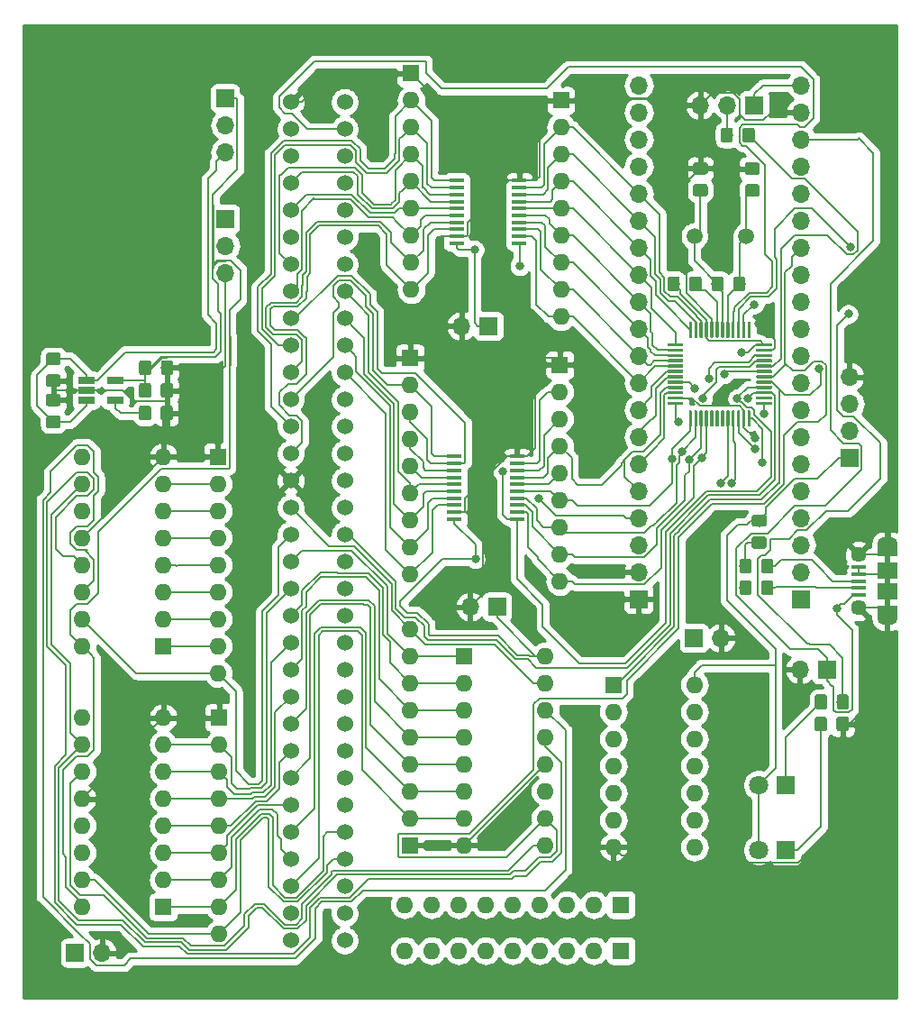
<source format=gbr>
G04 #@! TF.GenerationSoftware,KiCad,Pcbnew,(5.1.4)-1*
G04 #@! TF.CreationDate,2021-02-25T01:00:24-03:00*
G04 #@! TF.ProjectId,Flash,466c6173-682e-46b6-9963-61645f706362,rev?*
G04 #@! TF.SameCoordinates,Original*
G04 #@! TF.FileFunction,Copper,L1,Top*
G04 #@! TF.FilePolarity,Positive*
%FSLAX46Y46*%
G04 Gerber Fmt 4.6, Leading zero omitted, Abs format (unit mm)*
G04 Created by KiCad (PCBNEW (5.1.4)-1) date 2021-02-25 01:00:24*
%MOMM*%
%LPD*%
G04 APERTURE LIST*
%ADD10O,1.700000X1.700000*%
%ADD11R,1.700000X1.700000*%
%ADD12C,0.100000*%
%ADD13C,0.300000*%
%ADD14C,1.800000*%
%ADD15R,1.800000X1.800000*%
%ADD16R,1.600000X1.600000*%
%ADD17O,1.600000X1.600000*%
%ADD18C,1.150000*%
%ADD19C,1.524000*%
%ADD20R,1.900000X1.500000*%
%ADD21C,1.450000*%
%ADD22R,1.350000X0.400000*%
%ADD23O,1.900000X1.200000*%
%ADD24R,1.900000X1.200000*%
%ADD25R,1.560000X0.650000*%
%ADD26R,1.450000X0.450000*%
%ADD27C,1.500000*%
%ADD28C,0.800000*%
%ADD29C,0.200000*%
%ADD30C,0.250000*%
%ADD31C,0.254000*%
G04 APERTURE END LIST*
D10*
X152760800Y-22809200D03*
X152760800Y-25349200D03*
X152760800Y-27889200D03*
X152760800Y-30429200D03*
X152760800Y-32969200D03*
X152760800Y-35509200D03*
X152760800Y-38049200D03*
X152760800Y-40589200D03*
X152760800Y-43129200D03*
X152760800Y-45669200D03*
X152760800Y-48209200D03*
X152760800Y-50749200D03*
X152760800Y-53289200D03*
X152760800Y-55829200D03*
X152760800Y-58369200D03*
X152760800Y-60909200D03*
X152760800Y-63449200D03*
X152760800Y-65989200D03*
X152760800Y-68529200D03*
D11*
X152760800Y-71069200D03*
D12*
G36*
X147967951Y-45036761D02*
G01*
X147975232Y-45037841D01*
X147982371Y-45039629D01*
X147989301Y-45042109D01*
X147995955Y-45045256D01*
X148002268Y-45049040D01*
X148008179Y-45053424D01*
X148013633Y-45058367D01*
X148018576Y-45063821D01*
X148022960Y-45069732D01*
X148026744Y-45076045D01*
X148029891Y-45082699D01*
X148032371Y-45089629D01*
X148034159Y-45096768D01*
X148035239Y-45104049D01*
X148035600Y-45111400D01*
X148035600Y-46436400D01*
X148035239Y-46443751D01*
X148034159Y-46451032D01*
X148032371Y-46458171D01*
X148029891Y-46465101D01*
X148026744Y-46471755D01*
X148022960Y-46478068D01*
X148018576Y-46483979D01*
X148013633Y-46489433D01*
X148008179Y-46494376D01*
X148002268Y-46498760D01*
X147995955Y-46502544D01*
X147989301Y-46505691D01*
X147982371Y-46508171D01*
X147975232Y-46509959D01*
X147967951Y-46511039D01*
X147960600Y-46511400D01*
X147810600Y-46511400D01*
X147803249Y-46511039D01*
X147795968Y-46509959D01*
X147788829Y-46508171D01*
X147781899Y-46505691D01*
X147775245Y-46502544D01*
X147768932Y-46498760D01*
X147763021Y-46494376D01*
X147757567Y-46489433D01*
X147752624Y-46483979D01*
X147748240Y-46478068D01*
X147744456Y-46471755D01*
X147741309Y-46465101D01*
X147738829Y-46458171D01*
X147737041Y-46451032D01*
X147735961Y-46443751D01*
X147735600Y-46436400D01*
X147735600Y-45111400D01*
X147735961Y-45104049D01*
X147737041Y-45096768D01*
X147738829Y-45089629D01*
X147741309Y-45082699D01*
X147744456Y-45076045D01*
X147748240Y-45069732D01*
X147752624Y-45063821D01*
X147757567Y-45058367D01*
X147763021Y-45053424D01*
X147768932Y-45049040D01*
X147775245Y-45045256D01*
X147781899Y-45042109D01*
X147788829Y-45039629D01*
X147795968Y-45037841D01*
X147803249Y-45036761D01*
X147810600Y-45036400D01*
X147960600Y-45036400D01*
X147967951Y-45036761D01*
X147967951Y-45036761D01*
G37*
D13*
X147885600Y-45773900D03*
D12*
G36*
X147467951Y-45036761D02*
G01*
X147475232Y-45037841D01*
X147482371Y-45039629D01*
X147489301Y-45042109D01*
X147495955Y-45045256D01*
X147502268Y-45049040D01*
X147508179Y-45053424D01*
X147513633Y-45058367D01*
X147518576Y-45063821D01*
X147522960Y-45069732D01*
X147526744Y-45076045D01*
X147529891Y-45082699D01*
X147532371Y-45089629D01*
X147534159Y-45096768D01*
X147535239Y-45104049D01*
X147535600Y-45111400D01*
X147535600Y-46436400D01*
X147535239Y-46443751D01*
X147534159Y-46451032D01*
X147532371Y-46458171D01*
X147529891Y-46465101D01*
X147526744Y-46471755D01*
X147522960Y-46478068D01*
X147518576Y-46483979D01*
X147513633Y-46489433D01*
X147508179Y-46494376D01*
X147502268Y-46498760D01*
X147495955Y-46502544D01*
X147489301Y-46505691D01*
X147482371Y-46508171D01*
X147475232Y-46509959D01*
X147467951Y-46511039D01*
X147460600Y-46511400D01*
X147310600Y-46511400D01*
X147303249Y-46511039D01*
X147295968Y-46509959D01*
X147288829Y-46508171D01*
X147281899Y-46505691D01*
X147275245Y-46502544D01*
X147268932Y-46498760D01*
X147263021Y-46494376D01*
X147257567Y-46489433D01*
X147252624Y-46483979D01*
X147248240Y-46478068D01*
X147244456Y-46471755D01*
X147241309Y-46465101D01*
X147238829Y-46458171D01*
X147237041Y-46451032D01*
X147235961Y-46443751D01*
X147235600Y-46436400D01*
X147235600Y-45111400D01*
X147235961Y-45104049D01*
X147237041Y-45096768D01*
X147238829Y-45089629D01*
X147241309Y-45082699D01*
X147244456Y-45076045D01*
X147248240Y-45069732D01*
X147252624Y-45063821D01*
X147257567Y-45058367D01*
X147263021Y-45053424D01*
X147268932Y-45049040D01*
X147275245Y-45045256D01*
X147281899Y-45042109D01*
X147288829Y-45039629D01*
X147295968Y-45037841D01*
X147303249Y-45036761D01*
X147310600Y-45036400D01*
X147460600Y-45036400D01*
X147467951Y-45036761D01*
X147467951Y-45036761D01*
G37*
D13*
X147385600Y-45773900D03*
D12*
G36*
X146967951Y-45036761D02*
G01*
X146975232Y-45037841D01*
X146982371Y-45039629D01*
X146989301Y-45042109D01*
X146995955Y-45045256D01*
X147002268Y-45049040D01*
X147008179Y-45053424D01*
X147013633Y-45058367D01*
X147018576Y-45063821D01*
X147022960Y-45069732D01*
X147026744Y-45076045D01*
X147029891Y-45082699D01*
X147032371Y-45089629D01*
X147034159Y-45096768D01*
X147035239Y-45104049D01*
X147035600Y-45111400D01*
X147035600Y-46436400D01*
X147035239Y-46443751D01*
X147034159Y-46451032D01*
X147032371Y-46458171D01*
X147029891Y-46465101D01*
X147026744Y-46471755D01*
X147022960Y-46478068D01*
X147018576Y-46483979D01*
X147013633Y-46489433D01*
X147008179Y-46494376D01*
X147002268Y-46498760D01*
X146995955Y-46502544D01*
X146989301Y-46505691D01*
X146982371Y-46508171D01*
X146975232Y-46509959D01*
X146967951Y-46511039D01*
X146960600Y-46511400D01*
X146810600Y-46511400D01*
X146803249Y-46511039D01*
X146795968Y-46509959D01*
X146788829Y-46508171D01*
X146781899Y-46505691D01*
X146775245Y-46502544D01*
X146768932Y-46498760D01*
X146763021Y-46494376D01*
X146757567Y-46489433D01*
X146752624Y-46483979D01*
X146748240Y-46478068D01*
X146744456Y-46471755D01*
X146741309Y-46465101D01*
X146738829Y-46458171D01*
X146737041Y-46451032D01*
X146735961Y-46443751D01*
X146735600Y-46436400D01*
X146735600Y-45111400D01*
X146735961Y-45104049D01*
X146737041Y-45096768D01*
X146738829Y-45089629D01*
X146741309Y-45082699D01*
X146744456Y-45076045D01*
X146748240Y-45069732D01*
X146752624Y-45063821D01*
X146757567Y-45058367D01*
X146763021Y-45053424D01*
X146768932Y-45049040D01*
X146775245Y-45045256D01*
X146781899Y-45042109D01*
X146788829Y-45039629D01*
X146795968Y-45037841D01*
X146803249Y-45036761D01*
X146810600Y-45036400D01*
X146960600Y-45036400D01*
X146967951Y-45036761D01*
X146967951Y-45036761D01*
G37*
D13*
X146885600Y-45773900D03*
D12*
G36*
X146467951Y-45036761D02*
G01*
X146475232Y-45037841D01*
X146482371Y-45039629D01*
X146489301Y-45042109D01*
X146495955Y-45045256D01*
X146502268Y-45049040D01*
X146508179Y-45053424D01*
X146513633Y-45058367D01*
X146518576Y-45063821D01*
X146522960Y-45069732D01*
X146526744Y-45076045D01*
X146529891Y-45082699D01*
X146532371Y-45089629D01*
X146534159Y-45096768D01*
X146535239Y-45104049D01*
X146535600Y-45111400D01*
X146535600Y-46436400D01*
X146535239Y-46443751D01*
X146534159Y-46451032D01*
X146532371Y-46458171D01*
X146529891Y-46465101D01*
X146526744Y-46471755D01*
X146522960Y-46478068D01*
X146518576Y-46483979D01*
X146513633Y-46489433D01*
X146508179Y-46494376D01*
X146502268Y-46498760D01*
X146495955Y-46502544D01*
X146489301Y-46505691D01*
X146482371Y-46508171D01*
X146475232Y-46509959D01*
X146467951Y-46511039D01*
X146460600Y-46511400D01*
X146310600Y-46511400D01*
X146303249Y-46511039D01*
X146295968Y-46509959D01*
X146288829Y-46508171D01*
X146281899Y-46505691D01*
X146275245Y-46502544D01*
X146268932Y-46498760D01*
X146263021Y-46494376D01*
X146257567Y-46489433D01*
X146252624Y-46483979D01*
X146248240Y-46478068D01*
X146244456Y-46471755D01*
X146241309Y-46465101D01*
X146238829Y-46458171D01*
X146237041Y-46451032D01*
X146235961Y-46443751D01*
X146235600Y-46436400D01*
X146235600Y-45111400D01*
X146235961Y-45104049D01*
X146237041Y-45096768D01*
X146238829Y-45089629D01*
X146241309Y-45082699D01*
X146244456Y-45076045D01*
X146248240Y-45069732D01*
X146252624Y-45063821D01*
X146257567Y-45058367D01*
X146263021Y-45053424D01*
X146268932Y-45049040D01*
X146275245Y-45045256D01*
X146281899Y-45042109D01*
X146288829Y-45039629D01*
X146295968Y-45037841D01*
X146303249Y-45036761D01*
X146310600Y-45036400D01*
X146460600Y-45036400D01*
X146467951Y-45036761D01*
X146467951Y-45036761D01*
G37*
D13*
X146385600Y-45773900D03*
D12*
G36*
X145967951Y-45036761D02*
G01*
X145975232Y-45037841D01*
X145982371Y-45039629D01*
X145989301Y-45042109D01*
X145995955Y-45045256D01*
X146002268Y-45049040D01*
X146008179Y-45053424D01*
X146013633Y-45058367D01*
X146018576Y-45063821D01*
X146022960Y-45069732D01*
X146026744Y-45076045D01*
X146029891Y-45082699D01*
X146032371Y-45089629D01*
X146034159Y-45096768D01*
X146035239Y-45104049D01*
X146035600Y-45111400D01*
X146035600Y-46436400D01*
X146035239Y-46443751D01*
X146034159Y-46451032D01*
X146032371Y-46458171D01*
X146029891Y-46465101D01*
X146026744Y-46471755D01*
X146022960Y-46478068D01*
X146018576Y-46483979D01*
X146013633Y-46489433D01*
X146008179Y-46494376D01*
X146002268Y-46498760D01*
X145995955Y-46502544D01*
X145989301Y-46505691D01*
X145982371Y-46508171D01*
X145975232Y-46509959D01*
X145967951Y-46511039D01*
X145960600Y-46511400D01*
X145810600Y-46511400D01*
X145803249Y-46511039D01*
X145795968Y-46509959D01*
X145788829Y-46508171D01*
X145781899Y-46505691D01*
X145775245Y-46502544D01*
X145768932Y-46498760D01*
X145763021Y-46494376D01*
X145757567Y-46489433D01*
X145752624Y-46483979D01*
X145748240Y-46478068D01*
X145744456Y-46471755D01*
X145741309Y-46465101D01*
X145738829Y-46458171D01*
X145737041Y-46451032D01*
X145735961Y-46443751D01*
X145735600Y-46436400D01*
X145735600Y-45111400D01*
X145735961Y-45104049D01*
X145737041Y-45096768D01*
X145738829Y-45089629D01*
X145741309Y-45082699D01*
X145744456Y-45076045D01*
X145748240Y-45069732D01*
X145752624Y-45063821D01*
X145757567Y-45058367D01*
X145763021Y-45053424D01*
X145768932Y-45049040D01*
X145775245Y-45045256D01*
X145781899Y-45042109D01*
X145788829Y-45039629D01*
X145795968Y-45037841D01*
X145803249Y-45036761D01*
X145810600Y-45036400D01*
X145960600Y-45036400D01*
X145967951Y-45036761D01*
X145967951Y-45036761D01*
G37*
D13*
X145885600Y-45773900D03*
D12*
G36*
X145467951Y-45036761D02*
G01*
X145475232Y-45037841D01*
X145482371Y-45039629D01*
X145489301Y-45042109D01*
X145495955Y-45045256D01*
X145502268Y-45049040D01*
X145508179Y-45053424D01*
X145513633Y-45058367D01*
X145518576Y-45063821D01*
X145522960Y-45069732D01*
X145526744Y-45076045D01*
X145529891Y-45082699D01*
X145532371Y-45089629D01*
X145534159Y-45096768D01*
X145535239Y-45104049D01*
X145535600Y-45111400D01*
X145535600Y-46436400D01*
X145535239Y-46443751D01*
X145534159Y-46451032D01*
X145532371Y-46458171D01*
X145529891Y-46465101D01*
X145526744Y-46471755D01*
X145522960Y-46478068D01*
X145518576Y-46483979D01*
X145513633Y-46489433D01*
X145508179Y-46494376D01*
X145502268Y-46498760D01*
X145495955Y-46502544D01*
X145489301Y-46505691D01*
X145482371Y-46508171D01*
X145475232Y-46509959D01*
X145467951Y-46511039D01*
X145460600Y-46511400D01*
X145310600Y-46511400D01*
X145303249Y-46511039D01*
X145295968Y-46509959D01*
X145288829Y-46508171D01*
X145281899Y-46505691D01*
X145275245Y-46502544D01*
X145268932Y-46498760D01*
X145263021Y-46494376D01*
X145257567Y-46489433D01*
X145252624Y-46483979D01*
X145248240Y-46478068D01*
X145244456Y-46471755D01*
X145241309Y-46465101D01*
X145238829Y-46458171D01*
X145237041Y-46451032D01*
X145235961Y-46443751D01*
X145235600Y-46436400D01*
X145235600Y-45111400D01*
X145235961Y-45104049D01*
X145237041Y-45096768D01*
X145238829Y-45089629D01*
X145241309Y-45082699D01*
X145244456Y-45076045D01*
X145248240Y-45069732D01*
X145252624Y-45063821D01*
X145257567Y-45058367D01*
X145263021Y-45053424D01*
X145268932Y-45049040D01*
X145275245Y-45045256D01*
X145281899Y-45042109D01*
X145288829Y-45039629D01*
X145295968Y-45037841D01*
X145303249Y-45036761D01*
X145310600Y-45036400D01*
X145460600Y-45036400D01*
X145467951Y-45036761D01*
X145467951Y-45036761D01*
G37*
D13*
X145385600Y-45773900D03*
D12*
G36*
X144967951Y-45036761D02*
G01*
X144975232Y-45037841D01*
X144982371Y-45039629D01*
X144989301Y-45042109D01*
X144995955Y-45045256D01*
X145002268Y-45049040D01*
X145008179Y-45053424D01*
X145013633Y-45058367D01*
X145018576Y-45063821D01*
X145022960Y-45069732D01*
X145026744Y-45076045D01*
X145029891Y-45082699D01*
X145032371Y-45089629D01*
X145034159Y-45096768D01*
X145035239Y-45104049D01*
X145035600Y-45111400D01*
X145035600Y-46436400D01*
X145035239Y-46443751D01*
X145034159Y-46451032D01*
X145032371Y-46458171D01*
X145029891Y-46465101D01*
X145026744Y-46471755D01*
X145022960Y-46478068D01*
X145018576Y-46483979D01*
X145013633Y-46489433D01*
X145008179Y-46494376D01*
X145002268Y-46498760D01*
X144995955Y-46502544D01*
X144989301Y-46505691D01*
X144982371Y-46508171D01*
X144975232Y-46509959D01*
X144967951Y-46511039D01*
X144960600Y-46511400D01*
X144810600Y-46511400D01*
X144803249Y-46511039D01*
X144795968Y-46509959D01*
X144788829Y-46508171D01*
X144781899Y-46505691D01*
X144775245Y-46502544D01*
X144768932Y-46498760D01*
X144763021Y-46494376D01*
X144757567Y-46489433D01*
X144752624Y-46483979D01*
X144748240Y-46478068D01*
X144744456Y-46471755D01*
X144741309Y-46465101D01*
X144738829Y-46458171D01*
X144737041Y-46451032D01*
X144735961Y-46443751D01*
X144735600Y-46436400D01*
X144735600Y-45111400D01*
X144735961Y-45104049D01*
X144737041Y-45096768D01*
X144738829Y-45089629D01*
X144741309Y-45082699D01*
X144744456Y-45076045D01*
X144748240Y-45069732D01*
X144752624Y-45063821D01*
X144757567Y-45058367D01*
X144763021Y-45053424D01*
X144768932Y-45049040D01*
X144775245Y-45045256D01*
X144781899Y-45042109D01*
X144788829Y-45039629D01*
X144795968Y-45037841D01*
X144803249Y-45036761D01*
X144810600Y-45036400D01*
X144960600Y-45036400D01*
X144967951Y-45036761D01*
X144967951Y-45036761D01*
G37*
D13*
X144885600Y-45773900D03*
D12*
G36*
X144467951Y-45036761D02*
G01*
X144475232Y-45037841D01*
X144482371Y-45039629D01*
X144489301Y-45042109D01*
X144495955Y-45045256D01*
X144502268Y-45049040D01*
X144508179Y-45053424D01*
X144513633Y-45058367D01*
X144518576Y-45063821D01*
X144522960Y-45069732D01*
X144526744Y-45076045D01*
X144529891Y-45082699D01*
X144532371Y-45089629D01*
X144534159Y-45096768D01*
X144535239Y-45104049D01*
X144535600Y-45111400D01*
X144535600Y-46436400D01*
X144535239Y-46443751D01*
X144534159Y-46451032D01*
X144532371Y-46458171D01*
X144529891Y-46465101D01*
X144526744Y-46471755D01*
X144522960Y-46478068D01*
X144518576Y-46483979D01*
X144513633Y-46489433D01*
X144508179Y-46494376D01*
X144502268Y-46498760D01*
X144495955Y-46502544D01*
X144489301Y-46505691D01*
X144482371Y-46508171D01*
X144475232Y-46509959D01*
X144467951Y-46511039D01*
X144460600Y-46511400D01*
X144310600Y-46511400D01*
X144303249Y-46511039D01*
X144295968Y-46509959D01*
X144288829Y-46508171D01*
X144281899Y-46505691D01*
X144275245Y-46502544D01*
X144268932Y-46498760D01*
X144263021Y-46494376D01*
X144257567Y-46489433D01*
X144252624Y-46483979D01*
X144248240Y-46478068D01*
X144244456Y-46471755D01*
X144241309Y-46465101D01*
X144238829Y-46458171D01*
X144237041Y-46451032D01*
X144235961Y-46443751D01*
X144235600Y-46436400D01*
X144235600Y-45111400D01*
X144235961Y-45104049D01*
X144237041Y-45096768D01*
X144238829Y-45089629D01*
X144241309Y-45082699D01*
X144244456Y-45076045D01*
X144248240Y-45069732D01*
X144252624Y-45063821D01*
X144257567Y-45058367D01*
X144263021Y-45053424D01*
X144268932Y-45049040D01*
X144275245Y-45045256D01*
X144281899Y-45042109D01*
X144288829Y-45039629D01*
X144295968Y-45037841D01*
X144303249Y-45036761D01*
X144310600Y-45036400D01*
X144460600Y-45036400D01*
X144467951Y-45036761D01*
X144467951Y-45036761D01*
G37*
D13*
X144385600Y-45773900D03*
D12*
G36*
X143967951Y-45036761D02*
G01*
X143975232Y-45037841D01*
X143982371Y-45039629D01*
X143989301Y-45042109D01*
X143995955Y-45045256D01*
X144002268Y-45049040D01*
X144008179Y-45053424D01*
X144013633Y-45058367D01*
X144018576Y-45063821D01*
X144022960Y-45069732D01*
X144026744Y-45076045D01*
X144029891Y-45082699D01*
X144032371Y-45089629D01*
X144034159Y-45096768D01*
X144035239Y-45104049D01*
X144035600Y-45111400D01*
X144035600Y-46436400D01*
X144035239Y-46443751D01*
X144034159Y-46451032D01*
X144032371Y-46458171D01*
X144029891Y-46465101D01*
X144026744Y-46471755D01*
X144022960Y-46478068D01*
X144018576Y-46483979D01*
X144013633Y-46489433D01*
X144008179Y-46494376D01*
X144002268Y-46498760D01*
X143995955Y-46502544D01*
X143989301Y-46505691D01*
X143982371Y-46508171D01*
X143975232Y-46509959D01*
X143967951Y-46511039D01*
X143960600Y-46511400D01*
X143810600Y-46511400D01*
X143803249Y-46511039D01*
X143795968Y-46509959D01*
X143788829Y-46508171D01*
X143781899Y-46505691D01*
X143775245Y-46502544D01*
X143768932Y-46498760D01*
X143763021Y-46494376D01*
X143757567Y-46489433D01*
X143752624Y-46483979D01*
X143748240Y-46478068D01*
X143744456Y-46471755D01*
X143741309Y-46465101D01*
X143738829Y-46458171D01*
X143737041Y-46451032D01*
X143735961Y-46443751D01*
X143735600Y-46436400D01*
X143735600Y-45111400D01*
X143735961Y-45104049D01*
X143737041Y-45096768D01*
X143738829Y-45089629D01*
X143741309Y-45082699D01*
X143744456Y-45076045D01*
X143748240Y-45069732D01*
X143752624Y-45063821D01*
X143757567Y-45058367D01*
X143763021Y-45053424D01*
X143768932Y-45049040D01*
X143775245Y-45045256D01*
X143781899Y-45042109D01*
X143788829Y-45039629D01*
X143795968Y-45037841D01*
X143803249Y-45036761D01*
X143810600Y-45036400D01*
X143960600Y-45036400D01*
X143967951Y-45036761D01*
X143967951Y-45036761D01*
G37*
D13*
X143885600Y-45773900D03*
D12*
G36*
X143467951Y-45036761D02*
G01*
X143475232Y-45037841D01*
X143482371Y-45039629D01*
X143489301Y-45042109D01*
X143495955Y-45045256D01*
X143502268Y-45049040D01*
X143508179Y-45053424D01*
X143513633Y-45058367D01*
X143518576Y-45063821D01*
X143522960Y-45069732D01*
X143526744Y-45076045D01*
X143529891Y-45082699D01*
X143532371Y-45089629D01*
X143534159Y-45096768D01*
X143535239Y-45104049D01*
X143535600Y-45111400D01*
X143535600Y-46436400D01*
X143535239Y-46443751D01*
X143534159Y-46451032D01*
X143532371Y-46458171D01*
X143529891Y-46465101D01*
X143526744Y-46471755D01*
X143522960Y-46478068D01*
X143518576Y-46483979D01*
X143513633Y-46489433D01*
X143508179Y-46494376D01*
X143502268Y-46498760D01*
X143495955Y-46502544D01*
X143489301Y-46505691D01*
X143482371Y-46508171D01*
X143475232Y-46509959D01*
X143467951Y-46511039D01*
X143460600Y-46511400D01*
X143310600Y-46511400D01*
X143303249Y-46511039D01*
X143295968Y-46509959D01*
X143288829Y-46508171D01*
X143281899Y-46505691D01*
X143275245Y-46502544D01*
X143268932Y-46498760D01*
X143263021Y-46494376D01*
X143257567Y-46489433D01*
X143252624Y-46483979D01*
X143248240Y-46478068D01*
X143244456Y-46471755D01*
X143241309Y-46465101D01*
X143238829Y-46458171D01*
X143237041Y-46451032D01*
X143235961Y-46443751D01*
X143235600Y-46436400D01*
X143235600Y-45111400D01*
X143235961Y-45104049D01*
X143237041Y-45096768D01*
X143238829Y-45089629D01*
X143241309Y-45082699D01*
X143244456Y-45076045D01*
X143248240Y-45069732D01*
X143252624Y-45063821D01*
X143257567Y-45058367D01*
X143263021Y-45053424D01*
X143268932Y-45049040D01*
X143275245Y-45045256D01*
X143281899Y-45042109D01*
X143288829Y-45039629D01*
X143295968Y-45037841D01*
X143303249Y-45036761D01*
X143310600Y-45036400D01*
X143460600Y-45036400D01*
X143467951Y-45036761D01*
X143467951Y-45036761D01*
G37*
D13*
X143385600Y-45773900D03*
D12*
G36*
X142967951Y-45036761D02*
G01*
X142975232Y-45037841D01*
X142982371Y-45039629D01*
X142989301Y-45042109D01*
X142995955Y-45045256D01*
X143002268Y-45049040D01*
X143008179Y-45053424D01*
X143013633Y-45058367D01*
X143018576Y-45063821D01*
X143022960Y-45069732D01*
X143026744Y-45076045D01*
X143029891Y-45082699D01*
X143032371Y-45089629D01*
X143034159Y-45096768D01*
X143035239Y-45104049D01*
X143035600Y-45111400D01*
X143035600Y-46436400D01*
X143035239Y-46443751D01*
X143034159Y-46451032D01*
X143032371Y-46458171D01*
X143029891Y-46465101D01*
X143026744Y-46471755D01*
X143022960Y-46478068D01*
X143018576Y-46483979D01*
X143013633Y-46489433D01*
X143008179Y-46494376D01*
X143002268Y-46498760D01*
X142995955Y-46502544D01*
X142989301Y-46505691D01*
X142982371Y-46508171D01*
X142975232Y-46509959D01*
X142967951Y-46511039D01*
X142960600Y-46511400D01*
X142810600Y-46511400D01*
X142803249Y-46511039D01*
X142795968Y-46509959D01*
X142788829Y-46508171D01*
X142781899Y-46505691D01*
X142775245Y-46502544D01*
X142768932Y-46498760D01*
X142763021Y-46494376D01*
X142757567Y-46489433D01*
X142752624Y-46483979D01*
X142748240Y-46478068D01*
X142744456Y-46471755D01*
X142741309Y-46465101D01*
X142738829Y-46458171D01*
X142737041Y-46451032D01*
X142735961Y-46443751D01*
X142735600Y-46436400D01*
X142735600Y-45111400D01*
X142735961Y-45104049D01*
X142737041Y-45096768D01*
X142738829Y-45089629D01*
X142741309Y-45082699D01*
X142744456Y-45076045D01*
X142748240Y-45069732D01*
X142752624Y-45063821D01*
X142757567Y-45058367D01*
X142763021Y-45053424D01*
X142768932Y-45049040D01*
X142775245Y-45045256D01*
X142781899Y-45042109D01*
X142788829Y-45039629D01*
X142795968Y-45037841D01*
X142803249Y-45036761D01*
X142810600Y-45036400D01*
X142960600Y-45036400D01*
X142967951Y-45036761D01*
X142967951Y-45036761D01*
G37*
D13*
X142885600Y-45773900D03*
D12*
G36*
X142467951Y-45036761D02*
G01*
X142475232Y-45037841D01*
X142482371Y-45039629D01*
X142489301Y-45042109D01*
X142495955Y-45045256D01*
X142502268Y-45049040D01*
X142508179Y-45053424D01*
X142513633Y-45058367D01*
X142518576Y-45063821D01*
X142522960Y-45069732D01*
X142526744Y-45076045D01*
X142529891Y-45082699D01*
X142532371Y-45089629D01*
X142534159Y-45096768D01*
X142535239Y-45104049D01*
X142535600Y-45111400D01*
X142535600Y-46436400D01*
X142535239Y-46443751D01*
X142534159Y-46451032D01*
X142532371Y-46458171D01*
X142529891Y-46465101D01*
X142526744Y-46471755D01*
X142522960Y-46478068D01*
X142518576Y-46483979D01*
X142513633Y-46489433D01*
X142508179Y-46494376D01*
X142502268Y-46498760D01*
X142495955Y-46502544D01*
X142489301Y-46505691D01*
X142482371Y-46508171D01*
X142475232Y-46509959D01*
X142467951Y-46511039D01*
X142460600Y-46511400D01*
X142310600Y-46511400D01*
X142303249Y-46511039D01*
X142295968Y-46509959D01*
X142288829Y-46508171D01*
X142281899Y-46505691D01*
X142275245Y-46502544D01*
X142268932Y-46498760D01*
X142263021Y-46494376D01*
X142257567Y-46489433D01*
X142252624Y-46483979D01*
X142248240Y-46478068D01*
X142244456Y-46471755D01*
X142241309Y-46465101D01*
X142238829Y-46458171D01*
X142237041Y-46451032D01*
X142235961Y-46443751D01*
X142235600Y-46436400D01*
X142235600Y-45111400D01*
X142235961Y-45104049D01*
X142237041Y-45096768D01*
X142238829Y-45089629D01*
X142241309Y-45082699D01*
X142244456Y-45076045D01*
X142248240Y-45069732D01*
X142252624Y-45063821D01*
X142257567Y-45058367D01*
X142263021Y-45053424D01*
X142268932Y-45049040D01*
X142275245Y-45045256D01*
X142281899Y-45042109D01*
X142288829Y-45039629D01*
X142295968Y-45037841D01*
X142303249Y-45036761D01*
X142310600Y-45036400D01*
X142460600Y-45036400D01*
X142467951Y-45036761D01*
X142467951Y-45036761D01*
G37*
D13*
X142385600Y-45773900D03*
D12*
G36*
X141642951Y-47036761D02*
G01*
X141650232Y-47037841D01*
X141657371Y-47039629D01*
X141664301Y-47042109D01*
X141670955Y-47045256D01*
X141677268Y-47049040D01*
X141683179Y-47053424D01*
X141688633Y-47058367D01*
X141693576Y-47063821D01*
X141697960Y-47069732D01*
X141701744Y-47076045D01*
X141704891Y-47082699D01*
X141707371Y-47089629D01*
X141709159Y-47096768D01*
X141710239Y-47104049D01*
X141710600Y-47111400D01*
X141710600Y-47261400D01*
X141710239Y-47268751D01*
X141709159Y-47276032D01*
X141707371Y-47283171D01*
X141704891Y-47290101D01*
X141701744Y-47296755D01*
X141697960Y-47303068D01*
X141693576Y-47308979D01*
X141688633Y-47314433D01*
X141683179Y-47319376D01*
X141677268Y-47323760D01*
X141670955Y-47327544D01*
X141664301Y-47330691D01*
X141657371Y-47333171D01*
X141650232Y-47334959D01*
X141642951Y-47336039D01*
X141635600Y-47336400D01*
X140310600Y-47336400D01*
X140303249Y-47336039D01*
X140295968Y-47334959D01*
X140288829Y-47333171D01*
X140281899Y-47330691D01*
X140275245Y-47327544D01*
X140268932Y-47323760D01*
X140263021Y-47319376D01*
X140257567Y-47314433D01*
X140252624Y-47308979D01*
X140248240Y-47303068D01*
X140244456Y-47296755D01*
X140241309Y-47290101D01*
X140238829Y-47283171D01*
X140237041Y-47276032D01*
X140235961Y-47268751D01*
X140235600Y-47261400D01*
X140235600Y-47111400D01*
X140235961Y-47104049D01*
X140237041Y-47096768D01*
X140238829Y-47089629D01*
X140241309Y-47082699D01*
X140244456Y-47076045D01*
X140248240Y-47069732D01*
X140252624Y-47063821D01*
X140257567Y-47058367D01*
X140263021Y-47053424D01*
X140268932Y-47049040D01*
X140275245Y-47045256D01*
X140281899Y-47042109D01*
X140288829Y-47039629D01*
X140295968Y-47037841D01*
X140303249Y-47036761D01*
X140310600Y-47036400D01*
X141635600Y-47036400D01*
X141642951Y-47036761D01*
X141642951Y-47036761D01*
G37*
D13*
X140973100Y-47186400D03*
D12*
G36*
X141642951Y-47536761D02*
G01*
X141650232Y-47537841D01*
X141657371Y-47539629D01*
X141664301Y-47542109D01*
X141670955Y-47545256D01*
X141677268Y-47549040D01*
X141683179Y-47553424D01*
X141688633Y-47558367D01*
X141693576Y-47563821D01*
X141697960Y-47569732D01*
X141701744Y-47576045D01*
X141704891Y-47582699D01*
X141707371Y-47589629D01*
X141709159Y-47596768D01*
X141710239Y-47604049D01*
X141710600Y-47611400D01*
X141710600Y-47761400D01*
X141710239Y-47768751D01*
X141709159Y-47776032D01*
X141707371Y-47783171D01*
X141704891Y-47790101D01*
X141701744Y-47796755D01*
X141697960Y-47803068D01*
X141693576Y-47808979D01*
X141688633Y-47814433D01*
X141683179Y-47819376D01*
X141677268Y-47823760D01*
X141670955Y-47827544D01*
X141664301Y-47830691D01*
X141657371Y-47833171D01*
X141650232Y-47834959D01*
X141642951Y-47836039D01*
X141635600Y-47836400D01*
X140310600Y-47836400D01*
X140303249Y-47836039D01*
X140295968Y-47834959D01*
X140288829Y-47833171D01*
X140281899Y-47830691D01*
X140275245Y-47827544D01*
X140268932Y-47823760D01*
X140263021Y-47819376D01*
X140257567Y-47814433D01*
X140252624Y-47808979D01*
X140248240Y-47803068D01*
X140244456Y-47796755D01*
X140241309Y-47790101D01*
X140238829Y-47783171D01*
X140237041Y-47776032D01*
X140235961Y-47768751D01*
X140235600Y-47761400D01*
X140235600Y-47611400D01*
X140235961Y-47604049D01*
X140237041Y-47596768D01*
X140238829Y-47589629D01*
X140241309Y-47582699D01*
X140244456Y-47576045D01*
X140248240Y-47569732D01*
X140252624Y-47563821D01*
X140257567Y-47558367D01*
X140263021Y-47553424D01*
X140268932Y-47549040D01*
X140275245Y-47545256D01*
X140281899Y-47542109D01*
X140288829Y-47539629D01*
X140295968Y-47537841D01*
X140303249Y-47536761D01*
X140310600Y-47536400D01*
X141635600Y-47536400D01*
X141642951Y-47536761D01*
X141642951Y-47536761D01*
G37*
D13*
X140973100Y-47686400D03*
D12*
G36*
X141642951Y-48036761D02*
G01*
X141650232Y-48037841D01*
X141657371Y-48039629D01*
X141664301Y-48042109D01*
X141670955Y-48045256D01*
X141677268Y-48049040D01*
X141683179Y-48053424D01*
X141688633Y-48058367D01*
X141693576Y-48063821D01*
X141697960Y-48069732D01*
X141701744Y-48076045D01*
X141704891Y-48082699D01*
X141707371Y-48089629D01*
X141709159Y-48096768D01*
X141710239Y-48104049D01*
X141710600Y-48111400D01*
X141710600Y-48261400D01*
X141710239Y-48268751D01*
X141709159Y-48276032D01*
X141707371Y-48283171D01*
X141704891Y-48290101D01*
X141701744Y-48296755D01*
X141697960Y-48303068D01*
X141693576Y-48308979D01*
X141688633Y-48314433D01*
X141683179Y-48319376D01*
X141677268Y-48323760D01*
X141670955Y-48327544D01*
X141664301Y-48330691D01*
X141657371Y-48333171D01*
X141650232Y-48334959D01*
X141642951Y-48336039D01*
X141635600Y-48336400D01*
X140310600Y-48336400D01*
X140303249Y-48336039D01*
X140295968Y-48334959D01*
X140288829Y-48333171D01*
X140281899Y-48330691D01*
X140275245Y-48327544D01*
X140268932Y-48323760D01*
X140263021Y-48319376D01*
X140257567Y-48314433D01*
X140252624Y-48308979D01*
X140248240Y-48303068D01*
X140244456Y-48296755D01*
X140241309Y-48290101D01*
X140238829Y-48283171D01*
X140237041Y-48276032D01*
X140235961Y-48268751D01*
X140235600Y-48261400D01*
X140235600Y-48111400D01*
X140235961Y-48104049D01*
X140237041Y-48096768D01*
X140238829Y-48089629D01*
X140241309Y-48082699D01*
X140244456Y-48076045D01*
X140248240Y-48069732D01*
X140252624Y-48063821D01*
X140257567Y-48058367D01*
X140263021Y-48053424D01*
X140268932Y-48049040D01*
X140275245Y-48045256D01*
X140281899Y-48042109D01*
X140288829Y-48039629D01*
X140295968Y-48037841D01*
X140303249Y-48036761D01*
X140310600Y-48036400D01*
X141635600Y-48036400D01*
X141642951Y-48036761D01*
X141642951Y-48036761D01*
G37*
D13*
X140973100Y-48186400D03*
D12*
G36*
X141642951Y-48536761D02*
G01*
X141650232Y-48537841D01*
X141657371Y-48539629D01*
X141664301Y-48542109D01*
X141670955Y-48545256D01*
X141677268Y-48549040D01*
X141683179Y-48553424D01*
X141688633Y-48558367D01*
X141693576Y-48563821D01*
X141697960Y-48569732D01*
X141701744Y-48576045D01*
X141704891Y-48582699D01*
X141707371Y-48589629D01*
X141709159Y-48596768D01*
X141710239Y-48604049D01*
X141710600Y-48611400D01*
X141710600Y-48761400D01*
X141710239Y-48768751D01*
X141709159Y-48776032D01*
X141707371Y-48783171D01*
X141704891Y-48790101D01*
X141701744Y-48796755D01*
X141697960Y-48803068D01*
X141693576Y-48808979D01*
X141688633Y-48814433D01*
X141683179Y-48819376D01*
X141677268Y-48823760D01*
X141670955Y-48827544D01*
X141664301Y-48830691D01*
X141657371Y-48833171D01*
X141650232Y-48834959D01*
X141642951Y-48836039D01*
X141635600Y-48836400D01*
X140310600Y-48836400D01*
X140303249Y-48836039D01*
X140295968Y-48834959D01*
X140288829Y-48833171D01*
X140281899Y-48830691D01*
X140275245Y-48827544D01*
X140268932Y-48823760D01*
X140263021Y-48819376D01*
X140257567Y-48814433D01*
X140252624Y-48808979D01*
X140248240Y-48803068D01*
X140244456Y-48796755D01*
X140241309Y-48790101D01*
X140238829Y-48783171D01*
X140237041Y-48776032D01*
X140235961Y-48768751D01*
X140235600Y-48761400D01*
X140235600Y-48611400D01*
X140235961Y-48604049D01*
X140237041Y-48596768D01*
X140238829Y-48589629D01*
X140241309Y-48582699D01*
X140244456Y-48576045D01*
X140248240Y-48569732D01*
X140252624Y-48563821D01*
X140257567Y-48558367D01*
X140263021Y-48553424D01*
X140268932Y-48549040D01*
X140275245Y-48545256D01*
X140281899Y-48542109D01*
X140288829Y-48539629D01*
X140295968Y-48537841D01*
X140303249Y-48536761D01*
X140310600Y-48536400D01*
X141635600Y-48536400D01*
X141642951Y-48536761D01*
X141642951Y-48536761D01*
G37*
D13*
X140973100Y-48686400D03*
D12*
G36*
X141642951Y-49036761D02*
G01*
X141650232Y-49037841D01*
X141657371Y-49039629D01*
X141664301Y-49042109D01*
X141670955Y-49045256D01*
X141677268Y-49049040D01*
X141683179Y-49053424D01*
X141688633Y-49058367D01*
X141693576Y-49063821D01*
X141697960Y-49069732D01*
X141701744Y-49076045D01*
X141704891Y-49082699D01*
X141707371Y-49089629D01*
X141709159Y-49096768D01*
X141710239Y-49104049D01*
X141710600Y-49111400D01*
X141710600Y-49261400D01*
X141710239Y-49268751D01*
X141709159Y-49276032D01*
X141707371Y-49283171D01*
X141704891Y-49290101D01*
X141701744Y-49296755D01*
X141697960Y-49303068D01*
X141693576Y-49308979D01*
X141688633Y-49314433D01*
X141683179Y-49319376D01*
X141677268Y-49323760D01*
X141670955Y-49327544D01*
X141664301Y-49330691D01*
X141657371Y-49333171D01*
X141650232Y-49334959D01*
X141642951Y-49336039D01*
X141635600Y-49336400D01*
X140310600Y-49336400D01*
X140303249Y-49336039D01*
X140295968Y-49334959D01*
X140288829Y-49333171D01*
X140281899Y-49330691D01*
X140275245Y-49327544D01*
X140268932Y-49323760D01*
X140263021Y-49319376D01*
X140257567Y-49314433D01*
X140252624Y-49308979D01*
X140248240Y-49303068D01*
X140244456Y-49296755D01*
X140241309Y-49290101D01*
X140238829Y-49283171D01*
X140237041Y-49276032D01*
X140235961Y-49268751D01*
X140235600Y-49261400D01*
X140235600Y-49111400D01*
X140235961Y-49104049D01*
X140237041Y-49096768D01*
X140238829Y-49089629D01*
X140241309Y-49082699D01*
X140244456Y-49076045D01*
X140248240Y-49069732D01*
X140252624Y-49063821D01*
X140257567Y-49058367D01*
X140263021Y-49053424D01*
X140268932Y-49049040D01*
X140275245Y-49045256D01*
X140281899Y-49042109D01*
X140288829Y-49039629D01*
X140295968Y-49037841D01*
X140303249Y-49036761D01*
X140310600Y-49036400D01*
X141635600Y-49036400D01*
X141642951Y-49036761D01*
X141642951Y-49036761D01*
G37*
D13*
X140973100Y-49186400D03*
D12*
G36*
X141642951Y-49536761D02*
G01*
X141650232Y-49537841D01*
X141657371Y-49539629D01*
X141664301Y-49542109D01*
X141670955Y-49545256D01*
X141677268Y-49549040D01*
X141683179Y-49553424D01*
X141688633Y-49558367D01*
X141693576Y-49563821D01*
X141697960Y-49569732D01*
X141701744Y-49576045D01*
X141704891Y-49582699D01*
X141707371Y-49589629D01*
X141709159Y-49596768D01*
X141710239Y-49604049D01*
X141710600Y-49611400D01*
X141710600Y-49761400D01*
X141710239Y-49768751D01*
X141709159Y-49776032D01*
X141707371Y-49783171D01*
X141704891Y-49790101D01*
X141701744Y-49796755D01*
X141697960Y-49803068D01*
X141693576Y-49808979D01*
X141688633Y-49814433D01*
X141683179Y-49819376D01*
X141677268Y-49823760D01*
X141670955Y-49827544D01*
X141664301Y-49830691D01*
X141657371Y-49833171D01*
X141650232Y-49834959D01*
X141642951Y-49836039D01*
X141635600Y-49836400D01*
X140310600Y-49836400D01*
X140303249Y-49836039D01*
X140295968Y-49834959D01*
X140288829Y-49833171D01*
X140281899Y-49830691D01*
X140275245Y-49827544D01*
X140268932Y-49823760D01*
X140263021Y-49819376D01*
X140257567Y-49814433D01*
X140252624Y-49808979D01*
X140248240Y-49803068D01*
X140244456Y-49796755D01*
X140241309Y-49790101D01*
X140238829Y-49783171D01*
X140237041Y-49776032D01*
X140235961Y-49768751D01*
X140235600Y-49761400D01*
X140235600Y-49611400D01*
X140235961Y-49604049D01*
X140237041Y-49596768D01*
X140238829Y-49589629D01*
X140241309Y-49582699D01*
X140244456Y-49576045D01*
X140248240Y-49569732D01*
X140252624Y-49563821D01*
X140257567Y-49558367D01*
X140263021Y-49553424D01*
X140268932Y-49549040D01*
X140275245Y-49545256D01*
X140281899Y-49542109D01*
X140288829Y-49539629D01*
X140295968Y-49537841D01*
X140303249Y-49536761D01*
X140310600Y-49536400D01*
X141635600Y-49536400D01*
X141642951Y-49536761D01*
X141642951Y-49536761D01*
G37*
D13*
X140973100Y-49686400D03*
D12*
G36*
X141642951Y-50036761D02*
G01*
X141650232Y-50037841D01*
X141657371Y-50039629D01*
X141664301Y-50042109D01*
X141670955Y-50045256D01*
X141677268Y-50049040D01*
X141683179Y-50053424D01*
X141688633Y-50058367D01*
X141693576Y-50063821D01*
X141697960Y-50069732D01*
X141701744Y-50076045D01*
X141704891Y-50082699D01*
X141707371Y-50089629D01*
X141709159Y-50096768D01*
X141710239Y-50104049D01*
X141710600Y-50111400D01*
X141710600Y-50261400D01*
X141710239Y-50268751D01*
X141709159Y-50276032D01*
X141707371Y-50283171D01*
X141704891Y-50290101D01*
X141701744Y-50296755D01*
X141697960Y-50303068D01*
X141693576Y-50308979D01*
X141688633Y-50314433D01*
X141683179Y-50319376D01*
X141677268Y-50323760D01*
X141670955Y-50327544D01*
X141664301Y-50330691D01*
X141657371Y-50333171D01*
X141650232Y-50334959D01*
X141642951Y-50336039D01*
X141635600Y-50336400D01*
X140310600Y-50336400D01*
X140303249Y-50336039D01*
X140295968Y-50334959D01*
X140288829Y-50333171D01*
X140281899Y-50330691D01*
X140275245Y-50327544D01*
X140268932Y-50323760D01*
X140263021Y-50319376D01*
X140257567Y-50314433D01*
X140252624Y-50308979D01*
X140248240Y-50303068D01*
X140244456Y-50296755D01*
X140241309Y-50290101D01*
X140238829Y-50283171D01*
X140237041Y-50276032D01*
X140235961Y-50268751D01*
X140235600Y-50261400D01*
X140235600Y-50111400D01*
X140235961Y-50104049D01*
X140237041Y-50096768D01*
X140238829Y-50089629D01*
X140241309Y-50082699D01*
X140244456Y-50076045D01*
X140248240Y-50069732D01*
X140252624Y-50063821D01*
X140257567Y-50058367D01*
X140263021Y-50053424D01*
X140268932Y-50049040D01*
X140275245Y-50045256D01*
X140281899Y-50042109D01*
X140288829Y-50039629D01*
X140295968Y-50037841D01*
X140303249Y-50036761D01*
X140310600Y-50036400D01*
X141635600Y-50036400D01*
X141642951Y-50036761D01*
X141642951Y-50036761D01*
G37*
D13*
X140973100Y-50186400D03*
D12*
G36*
X141642951Y-50536761D02*
G01*
X141650232Y-50537841D01*
X141657371Y-50539629D01*
X141664301Y-50542109D01*
X141670955Y-50545256D01*
X141677268Y-50549040D01*
X141683179Y-50553424D01*
X141688633Y-50558367D01*
X141693576Y-50563821D01*
X141697960Y-50569732D01*
X141701744Y-50576045D01*
X141704891Y-50582699D01*
X141707371Y-50589629D01*
X141709159Y-50596768D01*
X141710239Y-50604049D01*
X141710600Y-50611400D01*
X141710600Y-50761400D01*
X141710239Y-50768751D01*
X141709159Y-50776032D01*
X141707371Y-50783171D01*
X141704891Y-50790101D01*
X141701744Y-50796755D01*
X141697960Y-50803068D01*
X141693576Y-50808979D01*
X141688633Y-50814433D01*
X141683179Y-50819376D01*
X141677268Y-50823760D01*
X141670955Y-50827544D01*
X141664301Y-50830691D01*
X141657371Y-50833171D01*
X141650232Y-50834959D01*
X141642951Y-50836039D01*
X141635600Y-50836400D01*
X140310600Y-50836400D01*
X140303249Y-50836039D01*
X140295968Y-50834959D01*
X140288829Y-50833171D01*
X140281899Y-50830691D01*
X140275245Y-50827544D01*
X140268932Y-50823760D01*
X140263021Y-50819376D01*
X140257567Y-50814433D01*
X140252624Y-50808979D01*
X140248240Y-50803068D01*
X140244456Y-50796755D01*
X140241309Y-50790101D01*
X140238829Y-50783171D01*
X140237041Y-50776032D01*
X140235961Y-50768751D01*
X140235600Y-50761400D01*
X140235600Y-50611400D01*
X140235961Y-50604049D01*
X140237041Y-50596768D01*
X140238829Y-50589629D01*
X140241309Y-50582699D01*
X140244456Y-50576045D01*
X140248240Y-50569732D01*
X140252624Y-50563821D01*
X140257567Y-50558367D01*
X140263021Y-50553424D01*
X140268932Y-50549040D01*
X140275245Y-50545256D01*
X140281899Y-50542109D01*
X140288829Y-50539629D01*
X140295968Y-50537841D01*
X140303249Y-50536761D01*
X140310600Y-50536400D01*
X141635600Y-50536400D01*
X141642951Y-50536761D01*
X141642951Y-50536761D01*
G37*
D13*
X140973100Y-50686400D03*
D12*
G36*
X141642951Y-51036761D02*
G01*
X141650232Y-51037841D01*
X141657371Y-51039629D01*
X141664301Y-51042109D01*
X141670955Y-51045256D01*
X141677268Y-51049040D01*
X141683179Y-51053424D01*
X141688633Y-51058367D01*
X141693576Y-51063821D01*
X141697960Y-51069732D01*
X141701744Y-51076045D01*
X141704891Y-51082699D01*
X141707371Y-51089629D01*
X141709159Y-51096768D01*
X141710239Y-51104049D01*
X141710600Y-51111400D01*
X141710600Y-51261400D01*
X141710239Y-51268751D01*
X141709159Y-51276032D01*
X141707371Y-51283171D01*
X141704891Y-51290101D01*
X141701744Y-51296755D01*
X141697960Y-51303068D01*
X141693576Y-51308979D01*
X141688633Y-51314433D01*
X141683179Y-51319376D01*
X141677268Y-51323760D01*
X141670955Y-51327544D01*
X141664301Y-51330691D01*
X141657371Y-51333171D01*
X141650232Y-51334959D01*
X141642951Y-51336039D01*
X141635600Y-51336400D01*
X140310600Y-51336400D01*
X140303249Y-51336039D01*
X140295968Y-51334959D01*
X140288829Y-51333171D01*
X140281899Y-51330691D01*
X140275245Y-51327544D01*
X140268932Y-51323760D01*
X140263021Y-51319376D01*
X140257567Y-51314433D01*
X140252624Y-51308979D01*
X140248240Y-51303068D01*
X140244456Y-51296755D01*
X140241309Y-51290101D01*
X140238829Y-51283171D01*
X140237041Y-51276032D01*
X140235961Y-51268751D01*
X140235600Y-51261400D01*
X140235600Y-51111400D01*
X140235961Y-51104049D01*
X140237041Y-51096768D01*
X140238829Y-51089629D01*
X140241309Y-51082699D01*
X140244456Y-51076045D01*
X140248240Y-51069732D01*
X140252624Y-51063821D01*
X140257567Y-51058367D01*
X140263021Y-51053424D01*
X140268932Y-51049040D01*
X140275245Y-51045256D01*
X140281899Y-51042109D01*
X140288829Y-51039629D01*
X140295968Y-51037841D01*
X140303249Y-51036761D01*
X140310600Y-51036400D01*
X141635600Y-51036400D01*
X141642951Y-51036761D01*
X141642951Y-51036761D01*
G37*
D13*
X140973100Y-51186400D03*
D12*
G36*
X141642951Y-51536761D02*
G01*
X141650232Y-51537841D01*
X141657371Y-51539629D01*
X141664301Y-51542109D01*
X141670955Y-51545256D01*
X141677268Y-51549040D01*
X141683179Y-51553424D01*
X141688633Y-51558367D01*
X141693576Y-51563821D01*
X141697960Y-51569732D01*
X141701744Y-51576045D01*
X141704891Y-51582699D01*
X141707371Y-51589629D01*
X141709159Y-51596768D01*
X141710239Y-51604049D01*
X141710600Y-51611400D01*
X141710600Y-51761400D01*
X141710239Y-51768751D01*
X141709159Y-51776032D01*
X141707371Y-51783171D01*
X141704891Y-51790101D01*
X141701744Y-51796755D01*
X141697960Y-51803068D01*
X141693576Y-51808979D01*
X141688633Y-51814433D01*
X141683179Y-51819376D01*
X141677268Y-51823760D01*
X141670955Y-51827544D01*
X141664301Y-51830691D01*
X141657371Y-51833171D01*
X141650232Y-51834959D01*
X141642951Y-51836039D01*
X141635600Y-51836400D01*
X140310600Y-51836400D01*
X140303249Y-51836039D01*
X140295968Y-51834959D01*
X140288829Y-51833171D01*
X140281899Y-51830691D01*
X140275245Y-51827544D01*
X140268932Y-51823760D01*
X140263021Y-51819376D01*
X140257567Y-51814433D01*
X140252624Y-51808979D01*
X140248240Y-51803068D01*
X140244456Y-51796755D01*
X140241309Y-51790101D01*
X140238829Y-51783171D01*
X140237041Y-51776032D01*
X140235961Y-51768751D01*
X140235600Y-51761400D01*
X140235600Y-51611400D01*
X140235961Y-51604049D01*
X140237041Y-51596768D01*
X140238829Y-51589629D01*
X140241309Y-51582699D01*
X140244456Y-51576045D01*
X140248240Y-51569732D01*
X140252624Y-51563821D01*
X140257567Y-51558367D01*
X140263021Y-51553424D01*
X140268932Y-51549040D01*
X140275245Y-51545256D01*
X140281899Y-51542109D01*
X140288829Y-51539629D01*
X140295968Y-51537841D01*
X140303249Y-51536761D01*
X140310600Y-51536400D01*
X141635600Y-51536400D01*
X141642951Y-51536761D01*
X141642951Y-51536761D01*
G37*
D13*
X140973100Y-51686400D03*
D12*
G36*
X141642951Y-52036761D02*
G01*
X141650232Y-52037841D01*
X141657371Y-52039629D01*
X141664301Y-52042109D01*
X141670955Y-52045256D01*
X141677268Y-52049040D01*
X141683179Y-52053424D01*
X141688633Y-52058367D01*
X141693576Y-52063821D01*
X141697960Y-52069732D01*
X141701744Y-52076045D01*
X141704891Y-52082699D01*
X141707371Y-52089629D01*
X141709159Y-52096768D01*
X141710239Y-52104049D01*
X141710600Y-52111400D01*
X141710600Y-52261400D01*
X141710239Y-52268751D01*
X141709159Y-52276032D01*
X141707371Y-52283171D01*
X141704891Y-52290101D01*
X141701744Y-52296755D01*
X141697960Y-52303068D01*
X141693576Y-52308979D01*
X141688633Y-52314433D01*
X141683179Y-52319376D01*
X141677268Y-52323760D01*
X141670955Y-52327544D01*
X141664301Y-52330691D01*
X141657371Y-52333171D01*
X141650232Y-52334959D01*
X141642951Y-52336039D01*
X141635600Y-52336400D01*
X140310600Y-52336400D01*
X140303249Y-52336039D01*
X140295968Y-52334959D01*
X140288829Y-52333171D01*
X140281899Y-52330691D01*
X140275245Y-52327544D01*
X140268932Y-52323760D01*
X140263021Y-52319376D01*
X140257567Y-52314433D01*
X140252624Y-52308979D01*
X140248240Y-52303068D01*
X140244456Y-52296755D01*
X140241309Y-52290101D01*
X140238829Y-52283171D01*
X140237041Y-52276032D01*
X140235961Y-52268751D01*
X140235600Y-52261400D01*
X140235600Y-52111400D01*
X140235961Y-52104049D01*
X140237041Y-52096768D01*
X140238829Y-52089629D01*
X140241309Y-52082699D01*
X140244456Y-52076045D01*
X140248240Y-52069732D01*
X140252624Y-52063821D01*
X140257567Y-52058367D01*
X140263021Y-52053424D01*
X140268932Y-52049040D01*
X140275245Y-52045256D01*
X140281899Y-52042109D01*
X140288829Y-52039629D01*
X140295968Y-52037841D01*
X140303249Y-52036761D01*
X140310600Y-52036400D01*
X141635600Y-52036400D01*
X141642951Y-52036761D01*
X141642951Y-52036761D01*
G37*
D13*
X140973100Y-52186400D03*
D12*
G36*
X141642951Y-52536761D02*
G01*
X141650232Y-52537841D01*
X141657371Y-52539629D01*
X141664301Y-52542109D01*
X141670955Y-52545256D01*
X141677268Y-52549040D01*
X141683179Y-52553424D01*
X141688633Y-52558367D01*
X141693576Y-52563821D01*
X141697960Y-52569732D01*
X141701744Y-52576045D01*
X141704891Y-52582699D01*
X141707371Y-52589629D01*
X141709159Y-52596768D01*
X141710239Y-52604049D01*
X141710600Y-52611400D01*
X141710600Y-52761400D01*
X141710239Y-52768751D01*
X141709159Y-52776032D01*
X141707371Y-52783171D01*
X141704891Y-52790101D01*
X141701744Y-52796755D01*
X141697960Y-52803068D01*
X141693576Y-52808979D01*
X141688633Y-52814433D01*
X141683179Y-52819376D01*
X141677268Y-52823760D01*
X141670955Y-52827544D01*
X141664301Y-52830691D01*
X141657371Y-52833171D01*
X141650232Y-52834959D01*
X141642951Y-52836039D01*
X141635600Y-52836400D01*
X140310600Y-52836400D01*
X140303249Y-52836039D01*
X140295968Y-52834959D01*
X140288829Y-52833171D01*
X140281899Y-52830691D01*
X140275245Y-52827544D01*
X140268932Y-52823760D01*
X140263021Y-52819376D01*
X140257567Y-52814433D01*
X140252624Y-52808979D01*
X140248240Y-52803068D01*
X140244456Y-52796755D01*
X140241309Y-52790101D01*
X140238829Y-52783171D01*
X140237041Y-52776032D01*
X140235961Y-52768751D01*
X140235600Y-52761400D01*
X140235600Y-52611400D01*
X140235961Y-52604049D01*
X140237041Y-52596768D01*
X140238829Y-52589629D01*
X140241309Y-52582699D01*
X140244456Y-52576045D01*
X140248240Y-52569732D01*
X140252624Y-52563821D01*
X140257567Y-52558367D01*
X140263021Y-52553424D01*
X140268932Y-52549040D01*
X140275245Y-52545256D01*
X140281899Y-52542109D01*
X140288829Y-52539629D01*
X140295968Y-52537841D01*
X140303249Y-52536761D01*
X140310600Y-52536400D01*
X141635600Y-52536400D01*
X141642951Y-52536761D01*
X141642951Y-52536761D01*
G37*
D13*
X140973100Y-52686400D03*
D12*
G36*
X142467951Y-53361761D02*
G01*
X142475232Y-53362841D01*
X142482371Y-53364629D01*
X142489301Y-53367109D01*
X142495955Y-53370256D01*
X142502268Y-53374040D01*
X142508179Y-53378424D01*
X142513633Y-53383367D01*
X142518576Y-53388821D01*
X142522960Y-53394732D01*
X142526744Y-53401045D01*
X142529891Y-53407699D01*
X142532371Y-53414629D01*
X142534159Y-53421768D01*
X142535239Y-53429049D01*
X142535600Y-53436400D01*
X142535600Y-54761400D01*
X142535239Y-54768751D01*
X142534159Y-54776032D01*
X142532371Y-54783171D01*
X142529891Y-54790101D01*
X142526744Y-54796755D01*
X142522960Y-54803068D01*
X142518576Y-54808979D01*
X142513633Y-54814433D01*
X142508179Y-54819376D01*
X142502268Y-54823760D01*
X142495955Y-54827544D01*
X142489301Y-54830691D01*
X142482371Y-54833171D01*
X142475232Y-54834959D01*
X142467951Y-54836039D01*
X142460600Y-54836400D01*
X142310600Y-54836400D01*
X142303249Y-54836039D01*
X142295968Y-54834959D01*
X142288829Y-54833171D01*
X142281899Y-54830691D01*
X142275245Y-54827544D01*
X142268932Y-54823760D01*
X142263021Y-54819376D01*
X142257567Y-54814433D01*
X142252624Y-54808979D01*
X142248240Y-54803068D01*
X142244456Y-54796755D01*
X142241309Y-54790101D01*
X142238829Y-54783171D01*
X142237041Y-54776032D01*
X142235961Y-54768751D01*
X142235600Y-54761400D01*
X142235600Y-53436400D01*
X142235961Y-53429049D01*
X142237041Y-53421768D01*
X142238829Y-53414629D01*
X142241309Y-53407699D01*
X142244456Y-53401045D01*
X142248240Y-53394732D01*
X142252624Y-53388821D01*
X142257567Y-53383367D01*
X142263021Y-53378424D01*
X142268932Y-53374040D01*
X142275245Y-53370256D01*
X142281899Y-53367109D01*
X142288829Y-53364629D01*
X142295968Y-53362841D01*
X142303249Y-53361761D01*
X142310600Y-53361400D01*
X142460600Y-53361400D01*
X142467951Y-53361761D01*
X142467951Y-53361761D01*
G37*
D13*
X142385600Y-54098900D03*
D12*
G36*
X142967951Y-53361761D02*
G01*
X142975232Y-53362841D01*
X142982371Y-53364629D01*
X142989301Y-53367109D01*
X142995955Y-53370256D01*
X143002268Y-53374040D01*
X143008179Y-53378424D01*
X143013633Y-53383367D01*
X143018576Y-53388821D01*
X143022960Y-53394732D01*
X143026744Y-53401045D01*
X143029891Y-53407699D01*
X143032371Y-53414629D01*
X143034159Y-53421768D01*
X143035239Y-53429049D01*
X143035600Y-53436400D01*
X143035600Y-54761400D01*
X143035239Y-54768751D01*
X143034159Y-54776032D01*
X143032371Y-54783171D01*
X143029891Y-54790101D01*
X143026744Y-54796755D01*
X143022960Y-54803068D01*
X143018576Y-54808979D01*
X143013633Y-54814433D01*
X143008179Y-54819376D01*
X143002268Y-54823760D01*
X142995955Y-54827544D01*
X142989301Y-54830691D01*
X142982371Y-54833171D01*
X142975232Y-54834959D01*
X142967951Y-54836039D01*
X142960600Y-54836400D01*
X142810600Y-54836400D01*
X142803249Y-54836039D01*
X142795968Y-54834959D01*
X142788829Y-54833171D01*
X142781899Y-54830691D01*
X142775245Y-54827544D01*
X142768932Y-54823760D01*
X142763021Y-54819376D01*
X142757567Y-54814433D01*
X142752624Y-54808979D01*
X142748240Y-54803068D01*
X142744456Y-54796755D01*
X142741309Y-54790101D01*
X142738829Y-54783171D01*
X142737041Y-54776032D01*
X142735961Y-54768751D01*
X142735600Y-54761400D01*
X142735600Y-53436400D01*
X142735961Y-53429049D01*
X142737041Y-53421768D01*
X142738829Y-53414629D01*
X142741309Y-53407699D01*
X142744456Y-53401045D01*
X142748240Y-53394732D01*
X142752624Y-53388821D01*
X142757567Y-53383367D01*
X142763021Y-53378424D01*
X142768932Y-53374040D01*
X142775245Y-53370256D01*
X142781899Y-53367109D01*
X142788829Y-53364629D01*
X142795968Y-53362841D01*
X142803249Y-53361761D01*
X142810600Y-53361400D01*
X142960600Y-53361400D01*
X142967951Y-53361761D01*
X142967951Y-53361761D01*
G37*
D13*
X142885600Y-54098900D03*
D12*
G36*
X143467951Y-53361761D02*
G01*
X143475232Y-53362841D01*
X143482371Y-53364629D01*
X143489301Y-53367109D01*
X143495955Y-53370256D01*
X143502268Y-53374040D01*
X143508179Y-53378424D01*
X143513633Y-53383367D01*
X143518576Y-53388821D01*
X143522960Y-53394732D01*
X143526744Y-53401045D01*
X143529891Y-53407699D01*
X143532371Y-53414629D01*
X143534159Y-53421768D01*
X143535239Y-53429049D01*
X143535600Y-53436400D01*
X143535600Y-54761400D01*
X143535239Y-54768751D01*
X143534159Y-54776032D01*
X143532371Y-54783171D01*
X143529891Y-54790101D01*
X143526744Y-54796755D01*
X143522960Y-54803068D01*
X143518576Y-54808979D01*
X143513633Y-54814433D01*
X143508179Y-54819376D01*
X143502268Y-54823760D01*
X143495955Y-54827544D01*
X143489301Y-54830691D01*
X143482371Y-54833171D01*
X143475232Y-54834959D01*
X143467951Y-54836039D01*
X143460600Y-54836400D01*
X143310600Y-54836400D01*
X143303249Y-54836039D01*
X143295968Y-54834959D01*
X143288829Y-54833171D01*
X143281899Y-54830691D01*
X143275245Y-54827544D01*
X143268932Y-54823760D01*
X143263021Y-54819376D01*
X143257567Y-54814433D01*
X143252624Y-54808979D01*
X143248240Y-54803068D01*
X143244456Y-54796755D01*
X143241309Y-54790101D01*
X143238829Y-54783171D01*
X143237041Y-54776032D01*
X143235961Y-54768751D01*
X143235600Y-54761400D01*
X143235600Y-53436400D01*
X143235961Y-53429049D01*
X143237041Y-53421768D01*
X143238829Y-53414629D01*
X143241309Y-53407699D01*
X143244456Y-53401045D01*
X143248240Y-53394732D01*
X143252624Y-53388821D01*
X143257567Y-53383367D01*
X143263021Y-53378424D01*
X143268932Y-53374040D01*
X143275245Y-53370256D01*
X143281899Y-53367109D01*
X143288829Y-53364629D01*
X143295968Y-53362841D01*
X143303249Y-53361761D01*
X143310600Y-53361400D01*
X143460600Y-53361400D01*
X143467951Y-53361761D01*
X143467951Y-53361761D01*
G37*
D13*
X143385600Y-54098900D03*
D12*
G36*
X143967951Y-53361761D02*
G01*
X143975232Y-53362841D01*
X143982371Y-53364629D01*
X143989301Y-53367109D01*
X143995955Y-53370256D01*
X144002268Y-53374040D01*
X144008179Y-53378424D01*
X144013633Y-53383367D01*
X144018576Y-53388821D01*
X144022960Y-53394732D01*
X144026744Y-53401045D01*
X144029891Y-53407699D01*
X144032371Y-53414629D01*
X144034159Y-53421768D01*
X144035239Y-53429049D01*
X144035600Y-53436400D01*
X144035600Y-54761400D01*
X144035239Y-54768751D01*
X144034159Y-54776032D01*
X144032371Y-54783171D01*
X144029891Y-54790101D01*
X144026744Y-54796755D01*
X144022960Y-54803068D01*
X144018576Y-54808979D01*
X144013633Y-54814433D01*
X144008179Y-54819376D01*
X144002268Y-54823760D01*
X143995955Y-54827544D01*
X143989301Y-54830691D01*
X143982371Y-54833171D01*
X143975232Y-54834959D01*
X143967951Y-54836039D01*
X143960600Y-54836400D01*
X143810600Y-54836400D01*
X143803249Y-54836039D01*
X143795968Y-54834959D01*
X143788829Y-54833171D01*
X143781899Y-54830691D01*
X143775245Y-54827544D01*
X143768932Y-54823760D01*
X143763021Y-54819376D01*
X143757567Y-54814433D01*
X143752624Y-54808979D01*
X143748240Y-54803068D01*
X143744456Y-54796755D01*
X143741309Y-54790101D01*
X143738829Y-54783171D01*
X143737041Y-54776032D01*
X143735961Y-54768751D01*
X143735600Y-54761400D01*
X143735600Y-53436400D01*
X143735961Y-53429049D01*
X143737041Y-53421768D01*
X143738829Y-53414629D01*
X143741309Y-53407699D01*
X143744456Y-53401045D01*
X143748240Y-53394732D01*
X143752624Y-53388821D01*
X143757567Y-53383367D01*
X143763021Y-53378424D01*
X143768932Y-53374040D01*
X143775245Y-53370256D01*
X143781899Y-53367109D01*
X143788829Y-53364629D01*
X143795968Y-53362841D01*
X143803249Y-53361761D01*
X143810600Y-53361400D01*
X143960600Y-53361400D01*
X143967951Y-53361761D01*
X143967951Y-53361761D01*
G37*
D13*
X143885600Y-54098900D03*
D12*
G36*
X144467951Y-53361761D02*
G01*
X144475232Y-53362841D01*
X144482371Y-53364629D01*
X144489301Y-53367109D01*
X144495955Y-53370256D01*
X144502268Y-53374040D01*
X144508179Y-53378424D01*
X144513633Y-53383367D01*
X144518576Y-53388821D01*
X144522960Y-53394732D01*
X144526744Y-53401045D01*
X144529891Y-53407699D01*
X144532371Y-53414629D01*
X144534159Y-53421768D01*
X144535239Y-53429049D01*
X144535600Y-53436400D01*
X144535600Y-54761400D01*
X144535239Y-54768751D01*
X144534159Y-54776032D01*
X144532371Y-54783171D01*
X144529891Y-54790101D01*
X144526744Y-54796755D01*
X144522960Y-54803068D01*
X144518576Y-54808979D01*
X144513633Y-54814433D01*
X144508179Y-54819376D01*
X144502268Y-54823760D01*
X144495955Y-54827544D01*
X144489301Y-54830691D01*
X144482371Y-54833171D01*
X144475232Y-54834959D01*
X144467951Y-54836039D01*
X144460600Y-54836400D01*
X144310600Y-54836400D01*
X144303249Y-54836039D01*
X144295968Y-54834959D01*
X144288829Y-54833171D01*
X144281899Y-54830691D01*
X144275245Y-54827544D01*
X144268932Y-54823760D01*
X144263021Y-54819376D01*
X144257567Y-54814433D01*
X144252624Y-54808979D01*
X144248240Y-54803068D01*
X144244456Y-54796755D01*
X144241309Y-54790101D01*
X144238829Y-54783171D01*
X144237041Y-54776032D01*
X144235961Y-54768751D01*
X144235600Y-54761400D01*
X144235600Y-53436400D01*
X144235961Y-53429049D01*
X144237041Y-53421768D01*
X144238829Y-53414629D01*
X144241309Y-53407699D01*
X144244456Y-53401045D01*
X144248240Y-53394732D01*
X144252624Y-53388821D01*
X144257567Y-53383367D01*
X144263021Y-53378424D01*
X144268932Y-53374040D01*
X144275245Y-53370256D01*
X144281899Y-53367109D01*
X144288829Y-53364629D01*
X144295968Y-53362841D01*
X144303249Y-53361761D01*
X144310600Y-53361400D01*
X144460600Y-53361400D01*
X144467951Y-53361761D01*
X144467951Y-53361761D01*
G37*
D13*
X144385600Y-54098900D03*
D12*
G36*
X144967951Y-53361761D02*
G01*
X144975232Y-53362841D01*
X144982371Y-53364629D01*
X144989301Y-53367109D01*
X144995955Y-53370256D01*
X145002268Y-53374040D01*
X145008179Y-53378424D01*
X145013633Y-53383367D01*
X145018576Y-53388821D01*
X145022960Y-53394732D01*
X145026744Y-53401045D01*
X145029891Y-53407699D01*
X145032371Y-53414629D01*
X145034159Y-53421768D01*
X145035239Y-53429049D01*
X145035600Y-53436400D01*
X145035600Y-54761400D01*
X145035239Y-54768751D01*
X145034159Y-54776032D01*
X145032371Y-54783171D01*
X145029891Y-54790101D01*
X145026744Y-54796755D01*
X145022960Y-54803068D01*
X145018576Y-54808979D01*
X145013633Y-54814433D01*
X145008179Y-54819376D01*
X145002268Y-54823760D01*
X144995955Y-54827544D01*
X144989301Y-54830691D01*
X144982371Y-54833171D01*
X144975232Y-54834959D01*
X144967951Y-54836039D01*
X144960600Y-54836400D01*
X144810600Y-54836400D01*
X144803249Y-54836039D01*
X144795968Y-54834959D01*
X144788829Y-54833171D01*
X144781899Y-54830691D01*
X144775245Y-54827544D01*
X144768932Y-54823760D01*
X144763021Y-54819376D01*
X144757567Y-54814433D01*
X144752624Y-54808979D01*
X144748240Y-54803068D01*
X144744456Y-54796755D01*
X144741309Y-54790101D01*
X144738829Y-54783171D01*
X144737041Y-54776032D01*
X144735961Y-54768751D01*
X144735600Y-54761400D01*
X144735600Y-53436400D01*
X144735961Y-53429049D01*
X144737041Y-53421768D01*
X144738829Y-53414629D01*
X144741309Y-53407699D01*
X144744456Y-53401045D01*
X144748240Y-53394732D01*
X144752624Y-53388821D01*
X144757567Y-53383367D01*
X144763021Y-53378424D01*
X144768932Y-53374040D01*
X144775245Y-53370256D01*
X144781899Y-53367109D01*
X144788829Y-53364629D01*
X144795968Y-53362841D01*
X144803249Y-53361761D01*
X144810600Y-53361400D01*
X144960600Y-53361400D01*
X144967951Y-53361761D01*
X144967951Y-53361761D01*
G37*
D13*
X144885600Y-54098900D03*
D12*
G36*
X145467951Y-53361761D02*
G01*
X145475232Y-53362841D01*
X145482371Y-53364629D01*
X145489301Y-53367109D01*
X145495955Y-53370256D01*
X145502268Y-53374040D01*
X145508179Y-53378424D01*
X145513633Y-53383367D01*
X145518576Y-53388821D01*
X145522960Y-53394732D01*
X145526744Y-53401045D01*
X145529891Y-53407699D01*
X145532371Y-53414629D01*
X145534159Y-53421768D01*
X145535239Y-53429049D01*
X145535600Y-53436400D01*
X145535600Y-54761400D01*
X145535239Y-54768751D01*
X145534159Y-54776032D01*
X145532371Y-54783171D01*
X145529891Y-54790101D01*
X145526744Y-54796755D01*
X145522960Y-54803068D01*
X145518576Y-54808979D01*
X145513633Y-54814433D01*
X145508179Y-54819376D01*
X145502268Y-54823760D01*
X145495955Y-54827544D01*
X145489301Y-54830691D01*
X145482371Y-54833171D01*
X145475232Y-54834959D01*
X145467951Y-54836039D01*
X145460600Y-54836400D01*
X145310600Y-54836400D01*
X145303249Y-54836039D01*
X145295968Y-54834959D01*
X145288829Y-54833171D01*
X145281899Y-54830691D01*
X145275245Y-54827544D01*
X145268932Y-54823760D01*
X145263021Y-54819376D01*
X145257567Y-54814433D01*
X145252624Y-54808979D01*
X145248240Y-54803068D01*
X145244456Y-54796755D01*
X145241309Y-54790101D01*
X145238829Y-54783171D01*
X145237041Y-54776032D01*
X145235961Y-54768751D01*
X145235600Y-54761400D01*
X145235600Y-53436400D01*
X145235961Y-53429049D01*
X145237041Y-53421768D01*
X145238829Y-53414629D01*
X145241309Y-53407699D01*
X145244456Y-53401045D01*
X145248240Y-53394732D01*
X145252624Y-53388821D01*
X145257567Y-53383367D01*
X145263021Y-53378424D01*
X145268932Y-53374040D01*
X145275245Y-53370256D01*
X145281899Y-53367109D01*
X145288829Y-53364629D01*
X145295968Y-53362841D01*
X145303249Y-53361761D01*
X145310600Y-53361400D01*
X145460600Y-53361400D01*
X145467951Y-53361761D01*
X145467951Y-53361761D01*
G37*
D13*
X145385600Y-54098900D03*
D12*
G36*
X145967951Y-53361761D02*
G01*
X145975232Y-53362841D01*
X145982371Y-53364629D01*
X145989301Y-53367109D01*
X145995955Y-53370256D01*
X146002268Y-53374040D01*
X146008179Y-53378424D01*
X146013633Y-53383367D01*
X146018576Y-53388821D01*
X146022960Y-53394732D01*
X146026744Y-53401045D01*
X146029891Y-53407699D01*
X146032371Y-53414629D01*
X146034159Y-53421768D01*
X146035239Y-53429049D01*
X146035600Y-53436400D01*
X146035600Y-54761400D01*
X146035239Y-54768751D01*
X146034159Y-54776032D01*
X146032371Y-54783171D01*
X146029891Y-54790101D01*
X146026744Y-54796755D01*
X146022960Y-54803068D01*
X146018576Y-54808979D01*
X146013633Y-54814433D01*
X146008179Y-54819376D01*
X146002268Y-54823760D01*
X145995955Y-54827544D01*
X145989301Y-54830691D01*
X145982371Y-54833171D01*
X145975232Y-54834959D01*
X145967951Y-54836039D01*
X145960600Y-54836400D01*
X145810600Y-54836400D01*
X145803249Y-54836039D01*
X145795968Y-54834959D01*
X145788829Y-54833171D01*
X145781899Y-54830691D01*
X145775245Y-54827544D01*
X145768932Y-54823760D01*
X145763021Y-54819376D01*
X145757567Y-54814433D01*
X145752624Y-54808979D01*
X145748240Y-54803068D01*
X145744456Y-54796755D01*
X145741309Y-54790101D01*
X145738829Y-54783171D01*
X145737041Y-54776032D01*
X145735961Y-54768751D01*
X145735600Y-54761400D01*
X145735600Y-53436400D01*
X145735961Y-53429049D01*
X145737041Y-53421768D01*
X145738829Y-53414629D01*
X145741309Y-53407699D01*
X145744456Y-53401045D01*
X145748240Y-53394732D01*
X145752624Y-53388821D01*
X145757567Y-53383367D01*
X145763021Y-53378424D01*
X145768932Y-53374040D01*
X145775245Y-53370256D01*
X145781899Y-53367109D01*
X145788829Y-53364629D01*
X145795968Y-53362841D01*
X145803249Y-53361761D01*
X145810600Y-53361400D01*
X145960600Y-53361400D01*
X145967951Y-53361761D01*
X145967951Y-53361761D01*
G37*
D13*
X145885600Y-54098900D03*
D12*
G36*
X146467951Y-53361761D02*
G01*
X146475232Y-53362841D01*
X146482371Y-53364629D01*
X146489301Y-53367109D01*
X146495955Y-53370256D01*
X146502268Y-53374040D01*
X146508179Y-53378424D01*
X146513633Y-53383367D01*
X146518576Y-53388821D01*
X146522960Y-53394732D01*
X146526744Y-53401045D01*
X146529891Y-53407699D01*
X146532371Y-53414629D01*
X146534159Y-53421768D01*
X146535239Y-53429049D01*
X146535600Y-53436400D01*
X146535600Y-54761400D01*
X146535239Y-54768751D01*
X146534159Y-54776032D01*
X146532371Y-54783171D01*
X146529891Y-54790101D01*
X146526744Y-54796755D01*
X146522960Y-54803068D01*
X146518576Y-54808979D01*
X146513633Y-54814433D01*
X146508179Y-54819376D01*
X146502268Y-54823760D01*
X146495955Y-54827544D01*
X146489301Y-54830691D01*
X146482371Y-54833171D01*
X146475232Y-54834959D01*
X146467951Y-54836039D01*
X146460600Y-54836400D01*
X146310600Y-54836400D01*
X146303249Y-54836039D01*
X146295968Y-54834959D01*
X146288829Y-54833171D01*
X146281899Y-54830691D01*
X146275245Y-54827544D01*
X146268932Y-54823760D01*
X146263021Y-54819376D01*
X146257567Y-54814433D01*
X146252624Y-54808979D01*
X146248240Y-54803068D01*
X146244456Y-54796755D01*
X146241309Y-54790101D01*
X146238829Y-54783171D01*
X146237041Y-54776032D01*
X146235961Y-54768751D01*
X146235600Y-54761400D01*
X146235600Y-53436400D01*
X146235961Y-53429049D01*
X146237041Y-53421768D01*
X146238829Y-53414629D01*
X146241309Y-53407699D01*
X146244456Y-53401045D01*
X146248240Y-53394732D01*
X146252624Y-53388821D01*
X146257567Y-53383367D01*
X146263021Y-53378424D01*
X146268932Y-53374040D01*
X146275245Y-53370256D01*
X146281899Y-53367109D01*
X146288829Y-53364629D01*
X146295968Y-53362841D01*
X146303249Y-53361761D01*
X146310600Y-53361400D01*
X146460600Y-53361400D01*
X146467951Y-53361761D01*
X146467951Y-53361761D01*
G37*
D13*
X146385600Y-54098900D03*
D12*
G36*
X146967951Y-53361761D02*
G01*
X146975232Y-53362841D01*
X146982371Y-53364629D01*
X146989301Y-53367109D01*
X146995955Y-53370256D01*
X147002268Y-53374040D01*
X147008179Y-53378424D01*
X147013633Y-53383367D01*
X147018576Y-53388821D01*
X147022960Y-53394732D01*
X147026744Y-53401045D01*
X147029891Y-53407699D01*
X147032371Y-53414629D01*
X147034159Y-53421768D01*
X147035239Y-53429049D01*
X147035600Y-53436400D01*
X147035600Y-54761400D01*
X147035239Y-54768751D01*
X147034159Y-54776032D01*
X147032371Y-54783171D01*
X147029891Y-54790101D01*
X147026744Y-54796755D01*
X147022960Y-54803068D01*
X147018576Y-54808979D01*
X147013633Y-54814433D01*
X147008179Y-54819376D01*
X147002268Y-54823760D01*
X146995955Y-54827544D01*
X146989301Y-54830691D01*
X146982371Y-54833171D01*
X146975232Y-54834959D01*
X146967951Y-54836039D01*
X146960600Y-54836400D01*
X146810600Y-54836400D01*
X146803249Y-54836039D01*
X146795968Y-54834959D01*
X146788829Y-54833171D01*
X146781899Y-54830691D01*
X146775245Y-54827544D01*
X146768932Y-54823760D01*
X146763021Y-54819376D01*
X146757567Y-54814433D01*
X146752624Y-54808979D01*
X146748240Y-54803068D01*
X146744456Y-54796755D01*
X146741309Y-54790101D01*
X146738829Y-54783171D01*
X146737041Y-54776032D01*
X146735961Y-54768751D01*
X146735600Y-54761400D01*
X146735600Y-53436400D01*
X146735961Y-53429049D01*
X146737041Y-53421768D01*
X146738829Y-53414629D01*
X146741309Y-53407699D01*
X146744456Y-53401045D01*
X146748240Y-53394732D01*
X146752624Y-53388821D01*
X146757567Y-53383367D01*
X146763021Y-53378424D01*
X146768932Y-53374040D01*
X146775245Y-53370256D01*
X146781899Y-53367109D01*
X146788829Y-53364629D01*
X146795968Y-53362841D01*
X146803249Y-53361761D01*
X146810600Y-53361400D01*
X146960600Y-53361400D01*
X146967951Y-53361761D01*
X146967951Y-53361761D01*
G37*
D13*
X146885600Y-54098900D03*
D12*
G36*
X147467951Y-53361761D02*
G01*
X147475232Y-53362841D01*
X147482371Y-53364629D01*
X147489301Y-53367109D01*
X147495955Y-53370256D01*
X147502268Y-53374040D01*
X147508179Y-53378424D01*
X147513633Y-53383367D01*
X147518576Y-53388821D01*
X147522960Y-53394732D01*
X147526744Y-53401045D01*
X147529891Y-53407699D01*
X147532371Y-53414629D01*
X147534159Y-53421768D01*
X147535239Y-53429049D01*
X147535600Y-53436400D01*
X147535600Y-54761400D01*
X147535239Y-54768751D01*
X147534159Y-54776032D01*
X147532371Y-54783171D01*
X147529891Y-54790101D01*
X147526744Y-54796755D01*
X147522960Y-54803068D01*
X147518576Y-54808979D01*
X147513633Y-54814433D01*
X147508179Y-54819376D01*
X147502268Y-54823760D01*
X147495955Y-54827544D01*
X147489301Y-54830691D01*
X147482371Y-54833171D01*
X147475232Y-54834959D01*
X147467951Y-54836039D01*
X147460600Y-54836400D01*
X147310600Y-54836400D01*
X147303249Y-54836039D01*
X147295968Y-54834959D01*
X147288829Y-54833171D01*
X147281899Y-54830691D01*
X147275245Y-54827544D01*
X147268932Y-54823760D01*
X147263021Y-54819376D01*
X147257567Y-54814433D01*
X147252624Y-54808979D01*
X147248240Y-54803068D01*
X147244456Y-54796755D01*
X147241309Y-54790101D01*
X147238829Y-54783171D01*
X147237041Y-54776032D01*
X147235961Y-54768751D01*
X147235600Y-54761400D01*
X147235600Y-53436400D01*
X147235961Y-53429049D01*
X147237041Y-53421768D01*
X147238829Y-53414629D01*
X147241309Y-53407699D01*
X147244456Y-53401045D01*
X147248240Y-53394732D01*
X147252624Y-53388821D01*
X147257567Y-53383367D01*
X147263021Y-53378424D01*
X147268932Y-53374040D01*
X147275245Y-53370256D01*
X147281899Y-53367109D01*
X147288829Y-53364629D01*
X147295968Y-53362841D01*
X147303249Y-53361761D01*
X147310600Y-53361400D01*
X147460600Y-53361400D01*
X147467951Y-53361761D01*
X147467951Y-53361761D01*
G37*
D13*
X147385600Y-54098900D03*
D12*
G36*
X147967951Y-53361761D02*
G01*
X147975232Y-53362841D01*
X147982371Y-53364629D01*
X147989301Y-53367109D01*
X147995955Y-53370256D01*
X148002268Y-53374040D01*
X148008179Y-53378424D01*
X148013633Y-53383367D01*
X148018576Y-53388821D01*
X148022960Y-53394732D01*
X148026744Y-53401045D01*
X148029891Y-53407699D01*
X148032371Y-53414629D01*
X148034159Y-53421768D01*
X148035239Y-53429049D01*
X148035600Y-53436400D01*
X148035600Y-54761400D01*
X148035239Y-54768751D01*
X148034159Y-54776032D01*
X148032371Y-54783171D01*
X148029891Y-54790101D01*
X148026744Y-54796755D01*
X148022960Y-54803068D01*
X148018576Y-54808979D01*
X148013633Y-54814433D01*
X148008179Y-54819376D01*
X148002268Y-54823760D01*
X147995955Y-54827544D01*
X147989301Y-54830691D01*
X147982371Y-54833171D01*
X147975232Y-54834959D01*
X147967951Y-54836039D01*
X147960600Y-54836400D01*
X147810600Y-54836400D01*
X147803249Y-54836039D01*
X147795968Y-54834959D01*
X147788829Y-54833171D01*
X147781899Y-54830691D01*
X147775245Y-54827544D01*
X147768932Y-54823760D01*
X147763021Y-54819376D01*
X147757567Y-54814433D01*
X147752624Y-54808979D01*
X147748240Y-54803068D01*
X147744456Y-54796755D01*
X147741309Y-54790101D01*
X147738829Y-54783171D01*
X147737041Y-54776032D01*
X147735961Y-54768751D01*
X147735600Y-54761400D01*
X147735600Y-53436400D01*
X147735961Y-53429049D01*
X147737041Y-53421768D01*
X147738829Y-53414629D01*
X147741309Y-53407699D01*
X147744456Y-53401045D01*
X147748240Y-53394732D01*
X147752624Y-53388821D01*
X147757567Y-53383367D01*
X147763021Y-53378424D01*
X147768932Y-53374040D01*
X147775245Y-53370256D01*
X147781899Y-53367109D01*
X147788829Y-53364629D01*
X147795968Y-53362841D01*
X147803249Y-53361761D01*
X147810600Y-53361400D01*
X147960600Y-53361400D01*
X147967951Y-53361761D01*
X147967951Y-53361761D01*
G37*
D13*
X147885600Y-54098900D03*
D12*
G36*
X149967951Y-52536761D02*
G01*
X149975232Y-52537841D01*
X149982371Y-52539629D01*
X149989301Y-52542109D01*
X149995955Y-52545256D01*
X150002268Y-52549040D01*
X150008179Y-52553424D01*
X150013633Y-52558367D01*
X150018576Y-52563821D01*
X150022960Y-52569732D01*
X150026744Y-52576045D01*
X150029891Y-52582699D01*
X150032371Y-52589629D01*
X150034159Y-52596768D01*
X150035239Y-52604049D01*
X150035600Y-52611400D01*
X150035600Y-52761400D01*
X150035239Y-52768751D01*
X150034159Y-52776032D01*
X150032371Y-52783171D01*
X150029891Y-52790101D01*
X150026744Y-52796755D01*
X150022960Y-52803068D01*
X150018576Y-52808979D01*
X150013633Y-52814433D01*
X150008179Y-52819376D01*
X150002268Y-52823760D01*
X149995955Y-52827544D01*
X149989301Y-52830691D01*
X149982371Y-52833171D01*
X149975232Y-52834959D01*
X149967951Y-52836039D01*
X149960600Y-52836400D01*
X148635600Y-52836400D01*
X148628249Y-52836039D01*
X148620968Y-52834959D01*
X148613829Y-52833171D01*
X148606899Y-52830691D01*
X148600245Y-52827544D01*
X148593932Y-52823760D01*
X148588021Y-52819376D01*
X148582567Y-52814433D01*
X148577624Y-52808979D01*
X148573240Y-52803068D01*
X148569456Y-52796755D01*
X148566309Y-52790101D01*
X148563829Y-52783171D01*
X148562041Y-52776032D01*
X148560961Y-52768751D01*
X148560600Y-52761400D01*
X148560600Y-52611400D01*
X148560961Y-52604049D01*
X148562041Y-52596768D01*
X148563829Y-52589629D01*
X148566309Y-52582699D01*
X148569456Y-52576045D01*
X148573240Y-52569732D01*
X148577624Y-52563821D01*
X148582567Y-52558367D01*
X148588021Y-52553424D01*
X148593932Y-52549040D01*
X148600245Y-52545256D01*
X148606899Y-52542109D01*
X148613829Y-52539629D01*
X148620968Y-52537841D01*
X148628249Y-52536761D01*
X148635600Y-52536400D01*
X149960600Y-52536400D01*
X149967951Y-52536761D01*
X149967951Y-52536761D01*
G37*
D13*
X149298100Y-52686400D03*
D12*
G36*
X149967951Y-52036761D02*
G01*
X149975232Y-52037841D01*
X149982371Y-52039629D01*
X149989301Y-52042109D01*
X149995955Y-52045256D01*
X150002268Y-52049040D01*
X150008179Y-52053424D01*
X150013633Y-52058367D01*
X150018576Y-52063821D01*
X150022960Y-52069732D01*
X150026744Y-52076045D01*
X150029891Y-52082699D01*
X150032371Y-52089629D01*
X150034159Y-52096768D01*
X150035239Y-52104049D01*
X150035600Y-52111400D01*
X150035600Y-52261400D01*
X150035239Y-52268751D01*
X150034159Y-52276032D01*
X150032371Y-52283171D01*
X150029891Y-52290101D01*
X150026744Y-52296755D01*
X150022960Y-52303068D01*
X150018576Y-52308979D01*
X150013633Y-52314433D01*
X150008179Y-52319376D01*
X150002268Y-52323760D01*
X149995955Y-52327544D01*
X149989301Y-52330691D01*
X149982371Y-52333171D01*
X149975232Y-52334959D01*
X149967951Y-52336039D01*
X149960600Y-52336400D01*
X148635600Y-52336400D01*
X148628249Y-52336039D01*
X148620968Y-52334959D01*
X148613829Y-52333171D01*
X148606899Y-52330691D01*
X148600245Y-52327544D01*
X148593932Y-52323760D01*
X148588021Y-52319376D01*
X148582567Y-52314433D01*
X148577624Y-52308979D01*
X148573240Y-52303068D01*
X148569456Y-52296755D01*
X148566309Y-52290101D01*
X148563829Y-52283171D01*
X148562041Y-52276032D01*
X148560961Y-52268751D01*
X148560600Y-52261400D01*
X148560600Y-52111400D01*
X148560961Y-52104049D01*
X148562041Y-52096768D01*
X148563829Y-52089629D01*
X148566309Y-52082699D01*
X148569456Y-52076045D01*
X148573240Y-52069732D01*
X148577624Y-52063821D01*
X148582567Y-52058367D01*
X148588021Y-52053424D01*
X148593932Y-52049040D01*
X148600245Y-52045256D01*
X148606899Y-52042109D01*
X148613829Y-52039629D01*
X148620968Y-52037841D01*
X148628249Y-52036761D01*
X148635600Y-52036400D01*
X149960600Y-52036400D01*
X149967951Y-52036761D01*
X149967951Y-52036761D01*
G37*
D13*
X149298100Y-52186400D03*
D12*
G36*
X149967951Y-51536761D02*
G01*
X149975232Y-51537841D01*
X149982371Y-51539629D01*
X149989301Y-51542109D01*
X149995955Y-51545256D01*
X150002268Y-51549040D01*
X150008179Y-51553424D01*
X150013633Y-51558367D01*
X150018576Y-51563821D01*
X150022960Y-51569732D01*
X150026744Y-51576045D01*
X150029891Y-51582699D01*
X150032371Y-51589629D01*
X150034159Y-51596768D01*
X150035239Y-51604049D01*
X150035600Y-51611400D01*
X150035600Y-51761400D01*
X150035239Y-51768751D01*
X150034159Y-51776032D01*
X150032371Y-51783171D01*
X150029891Y-51790101D01*
X150026744Y-51796755D01*
X150022960Y-51803068D01*
X150018576Y-51808979D01*
X150013633Y-51814433D01*
X150008179Y-51819376D01*
X150002268Y-51823760D01*
X149995955Y-51827544D01*
X149989301Y-51830691D01*
X149982371Y-51833171D01*
X149975232Y-51834959D01*
X149967951Y-51836039D01*
X149960600Y-51836400D01*
X148635600Y-51836400D01*
X148628249Y-51836039D01*
X148620968Y-51834959D01*
X148613829Y-51833171D01*
X148606899Y-51830691D01*
X148600245Y-51827544D01*
X148593932Y-51823760D01*
X148588021Y-51819376D01*
X148582567Y-51814433D01*
X148577624Y-51808979D01*
X148573240Y-51803068D01*
X148569456Y-51796755D01*
X148566309Y-51790101D01*
X148563829Y-51783171D01*
X148562041Y-51776032D01*
X148560961Y-51768751D01*
X148560600Y-51761400D01*
X148560600Y-51611400D01*
X148560961Y-51604049D01*
X148562041Y-51596768D01*
X148563829Y-51589629D01*
X148566309Y-51582699D01*
X148569456Y-51576045D01*
X148573240Y-51569732D01*
X148577624Y-51563821D01*
X148582567Y-51558367D01*
X148588021Y-51553424D01*
X148593932Y-51549040D01*
X148600245Y-51545256D01*
X148606899Y-51542109D01*
X148613829Y-51539629D01*
X148620968Y-51537841D01*
X148628249Y-51536761D01*
X148635600Y-51536400D01*
X149960600Y-51536400D01*
X149967951Y-51536761D01*
X149967951Y-51536761D01*
G37*
D13*
X149298100Y-51686400D03*
D12*
G36*
X149967951Y-51036761D02*
G01*
X149975232Y-51037841D01*
X149982371Y-51039629D01*
X149989301Y-51042109D01*
X149995955Y-51045256D01*
X150002268Y-51049040D01*
X150008179Y-51053424D01*
X150013633Y-51058367D01*
X150018576Y-51063821D01*
X150022960Y-51069732D01*
X150026744Y-51076045D01*
X150029891Y-51082699D01*
X150032371Y-51089629D01*
X150034159Y-51096768D01*
X150035239Y-51104049D01*
X150035600Y-51111400D01*
X150035600Y-51261400D01*
X150035239Y-51268751D01*
X150034159Y-51276032D01*
X150032371Y-51283171D01*
X150029891Y-51290101D01*
X150026744Y-51296755D01*
X150022960Y-51303068D01*
X150018576Y-51308979D01*
X150013633Y-51314433D01*
X150008179Y-51319376D01*
X150002268Y-51323760D01*
X149995955Y-51327544D01*
X149989301Y-51330691D01*
X149982371Y-51333171D01*
X149975232Y-51334959D01*
X149967951Y-51336039D01*
X149960600Y-51336400D01*
X148635600Y-51336400D01*
X148628249Y-51336039D01*
X148620968Y-51334959D01*
X148613829Y-51333171D01*
X148606899Y-51330691D01*
X148600245Y-51327544D01*
X148593932Y-51323760D01*
X148588021Y-51319376D01*
X148582567Y-51314433D01*
X148577624Y-51308979D01*
X148573240Y-51303068D01*
X148569456Y-51296755D01*
X148566309Y-51290101D01*
X148563829Y-51283171D01*
X148562041Y-51276032D01*
X148560961Y-51268751D01*
X148560600Y-51261400D01*
X148560600Y-51111400D01*
X148560961Y-51104049D01*
X148562041Y-51096768D01*
X148563829Y-51089629D01*
X148566309Y-51082699D01*
X148569456Y-51076045D01*
X148573240Y-51069732D01*
X148577624Y-51063821D01*
X148582567Y-51058367D01*
X148588021Y-51053424D01*
X148593932Y-51049040D01*
X148600245Y-51045256D01*
X148606899Y-51042109D01*
X148613829Y-51039629D01*
X148620968Y-51037841D01*
X148628249Y-51036761D01*
X148635600Y-51036400D01*
X149960600Y-51036400D01*
X149967951Y-51036761D01*
X149967951Y-51036761D01*
G37*
D13*
X149298100Y-51186400D03*
D12*
G36*
X149967951Y-50536761D02*
G01*
X149975232Y-50537841D01*
X149982371Y-50539629D01*
X149989301Y-50542109D01*
X149995955Y-50545256D01*
X150002268Y-50549040D01*
X150008179Y-50553424D01*
X150013633Y-50558367D01*
X150018576Y-50563821D01*
X150022960Y-50569732D01*
X150026744Y-50576045D01*
X150029891Y-50582699D01*
X150032371Y-50589629D01*
X150034159Y-50596768D01*
X150035239Y-50604049D01*
X150035600Y-50611400D01*
X150035600Y-50761400D01*
X150035239Y-50768751D01*
X150034159Y-50776032D01*
X150032371Y-50783171D01*
X150029891Y-50790101D01*
X150026744Y-50796755D01*
X150022960Y-50803068D01*
X150018576Y-50808979D01*
X150013633Y-50814433D01*
X150008179Y-50819376D01*
X150002268Y-50823760D01*
X149995955Y-50827544D01*
X149989301Y-50830691D01*
X149982371Y-50833171D01*
X149975232Y-50834959D01*
X149967951Y-50836039D01*
X149960600Y-50836400D01*
X148635600Y-50836400D01*
X148628249Y-50836039D01*
X148620968Y-50834959D01*
X148613829Y-50833171D01*
X148606899Y-50830691D01*
X148600245Y-50827544D01*
X148593932Y-50823760D01*
X148588021Y-50819376D01*
X148582567Y-50814433D01*
X148577624Y-50808979D01*
X148573240Y-50803068D01*
X148569456Y-50796755D01*
X148566309Y-50790101D01*
X148563829Y-50783171D01*
X148562041Y-50776032D01*
X148560961Y-50768751D01*
X148560600Y-50761400D01*
X148560600Y-50611400D01*
X148560961Y-50604049D01*
X148562041Y-50596768D01*
X148563829Y-50589629D01*
X148566309Y-50582699D01*
X148569456Y-50576045D01*
X148573240Y-50569732D01*
X148577624Y-50563821D01*
X148582567Y-50558367D01*
X148588021Y-50553424D01*
X148593932Y-50549040D01*
X148600245Y-50545256D01*
X148606899Y-50542109D01*
X148613829Y-50539629D01*
X148620968Y-50537841D01*
X148628249Y-50536761D01*
X148635600Y-50536400D01*
X149960600Y-50536400D01*
X149967951Y-50536761D01*
X149967951Y-50536761D01*
G37*
D13*
X149298100Y-50686400D03*
D12*
G36*
X149967951Y-50036761D02*
G01*
X149975232Y-50037841D01*
X149982371Y-50039629D01*
X149989301Y-50042109D01*
X149995955Y-50045256D01*
X150002268Y-50049040D01*
X150008179Y-50053424D01*
X150013633Y-50058367D01*
X150018576Y-50063821D01*
X150022960Y-50069732D01*
X150026744Y-50076045D01*
X150029891Y-50082699D01*
X150032371Y-50089629D01*
X150034159Y-50096768D01*
X150035239Y-50104049D01*
X150035600Y-50111400D01*
X150035600Y-50261400D01*
X150035239Y-50268751D01*
X150034159Y-50276032D01*
X150032371Y-50283171D01*
X150029891Y-50290101D01*
X150026744Y-50296755D01*
X150022960Y-50303068D01*
X150018576Y-50308979D01*
X150013633Y-50314433D01*
X150008179Y-50319376D01*
X150002268Y-50323760D01*
X149995955Y-50327544D01*
X149989301Y-50330691D01*
X149982371Y-50333171D01*
X149975232Y-50334959D01*
X149967951Y-50336039D01*
X149960600Y-50336400D01*
X148635600Y-50336400D01*
X148628249Y-50336039D01*
X148620968Y-50334959D01*
X148613829Y-50333171D01*
X148606899Y-50330691D01*
X148600245Y-50327544D01*
X148593932Y-50323760D01*
X148588021Y-50319376D01*
X148582567Y-50314433D01*
X148577624Y-50308979D01*
X148573240Y-50303068D01*
X148569456Y-50296755D01*
X148566309Y-50290101D01*
X148563829Y-50283171D01*
X148562041Y-50276032D01*
X148560961Y-50268751D01*
X148560600Y-50261400D01*
X148560600Y-50111400D01*
X148560961Y-50104049D01*
X148562041Y-50096768D01*
X148563829Y-50089629D01*
X148566309Y-50082699D01*
X148569456Y-50076045D01*
X148573240Y-50069732D01*
X148577624Y-50063821D01*
X148582567Y-50058367D01*
X148588021Y-50053424D01*
X148593932Y-50049040D01*
X148600245Y-50045256D01*
X148606899Y-50042109D01*
X148613829Y-50039629D01*
X148620968Y-50037841D01*
X148628249Y-50036761D01*
X148635600Y-50036400D01*
X149960600Y-50036400D01*
X149967951Y-50036761D01*
X149967951Y-50036761D01*
G37*
D13*
X149298100Y-50186400D03*
D12*
G36*
X149967951Y-49536761D02*
G01*
X149975232Y-49537841D01*
X149982371Y-49539629D01*
X149989301Y-49542109D01*
X149995955Y-49545256D01*
X150002268Y-49549040D01*
X150008179Y-49553424D01*
X150013633Y-49558367D01*
X150018576Y-49563821D01*
X150022960Y-49569732D01*
X150026744Y-49576045D01*
X150029891Y-49582699D01*
X150032371Y-49589629D01*
X150034159Y-49596768D01*
X150035239Y-49604049D01*
X150035600Y-49611400D01*
X150035600Y-49761400D01*
X150035239Y-49768751D01*
X150034159Y-49776032D01*
X150032371Y-49783171D01*
X150029891Y-49790101D01*
X150026744Y-49796755D01*
X150022960Y-49803068D01*
X150018576Y-49808979D01*
X150013633Y-49814433D01*
X150008179Y-49819376D01*
X150002268Y-49823760D01*
X149995955Y-49827544D01*
X149989301Y-49830691D01*
X149982371Y-49833171D01*
X149975232Y-49834959D01*
X149967951Y-49836039D01*
X149960600Y-49836400D01*
X148635600Y-49836400D01*
X148628249Y-49836039D01*
X148620968Y-49834959D01*
X148613829Y-49833171D01*
X148606899Y-49830691D01*
X148600245Y-49827544D01*
X148593932Y-49823760D01*
X148588021Y-49819376D01*
X148582567Y-49814433D01*
X148577624Y-49808979D01*
X148573240Y-49803068D01*
X148569456Y-49796755D01*
X148566309Y-49790101D01*
X148563829Y-49783171D01*
X148562041Y-49776032D01*
X148560961Y-49768751D01*
X148560600Y-49761400D01*
X148560600Y-49611400D01*
X148560961Y-49604049D01*
X148562041Y-49596768D01*
X148563829Y-49589629D01*
X148566309Y-49582699D01*
X148569456Y-49576045D01*
X148573240Y-49569732D01*
X148577624Y-49563821D01*
X148582567Y-49558367D01*
X148588021Y-49553424D01*
X148593932Y-49549040D01*
X148600245Y-49545256D01*
X148606899Y-49542109D01*
X148613829Y-49539629D01*
X148620968Y-49537841D01*
X148628249Y-49536761D01*
X148635600Y-49536400D01*
X149960600Y-49536400D01*
X149967951Y-49536761D01*
X149967951Y-49536761D01*
G37*
D13*
X149298100Y-49686400D03*
D12*
G36*
X149967951Y-49036761D02*
G01*
X149975232Y-49037841D01*
X149982371Y-49039629D01*
X149989301Y-49042109D01*
X149995955Y-49045256D01*
X150002268Y-49049040D01*
X150008179Y-49053424D01*
X150013633Y-49058367D01*
X150018576Y-49063821D01*
X150022960Y-49069732D01*
X150026744Y-49076045D01*
X150029891Y-49082699D01*
X150032371Y-49089629D01*
X150034159Y-49096768D01*
X150035239Y-49104049D01*
X150035600Y-49111400D01*
X150035600Y-49261400D01*
X150035239Y-49268751D01*
X150034159Y-49276032D01*
X150032371Y-49283171D01*
X150029891Y-49290101D01*
X150026744Y-49296755D01*
X150022960Y-49303068D01*
X150018576Y-49308979D01*
X150013633Y-49314433D01*
X150008179Y-49319376D01*
X150002268Y-49323760D01*
X149995955Y-49327544D01*
X149989301Y-49330691D01*
X149982371Y-49333171D01*
X149975232Y-49334959D01*
X149967951Y-49336039D01*
X149960600Y-49336400D01*
X148635600Y-49336400D01*
X148628249Y-49336039D01*
X148620968Y-49334959D01*
X148613829Y-49333171D01*
X148606899Y-49330691D01*
X148600245Y-49327544D01*
X148593932Y-49323760D01*
X148588021Y-49319376D01*
X148582567Y-49314433D01*
X148577624Y-49308979D01*
X148573240Y-49303068D01*
X148569456Y-49296755D01*
X148566309Y-49290101D01*
X148563829Y-49283171D01*
X148562041Y-49276032D01*
X148560961Y-49268751D01*
X148560600Y-49261400D01*
X148560600Y-49111400D01*
X148560961Y-49104049D01*
X148562041Y-49096768D01*
X148563829Y-49089629D01*
X148566309Y-49082699D01*
X148569456Y-49076045D01*
X148573240Y-49069732D01*
X148577624Y-49063821D01*
X148582567Y-49058367D01*
X148588021Y-49053424D01*
X148593932Y-49049040D01*
X148600245Y-49045256D01*
X148606899Y-49042109D01*
X148613829Y-49039629D01*
X148620968Y-49037841D01*
X148628249Y-49036761D01*
X148635600Y-49036400D01*
X149960600Y-49036400D01*
X149967951Y-49036761D01*
X149967951Y-49036761D01*
G37*
D13*
X149298100Y-49186400D03*
D12*
G36*
X149967951Y-48536761D02*
G01*
X149975232Y-48537841D01*
X149982371Y-48539629D01*
X149989301Y-48542109D01*
X149995955Y-48545256D01*
X150002268Y-48549040D01*
X150008179Y-48553424D01*
X150013633Y-48558367D01*
X150018576Y-48563821D01*
X150022960Y-48569732D01*
X150026744Y-48576045D01*
X150029891Y-48582699D01*
X150032371Y-48589629D01*
X150034159Y-48596768D01*
X150035239Y-48604049D01*
X150035600Y-48611400D01*
X150035600Y-48761400D01*
X150035239Y-48768751D01*
X150034159Y-48776032D01*
X150032371Y-48783171D01*
X150029891Y-48790101D01*
X150026744Y-48796755D01*
X150022960Y-48803068D01*
X150018576Y-48808979D01*
X150013633Y-48814433D01*
X150008179Y-48819376D01*
X150002268Y-48823760D01*
X149995955Y-48827544D01*
X149989301Y-48830691D01*
X149982371Y-48833171D01*
X149975232Y-48834959D01*
X149967951Y-48836039D01*
X149960600Y-48836400D01*
X148635600Y-48836400D01*
X148628249Y-48836039D01*
X148620968Y-48834959D01*
X148613829Y-48833171D01*
X148606899Y-48830691D01*
X148600245Y-48827544D01*
X148593932Y-48823760D01*
X148588021Y-48819376D01*
X148582567Y-48814433D01*
X148577624Y-48808979D01*
X148573240Y-48803068D01*
X148569456Y-48796755D01*
X148566309Y-48790101D01*
X148563829Y-48783171D01*
X148562041Y-48776032D01*
X148560961Y-48768751D01*
X148560600Y-48761400D01*
X148560600Y-48611400D01*
X148560961Y-48604049D01*
X148562041Y-48596768D01*
X148563829Y-48589629D01*
X148566309Y-48582699D01*
X148569456Y-48576045D01*
X148573240Y-48569732D01*
X148577624Y-48563821D01*
X148582567Y-48558367D01*
X148588021Y-48553424D01*
X148593932Y-48549040D01*
X148600245Y-48545256D01*
X148606899Y-48542109D01*
X148613829Y-48539629D01*
X148620968Y-48537841D01*
X148628249Y-48536761D01*
X148635600Y-48536400D01*
X149960600Y-48536400D01*
X149967951Y-48536761D01*
X149967951Y-48536761D01*
G37*
D13*
X149298100Y-48686400D03*
D12*
G36*
X149967951Y-48036761D02*
G01*
X149975232Y-48037841D01*
X149982371Y-48039629D01*
X149989301Y-48042109D01*
X149995955Y-48045256D01*
X150002268Y-48049040D01*
X150008179Y-48053424D01*
X150013633Y-48058367D01*
X150018576Y-48063821D01*
X150022960Y-48069732D01*
X150026744Y-48076045D01*
X150029891Y-48082699D01*
X150032371Y-48089629D01*
X150034159Y-48096768D01*
X150035239Y-48104049D01*
X150035600Y-48111400D01*
X150035600Y-48261400D01*
X150035239Y-48268751D01*
X150034159Y-48276032D01*
X150032371Y-48283171D01*
X150029891Y-48290101D01*
X150026744Y-48296755D01*
X150022960Y-48303068D01*
X150018576Y-48308979D01*
X150013633Y-48314433D01*
X150008179Y-48319376D01*
X150002268Y-48323760D01*
X149995955Y-48327544D01*
X149989301Y-48330691D01*
X149982371Y-48333171D01*
X149975232Y-48334959D01*
X149967951Y-48336039D01*
X149960600Y-48336400D01*
X148635600Y-48336400D01*
X148628249Y-48336039D01*
X148620968Y-48334959D01*
X148613829Y-48333171D01*
X148606899Y-48330691D01*
X148600245Y-48327544D01*
X148593932Y-48323760D01*
X148588021Y-48319376D01*
X148582567Y-48314433D01*
X148577624Y-48308979D01*
X148573240Y-48303068D01*
X148569456Y-48296755D01*
X148566309Y-48290101D01*
X148563829Y-48283171D01*
X148562041Y-48276032D01*
X148560961Y-48268751D01*
X148560600Y-48261400D01*
X148560600Y-48111400D01*
X148560961Y-48104049D01*
X148562041Y-48096768D01*
X148563829Y-48089629D01*
X148566309Y-48082699D01*
X148569456Y-48076045D01*
X148573240Y-48069732D01*
X148577624Y-48063821D01*
X148582567Y-48058367D01*
X148588021Y-48053424D01*
X148593932Y-48049040D01*
X148600245Y-48045256D01*
X148606899Y-48042109D01*
X148613829Y-48039629D01*
X148620968Y-48037841D01*
X148628249Y-48036761D01*
X148635600Y-48036400D01*
X149960600Y-48036400D01*
X149967951Y-48036761D01*
X149967951Y-48036761D01*
G37*
D13*
X149298100Y-48186400D03*
D12*
G36*
X149967951Y-47536761D02*
G01*
X149975232Y-47537841D01*
X149982371Y-47539629D01*
X149989301Y-47542109D01*
X149995955Y-47545256D01*
X150002268Y-47549040D01*
X150008179Y-47553424D01*
X150013633Y-47558367D01*
X150018576Y-47563821D01*
X150022960Y-47569732D01*
X150026744Y-47576045D01*
X150029891Y-47582699D01*
X150032371Y-47589629D01*
X150034159Y-47596768D01*
X150035239Y-47604049D01*
X150035600Y-47611400D01*
X150035600Y-47761400D01*
X150035239Y-47768751D01*
X150034159Y-47776032D01*
X150032371Y-47783171D01*
X150029891Y-47790101D01*
X150026744Y-47796755D01*
X150022960Y-47803068D01*
X150018576Y-47808979D01*
X150013633Y-47814433D01*
X150008179Y-47819376D01*
X150002268Y-47823760D01*
X149995955Y-47827544D01*
X149989301Y-47830691D01*
X149982371Y-47833171D01*
X149975232Y-47834959D01*
X149967951Y-47836039D01*
X149960600Y-47836400D01*
X148635600Y-47836400D01*
X148628249Y-47836039D01*
X148620968Y-47834959D01*
X148613829Y-47833171D01*
X148606899Y-47830691D01*
X148600245Y-47827544D01*
X148593932Y-47823760D01*
X148588021Y-47819376D01*
X148582567Y-47814433D01*
X148577624Y-47808979D01*
X148573240Y-47803068D01*
X148569456Y-47796755D01*
X148566309Y-47790101D01*
X148563829Y-47783171D01*
X148562041Y-47776032D01*
X148560961Y-47768751D01*
X148560600Y-47761400D01*
X148560600Y-47611400D01*
X148560961Y-47604049D01*
X148562041Y-47596768D01*
X148563829Y-47589629D01*
X148566309Y-47582699D01*
X148569456Y-47576045D01*
X148573240Y-47569732D01*
X148577624Y-47563821D01*
X148582567Y-47558367D01*
X148588021Y-47553424D01*
X148593932Y-47549040D01*
X148600245Y-47545256D01*
X148606899Y-47542109D01*
X148613829Y-47539629D01*
X148620968Y-47537841D01*
X148628249Y-47536761D01*
X148635600Y-47536400D01*
X149960600Y-47536400D01*
X149967951Y-47536761D01*
X149967951Y-47536761D01*
G37*
D13*
X149298100Y-47686400D03*
D12*
G36*
X149967951Y-47036761D02*
G01*
X149975232Y-47037841D01*
X149982371Y-47039629D01*
X149989301Y-47042109D01*
X149995955Y-47045256D01*
X150002268Y-47049040D01*
X150008179Y-47053424D01*
X150013633Y-47058367D01*
X150018576Y-47063821D01*
X150022960Y-47069732D01*
X150026744Y-47076045D01*
X150029891Y-47082699D01*
X150032371Y-47089629D01*
X150034159Y-47096768D01*
X150035239Y-47104049D01*
X150035600Y-47111400D01*
X150035600Y-47261400D01*
X150035239Y-47268751D01*
X150034159Y-47276032D01*
X150032371Y-47283171D01*
X150029891Y-47290101D01*
X150026744Y-47296755D01*
X150022960Y-47303068D01*
X150018576Y-47308979D01*
X150013633Y-47314433D01*
X150008179Y-47319376D01*
X150002268Y-47323760D01*
X149995955Y-47327544D01*
X149989301Y-47330691D01*
X149982371Y-47333171D01*
X149975232Y-47334959D01*
X149967951Y-47336039D01*
X149960600Y-47336400D01*
X148635600Y-47336400D01*
X148628249Y-47336039D01*
X148620968Y-47334959D01*
X148613829Y-47333171D01*
X148606899Y-47330691D01*
X148600245Y-47327544D01*
X148593932Y-47323760D01*
X148588021Y-47319376D01*
X148582567Y-47314433D01*
X148577624Y-47308979D01*
X148573240Y-47303068D01*
X148569456Y-47296755D01*
X148566309Y-47290101D01*
X148563829Y-47283171D01*
X148562041Y-47276032D01*
X148560961Y-47268751D01*
X148560600Y-47261400D01*
X148560600Y-47111400D01*
X148560961Y-47104049D01*
X148562041Y-47096768D01*
X148563829Y-47089629D01*
X148566309Y-47082699D01*
X148569456Y-47076045D01*
X148573240Y-47069732D01*
X148577624Y-47063821D01*
X148582567Y-47058367D01*
X148588021Y-47053424D01*
X148593932Y-47049040D01*
X148600245Y-47045256D01*
X148606899Y-47042109D01*
X148613829Y-47039629D01*
X148620968Y-47037841D01*
X148628249Y-47036761D01*
X148635600Y-47036400D01*
X149960600Y-47036400D01*
X149967951Y-47036761D01*
X149967951Y-47036761D01*
G37*
D13*
X149298100Y-47186400D03*
D10*
X137515600Y-22809200D03*
X137515600Y-25349200D03*
X137515600Y-27889200D03*
X137515600Y-30429200D03*
X137515600Y-32969200D03*
X137515600Y-35509200D03*
X137515600Y-38049200D03*
X137515600Y-40589200D03*
X137515600Y-43129200D03*
X137515600Y-45669200D03*
X137515600Y-48209200D03*
X137515600Y-50749200D03*
X137515600Y-53289200D03*
X137515600Y-55829200D03*
X137515600Y-58369200D03*
X137515600Y-60909200D03*
X137515600Y-63449200D03*
X137515600Y-65989200D03*
X137515600Y-68529200D03*
D11*
X137515600Y-71069200D03*
D10*
X98653600Y-29108400D03*
X98653600Y-26568400D03*
D11*
X98653600Y-24028400D03*
D10*
X152654000Y-77673200D03*
D11*
X155194000Y-77673200D03*
D10*
X87071200Y-104292400D03*
D11*
X84531200Y-104292400D03*
D10*
X121666000Y-71780400D03*
D11*
X124206000Y-71780400D03*
D10*
X120853200Y-45415200D03*
D11*
X123393200Y-45415200D03*
D10*
X145237200Y-74726800D03*
D11*
X142697200Y-74726800D03*
D10*
X143306800Y-24688800D03*
X145846800Y-24688800D03*
D11*
X148386800Y-24688800D03*
D10*
X98653600Y-40436800D03*
X98653600Y-37896800D03*
D11*
X98653600Y-35356800D03*
D14*
X148793200Y-94640400D03*
D15*
X151333200Y-94640400D03*
D14*
X148793200Y-88544400D03*
D15*
X151333200Y-88544400D03*
D16*
X130200400Y-24231600D03*
D17*
X130200400Y-26771600D03*
X130200400Y-29311600D03*
X130200400Y-31851600D03*
X130200400Y-34391600D03*
X130200400Y-36931600D03*
X130200400Y-39471600D03*
X130200400Y-42011600D03*
X130200400Y-44551600D03*
X115519200Y-104089200D03*
X118059200Y-104089200D03*
X120599200Y-104089200D03*
X123139200Y-104089200D03*
X125679200Y-104089200D03*
X128219200Y-104089200D03*
X130759200Y-104089200D03*
X133299200Y-104089200D03*
D16*
X135839200Y-104089200D03*
D12*
G36*
X148658105Y-32108604D02*
G01*
X148682373Y-32112204D01*
X148706172Y-32118165D01*
X148729271Y-32126430D01*
X148751450Y-32136920D01*
X148772493Y-32149532D01*
X148792199Y-32164147D01*
X148810377Y-32180623D01*
X148826853Y-32198801D01*
X148841468Y-32218507D01*
X148854080Y-32239550D01*
X148864570Y-32261729D01*
X148872835Y-32284828D01*
X148878796Y-32308627D01*
X148882396Y-32332895D01*
X148883600Y-32357399D01*
X148883600Y-33007401D01*
X148882396Y-33031905D01*
X148878796Y-33056173D01*
X148872835Y-33079972D01*
X148864570Y-33103071D01*
X148854080Y-33125250D01*
X148841468Y-33146293D01*
X148826853Y-33165999D01*
X148810377Y-33184177D01*
X148792199Y-33200653D01*
X148772493Y-33215268D01*
X148751450Y-33227880D01*
X148729271Y-33238370D01*
X148706172Y-33246635D01*
X148682373Y-33252596D01*
X148658105Y-33256196D01*
X148633601Y-33257400D01*
X147733599Y-33257400D01*
X147709095Y-33256196D01*
X147684827Y-33252596D01*
X147661028Y-33246635D01*
X147637929Y-33238370D01*
X147615750Y-33227880D01*
X147594707Y-33215268D01*
X147575001Y-33200653D01*
X147556823Y-33184177D01*
X147540347Y-33165999D01*
X147525732Y-33146293D01*
X147513120Y-33125250D01*
X147502630Y-33103071D01*
X147494365Y-33079972D01*
X147488404Y-33056173D01*
X147484804Y-33031905D01*
X147483600Y-33007401D01*
X147483600Y-32357399D01*
X147484804Y-32332895D01*
X147488404Y-32308627D01*
X147494365Y-32284828D01*
X147502630Y-32261729D01*
X147513120Y-32239550D01*
X147525732Y-32218507D01*
X147540347Y-32198801D01*
X147556823Y-32180623D01*
X147575001Y-32164147D01*
X147594707Y-32149532D01*
X147615750Y-32136920D01*
X147637929Y-32126430D01*
X147661028Y-32118165D01*
X147684827Y-32112204D01*
X147709095Y-32108604D01*
X147733599Y-32107400D01*
X148633601Y-32107400D01*
X148658105Y-32108604D01*
X148658105Y-32108604D01*
G37*
D18*
X148183600Y-32682400D03*
D12*
G36*
X148658105Y-30058604D02*
G01*
X148682373Y-30062204D01*
X148706172Y-30068165D01*
X148729271Y-30076430D01*
X148751450Y-30086920D01*
X148772493Y-30099532D01*
X148792199Y-30114147D01*
X148810377Y-30130623D01*
X148826853Y-30148801D01*
X148841468Y-30168507D01*
X148854080Y-30189550D01*
X148864570Y-30211729D01*
X148872835Y-30234828D01*
X148878796Y-30258627D01*
X148882396Y-30282895D01*
X148883600Y-30307399D01*
X148883600Y-30957401D01*
X148882396Y-30981905D01*
X148878796Y-31006173D01*
X148872835Y-31029972D01*
X148864570Y-31053071D01*
X148854080Y-31075250D01*
X148841468Y-31096293D01*
X148826853Y-31115999D01*
X148810377Y-31134177D01*
X148792199Y-31150653D01*
X148772493Y-31165268D01*
X148751450Y-31177880D01*
X148729271Y-31188370D01*
X148706172Y-31196635D01*
X148682373Y-31202596D01*
X148658105Y-31206196D01*
X148633601Y-31207400D01*
X147733599Y-31207400D01*
X147709095Y-31206196D01*
X147684827Y-31202596D01*
X147661028Y-31196635D01*
X147637929Y-31188370D01*
X147615750Y-31177880D01*
X147594707Y-31165268D01*
X147575001Y-31150653D01*
X147556823Y-31134177D01*
X147540347Y-31115999D01*
X147525732Y-31096293D01*
X147513120Y-31075250D01*
X147502630Y-31053071D01*
X147494365Y-31029972D01*
X147488404Y-31006173D01*
X147484804Y-30981905D01*
X147483600Y-30957401D01*
X147483600Y-30307399D01*
X147484804Y-30282895D01*
X147488404Y-30258627D01*
X147494365Y-30234828D01*
X147502630Y-30211729D01*
X147513120Y-30189550D01*
X147525732Y-30168507D01*
X147540347Y-30148801D01*
X147556823Y-30130623D01*
X147575001Y-30114147D01*
X147594707Y-30099532D01*
X147615750Y-30086920D01*
X147637929Y-30076430D01*
X147661028Y-30068165D01*
X147684827Y-30062204D01*
X147709095Y-30058604D01*
X147733599Y-30057400D01*
X148633601Y-30057400D01*
X148658105Y-30058604D01*
X148658105Y-30058604D01*
G37*
D18*
X148183600Y-30632400D03*
D12*
G36*
X143781305Y-30040604D02*
G01*
X143805573Y-30044204D01*
X143829372Y-30050165D01*
X143852471Y-30058430D01*
X143874650Y-30068920D01*
X143895693Y-30081532D01*
X143915399Y-30096147D01*
X143933577Y-30112623D01*
X143950053Y-30130801D01*
X143964668Y-30150507D01*
X143977280Y-30171550D01*
X143987770Y-30193729D01*
X143996035Y-30216828D01*
X144001996Y-30240627D01*
X144005596Y-30264895D01*
X144006800Y-30289399D01*
X144006800Y-30939401D01*
X144005596Y-30963905D01*
X144001996Y-30988173D01*
X143996035Y-31011972D01*
X143987770Y-31035071D01*
X143977280Y-31057250D01*
X143964668Y-31078293D01*
X143950053Y-31097999D01*
X143933577Y-31116177D01*
X143915399Y-31132653D01*
X143895693Y-31147268D01*
X143874650Y-31159880D01*
X143852471Y-31170370D01*
X143829372Y-31178635D01*
X143805573Y-31184596D01*
X143781305Y-31188196D01*
X143756801Y-31189400D01*
X142856799Y-31189400D01*
X142832295Y-31188196D01*
X142808027Y-31184596D01*
X142784228Y-31178635D01*
X142761129Y-31170370D01*
X142738950Y-31159880D01*
X142717907Y-31147268D01*
X142698201Y-31132653D01*
X142680023Y-31116177D01*
X142663547Y-31097999D01*
X142648932Y-31078293D01*
X142636320Y-31057250D01*
X142625830Y-31035071D01*
X142617565Y-31011972D01*
X142611604Y-30988173D01*
X142608004Y-30963905D01*
X142606800Y-30939401D01*
X142606800Y-30289399D01*
X142608004Y-30264895D01*
X142611604Y-30240627D01*
X142617565Y-30216828D01*
X142625830Y-30193729D01*
X142636320Y-30171550D01*
X142648932Y-30150507D01*
X142663547Y-30130801D01*
X142680023Y-30112623D01*
X142698201Y-30096147D01*
X142717907Y-30081532D01*
X142738950Y-30068920D01*
X142761129Y-30058430D01*
X142784228Y-30050165D01*
X142808027Y-30044204D01*
X142832295Y-30040604D01*
X142856799Y-30039400D01*
X143756801Y-30039400D01*
X143781305Y-30040604D01*
X143781305Y-30040604D01*
G37*
D18*
X143306800Y-30614400D03*
D12*
G36*
X143781305Y-32090604D02*
G01*
X143805573Y-32094204D01*
X143829372Y-32100165D01*
X143852471Y-32108430D01*
X143874650Y-32118920D01*
X143895693Y-32131532D01*
X143915399Y-32146147D01*
X143933577Y-32162623D01*
X143950053Y-32180801D01*
X143964668Y-32200507D01*
X143977280Y-32221550D01*
X143987770Y-32243729D01*
X143996035Y-32266828D01*
X144001996Y-32290627D01*
X144005596Y-32314895D01*
X144006800Y-32339399D01*
X144006800Y-32989401D01*
X144005596Y-33013905D01*
X144001996Y-33038173D01*
X143996035Y-33061972D01*
X143987770Y-33085071D01*
X143977280Y-33107250D01*
X143964668Y-33128293D01*
X143950053Y-33147999D01*
X143933577Y-33166177D01*
X143915399Y-33182653D01*
X143895693Y-33197268D01*
X143874650Y-33209880D01*
X143852471Y-33220370D01*
X143829372Y-33228635D01*
X143805573Y-33234596D01*
X143781305Y-33238196D01*
X143756801Y-33239400D01*
X142856799Y-33239400D01*
X142832295Y-33238196D01*
X142808027Y-33234596D01*
X142784228Y-33228635D01*
X142761129Y-33220370D01*
X142738950Y-33209880D01*
X142717907Y-33197268D01*
X142698201Y-33182653D01*
X142680023Y-33166177D01*
X142663547Y-33147999D01*
X142648932Y-33128293D01*
X142636320Y-33107250D01*
X142625830Y-33085071D01*
X142617565Y-33061972D01*
X142611604Y-33038173D01*
X142608004Y-33013905D01*
X142606800Y-32989401D01*
X142606800Y-32339399D01*
X142608004Y-32314895D01*
X142611604Y-32290627D01*
X142617565Y-32266828D01*
X142625830Y-32243729D01*
X142636320Y-32221550D01*
X142648932Y-32200507D01*
X142663547Y-32180801D01*
X142680023Y-32162623D01*
X142698201Y-32146147D01*
X142717907Y-32131532D01*
X142738950Y-32118920D01*
X142761129Y-32108430D01*
X142784228Y-32100165D01*
X142808027Y-32094204D01*
X142832295Y-32090604D01*
X142856799Y-32089400D01*
X143756801Y-32089400D01*
X143781305Y-32090604D01*
X143781305Y-32090604D01*
G37*
D18*
X143306800Y-32664400D03*
D12*
G36*
X82973705Y-47922204D02*
G01*
X82997973Y-47925804D01*
X83021772Y-47931765D01*
X83044871Y-47940030D01*
X83067050Y-47950520D01*
X83088093Y-47963132D01*
X83107799Y-47977747D01*
X83125977Y-47994223D01*
X83142453Y-48012401D01*
X83157068Y-48032107D01*
X83169680Y-48053150D01*
X83180170Y-48075329D01*
X83188435Y-48098428D01*
X83194396Y-48122227D01*
X83197996Y-48146495D01*
X83199200Y-48170999D01*
X83199200Y-48821001D01*
X83197996Y-48845505D01*
X83194396Y-48869773D01*
X83188435Y-48893572D01*
X83180170Y-48916671D01*
X83169680Y-48938850D01*
X83157068Y-48959893D01*
X83142453Y-48979599D01*
X83125977Y-48997777D01*
X83107799Y-49014253D01*
X83088093Y-49028868D01*
X83067050Y-49041480D01*
X83044871Y-49051970D01*
X83021772Y-49060235D01*
X82997973Y-49066196D01*
X82973705Y-49069796D01*
X82949201Y-49071000D01*
X82049199Y-49071000D01*
X82024695Y-49069796D01*
X82000427Y-49066196D01*
X81976628Y-49060235D01*
X81953529Y-49051970D01*
X81931350Y-49041480D01*
X81910307Y-49028868D01*
X81890601Y-49014253D01*
X81872423Y-48997777D01*
X81855947Y-48979599D01*
X81841332Y-48959893D01*
X81828720Y-48938850D01*
X81818230Y-48916671D01*
X81809965Y-48893572D01*
X81804004Y-48869773D01*
X81800404Y-48845505D01*
X81799200Y-48821001D01*
X81799200Y-48170999D01*
X81800404Y-48146495D01*
X81804004Y-48122227D01*
X81809965Y-48098428D01*
X81818230Y-48075329D01*
X81828720Y-48053150D01*
X81841332Y-48032107D01*
X81855947Y-48012401D01*
X81872423Y-47994223D01*
X81890601Y-47977747D01*
X81910307Y-47963132D01*
X81931350Y-47950520D01*
X81953529Y-47940030D01*
X81976628Y-47931765D01*
X82000427Y-47925804D01*
X82024695Y-47922204D01*
X82049199Y-47921000D01*
X82949201Y-47921000D01*
X82973705Y-47922204D01*
X82973705Y-47922204D01*
G37*
D18*
X82499200Y-48496000D03*
D12*
G36*
X82973705Y-49972204D02*
G01*
X82997973Y-49975804D01*
X83021772Y-49981765D01*
X83044871Y-49990030D01*
X83067050Y-50000520D01*
X83088093Y-50013132D01*
X83107799Y-50027747D01*
X83125977Y-50044223D01*
X83142453Y-50062401D01*
X83157068Y-50082107D01*
X83169680Y-50103150D01*
X83180170Y-50125329D01*
X83188435Y-50148428D01*
X83194396Y-50172227D01*
X83197996Y-50196495D01*
X83199200Y-50220999D01*
X83199200Y-50871001D01*
X83197996Y-50895505D01*
X83194396Y-50919773D01*
X83188435Y-50943572D01*
X83180170Y-50966671D01*
X83169680Y-50988850D01*
X83157068Y-51009893D01*
X83142453Y-51029599D01*
X83125977Y-51047777D01*
X83107799Y-51064253D01*
X83088093Y-51078868D01*
X83067050Y-51091480D01*
X83044871Y-51101970D01*
X83021772Y-51110235D01*
X82997973Y-51116196D01*
X82973705Y-51119796D01*
X82949201Y-51121000D01*
X82049199Y-51121000D01*
X82024695Y-51119796D01*
X82000427Y-51116196D01*
X81976628Y-51110235D01*
X81953529Y-51101970D01*
X81931350Y-51091480D01*
X81910307Y-51078868D01*
X81890601Y-51064253D01*
X81872423Y-51047777D01*
X81855947Y-51029599D01*
X81841332Y-51009893D01*
X81828720Y-50988850D01*
X81818230Y-50966671D01*
X81809965Y-50943572D01*
X81804004Y-50919773D01*
X81800404Y-50895505D01*
X81799200Y-50871001D01*
X81799200Y-50220999D01*
X81800404Y-50196495D01*
X81804004Y-50172227D01*
X81809965Y-50148428D01*
X81818230Y-50125329D01*
X81828720Y-50103150D01*
X81841332Y-50082107D01*
X81855947Y-50062401D01*
X81872423Y-50044223D01*
X81890601Y-50027747D01*
X81910307Y-50013132D01*
X81931350Y-50000520D01*
X81953529Y-49990030D01*
X81976628Y-49981765D01*
X82000427Y-49975804D01*
X82024695Y-49972204D01*
X82049199Y-49971000D01*
X82949201Y-49971000D01*
X82973705Y-49972204D01*
X82973705Y-49972204D01*
G37*
D18*
X82499200Y-50546000D03*
D12*
G36*
X82973705Y-51801004D02*
G01*
X82997973Y-51804604D01*
X83021772Y-51810565D01*
X83044871Y-51818830D01*
X83067050Y-51829320D01*
X83088093Y-51841932D01*
X83107799Y-51856547D01*
X83125977Y-51873023D01*
X83142453Y-51891201D01*
X83157068Y-51910907D01*
X83169680Y-51931950D01*
X83180170Y-51954129D01*
X83188435Y-51977228D01*
X83194396Y-52001027D01*
X83197996Y-52025295D01*
X83199200Y-52049799D01*
X83199200Y-52699801D01*
X83197996Y-52724305D01*
X83194396Y-52748573D01*
X83188435Y-52772372D01*
X83180170Y-52795471D01*
X83169680Y-52817650D01*
X83157068Y-52838693D01*
X83142453Y-52858399D01*
X83125977Y-52876577D01*
X83107799Y-52893053D01*
X83088093Y-52907668D01*
X83067050Y-52920280D01*
X83044871Y-52930770D01*
X83021772Y-52939035D01*
X82997973Y-52944996D01*
X82973705Y-52948596D01*
X82949201Y-52949800D01*
X82049199Y-52949800D01*
X82024695Y-52948596D01*
X82000427Y-52944996D01*
X81976628Y-52939035D01*
X81953529Y-52930770D01*
X81931350Y-52920280D01*
X81910307Y-52907668D01*
X81890601Y-52893053D01*
X81872423Y-52876577D01*
X81855947Y-52858399D01*
X81841332Y-52838693D01*
X81828720Y-52817650D01*
X81818230Y-52795471D01*
X81809965Y-52772372D01*
X81804004Y-52748573D01*
X81800404Y-52724305D01*
X81799200Y-52699801D01*
X81799200Y-52049799D01*
X81800404Y-52025295D01*
X81804004Y-52001027D01*
X81809965Y-51977228D01*
X81818230Y-51954129D01*
X81828720Y-51931950D01*
X81841332Y-51910907D01*
X81855947Y-51891201D01*
X81872423Y-51873023D01*
X81890601Y-51856547D01*
X81910307Y-51841932D01*
X81931350Y-51829320D01*
X81953529Y-51818830D01*
X81976628Y-51810565D01*
X82000427Y-51804604D01*
X82024695Y-51801004D01*
X82049199Y-51799800D01*
X82949201Y-51799800D01*
X82973705Y-51801004D01*
X82973705Y-51801004D01*
G37*
D18*
X82499200Y-52374800D03*
D12*
G36*
X82973705Y-53851004D02*
G01*
X82997973Y-53854604D01*
X83021772Y-53860565D01*
X83044871Y-53868830D01*
X83067050Y-53879320D01*
X83088093Y-53891932D01*
X83107799Y-53906547D01*
X83125977Y-53923023D01*
X83142453Y-53941201D01*
X83157068Y-53960907D01*
X83169680Y-53981950D01*
X83180170Y-54004129D01*
X83188435Y-54027228D01*
X83194396Y-54051027D01*
X83197996Y-54075295D01*
X83199200Y-54099799D01*
X83199200Y-54749801D01*
X83197996Y-54774305D01*
X83194396Y-54798573D01*
X83188435Y-54822372D01*
X83180170Y-54845471D01*
X83169680Y-54867650D01*
X83157068Y-54888693D01*
X83142453Y-54908399D01*
X83125977Y-54926577D01*
X83107799Y-54943053D01*
X83088093Y-54957668D01*
X83067050Y-54970280D01*
X83044871Y-54980770D01*
X83021772Y-54989035D01*
X82997973Y-54994996D01*
X82973705Y-54998596D01*
X82949201Y-54999800D01*
X82049199Y-54999800D01*
X82024695Y-54998596D01*
X82000427Y-54994996D01*
X81976628Y-54989035D01*
X81953529Y-54980770D01*
X81931350Y-54970280D01*
X81910307Y-54957668D01*
X81890601Y-54943053D01*
X81872423Y-54926577D01*
X81855947Y-54908399D01*
X81841332Y-54888693D01*
X81828720Y-54867650D01*
X81818230Y-54845471D01*
X81809965Y-54822372D01*
X81804004Y-54798573D01*
X81800404Y-54774305D01*
X81799200Y-54749801D01*
X81799200Y-54099799D01*
X81800404Y-54075295D01*
X81804004Y-54051027D01*
X81809965Y-54027228D01*
X81818230Y-54004129D01*
X81828720Y-53981950D01*
X81841332Y-53960907D01*
X81855947Y-53941201D01*
X81872423Y-53923023D01*
X81890601Y-53906547D01*
X81910307Y-53891932D01*
X81931350Y-53879320D01*
X81953529Y-53868830D01*
X81976628Y-53860565D01*
X82000427Y-53854604D01*
X82024695Y-53851004D01*
X82049199Y-53849800D01*
X82949201Y-53849800D01*
X82973705Y-53851004D01*
X82973705Y-53851004D01*
G37*
D18*
X82499200Y-54424800D03*
D12*
G36*
X91466705Y-52895204D02*
G01*
X91490973Y-52898804D01*
X91514772Y-52904765D01*
X91537871Y-52913030D01*
X91560050Y-52923520D01*
X91581093Y-52936132D01*
X91600799Y-52950747D01*
X91618977Y-52967223D01*
X91635453Y-52985401D01*
X91650068Y-53005107D01*
X91662680Y-53026150D01*
X91673170Y-53048329D01*
X91681435Y-53071428D01*
X91687396Y-53095227D01*
X91690996Y-53119495D01*
X91692200Y-53143999D01*
X91692200Y-54044001D01*
X91690996Y-54068505D01*
X91687396Y-54092773D01*
X91681435Y-54116572D01*
X91673170Y-54139671D01*
X91662680Y-54161850D01*
X91650068Y-54182893D01*
X91635453Y-54202599D01*
X91618977Y-54220777D01*
X91600799Y-54237253D01*
X91581093Y-54251868D01*
X91560050Y-54264480D01*
X91537871Y-54274970D01*
X91514772Y-54283235D01*
X91490973Y-54289196D01*
X91466705Y-54292796D01*
X91442201Y-54294000D01*
X90792199Y-54294000D01*
X90767695Y-54292796D01*
X90743427Y-54289196D01*
X90719628Y-54283235D01*
X90696529Y-54274970D01*
X90674350Y-54264480D01*
X90653307Y-54251868D01*
X90633601Y-54237253D01*
X90615423Y-54220777D01*
X90598947Y-54202599D01*
X90584332Y-54182893D01*
X90571720Y-54161850D01*
X90561230Y-54139671D01*
X90552965Y-54116572D01*
X90547004Y-54092773D01*
X90543404Y-54068505D01*
X90542200Y-54044001D01*
X90542200Y-53143999D01*
X90543404Y-53119495D01*
X90547004Y-53095227D01*
X90552965Y-53071428D01*
X90561230Y-53048329D01*
X90571720Y-53026150D01*
X90584332Y-53005107D01*
X90598947Y-52985401D01*
X90615423Y-52967223D01*
X90633601Y-52950747D01*
X90653307Y-52936132D01*
X90674350Y-52923520D01*
X90696529Y-52913030D01*
X90719628Y-52904765D01*
X90743427Y-52898804D01*
X90767695Y-52895204D01*
X90792199Y-52894000D01*
X91442201Y-52894000D01*
X91466705Y-52895204D01*
X91466705Y-52895204D01*
G37*
D18*
X91117200Y-53594000D03*
D12*
G36*
X93516705Y-52895204D02*
G01*
X93540973Y-52898804D01*
X93564772Y-52904765D01*
X93587871Y-52913030D01*
X93610050Y-52923520D01*
X93631093Y-52936132D01*
X93650799Y-52950747D01*
X93668977Y-52967223D01*
X93685453Y-52985401D01*
X93700068Y-53005107D01*
X93712680Y-53026150D01*
X93723170Y-53048329D01*
X93731435Y-53071428D01*
X93737396Y-53095227D01*
X93740996Y-53119495D01*
X93742200Y-53143999D01*
X93742200Y-54044001D01*
X93740996Y-54068505D01*
X93737396Y-54092773D01*
X93731435Y-54116572D01*
X93723170Y-54139671D01*
X93712680Y-54161850D01*
X93700068Y-54182893D01*
X93685453Y-54202599D01*
X93668977Y-54220777D01*
X93650799Y-54237253D01*
X93631093Y-54251868D01*
X93610050Y-54264480D01*
X93587871Y-54274970D01*
X93564772Y-54283235D01*
X93540973Y-54289196D01*
X93516705Y-54292796D01*
X93492201Y-54294000D01*
X92842199Y-54294000D01*
X92817695Y-54292796D01*
X92793427Y-54289196D01*
X92769628Y-54283235D01*
X92746529Y-54274970D01*
X92724350Y-54264480D01*
X92703307Y-54251868D01*
X92683601Y-54237253D01*
X92665423Y-54220777D01*
X92648947Y-54202599D01*
X92634332Y-54182893D01*
X92621720Y-54161850D01*
X92611230Y-54139671D01*
X92602965Y-54116572D01*
X92597004Y-54092773D01*
X92593404Y-54068505D01*
X92592200Y-54044001D01*
X92592200Y-53143999D01*
X92593404Y-53119495D01*
X92597004Y-53095227D01*
X92602965Y-53071428D01*
X92611230Y-53048329D01*
X92621720Y-53026150D01*
X92634332Y-53005107D01*
X92648947Y-52985401D01*
X92665423Y-52967223D01*
X92683601Y-52950747D01*
X92703307Y-52936132D01*
X92724350Y-52923520D01*
X92746529Y-52913030D01*
X92769628Y-52904765D01*
X92793427Y-52898804D01*
X92817695Y-52895204D01*
X92842199Y-52894000D01*
X93492201Y-52894000D01*
X93516705Y-52895204D01*
X93516705Y-52895204D01*
G37*
D18*
X93167200Y-53594000D03*
D12*
G36*
X91475705Y-50761604D02*
G01*
X91499973Y-50765204D01*
X91523772Y-50771165D01*
X91546871Y-50779430D01*
X91569050Y-50789920D01*
X91590093Y-50802532D01*
X91609799Y-50817147D01*
X91627977Y-50833623D01*
X91644453Y-50851801D01*
X91659068Y-50871507D01*
X91671680Y-50892550D01*
X91682170Y-50914729D01*
X91690435Y-50937828D01*
X91696396Y-50961627D01*
X91699996Y-50985895D01*
X91701200Y-51010399D01*
X91701200Y-51910401D01*
X91699996Y-51934905D01*
X91696396Y-51959173D01*
X91690435Y-51982972D01*
X91682170Y-52006071D01*
X91671680Y-52028250D01*
X91659068Y-52049293D01*
X91644453Y-52068999D01*
X91627977Y-52087177D01*
X91609799Y-52103653D01*
X91590093Y-52118268D01*
X91569050Y-52130880D01*
X91546871Y-52141370D01*
X91523772Y-52149635D01*
X91499973Y-52155596D01*
X91475705Y-52159196D01*
X91451201Y-52160400D01*
X90801199Y-52160400D01*
X90776695Y-52159196D01*
X90752427Y-52155596D01*
X90728628Y-52149635D01*
X90705529Y-52141370D01*
X90683350Y-52130880D01*
X90662307Y-52118268D01*
X90642601Y-52103653D01*
X90624423Y-52087177D01*
X90607947Y-52068999D01*
X90593332Y-52049293D01*
X90580720Y-52028250D01*
X90570230Y-52006071D01*
X90561965Y-51982972D01*
X90556004Y-51959173D01*
X90552404Y-51934905D01*
X90551200Y-51910401D01*
X90551200Y-51010399D01*
X90552404Y-50985895D01*
X90556004Y-50961627D01*
X90561965Y-50937828D01*
X90570230Y-50914729D01*
X90580720Y-50892550D01*
X90593332Y-50871507D01*
X90607947Y-50851801D01*
X90624423Y-50833623D01*
X90642601Y-50817147D01*
X90662307Y-50802532D01*
X90683350Y-50789920D01*
X90705529Y-50779430D01*
X90728628Y-50771165D01*
X90752427Y-50765204D01*
X90776695Y-50761604D01*
X90801199Y-50760400D01*
X91451201Y-50760400D01*
X91475705Y-50761604D01*
X91475705Y-50761604D01*
G37*
D18*
X91126200Y-51460400D03*
D12*
G36*
X93525705Y-50761604D02*
G01*
X93549973Y-50765204D01*
X93573772Y-50771165D01*
X93596871Y-50779430D01*
X93619050Y-50789920D01*
X93640093Y-50802532D01*
X93659799Y-50817147D01*
X93677977Y-50833623D01*
X93694453Y-50851801D01*
X93709068Y-50871507D01*
X93721680Y-50892550D01*
X93732170Y-50914729D01*
X93740435Y-50937828D01*
X93746396Y-50961627D01*
X93749996Y-50985895D01*
X93751200Y-51010399D01*
X93751200Y-51910401D01*
X93749996Y-51934905D01*
X93746396Y-51959173D01*
X93740435Y-51982972D01*
X93732170Y-52006071D01*
X93721680Y-52028250D01*
X93709068Y-52049293D01*
X93694453Y-52068999D01*
X93677977Y-52087177D01*
X93659799Y-52103653D01*
X93640093Y-52118268D01*
X93619050Y-52130880D01*
X93596871Y-52141370D01*
X93573772Y-52149635D01*
X93549973Y-52155596D01*
X93525705Y-52159196D01*
X93501201Y-52160400D01*
X92851199Y-52160400D01*
X92826695Y-52159196D01*
X92802427Y-52155596D01*
X92778628Y-52149635D01*
X92755529Y-52141370D01*
X92733350Y-52130880D01*
X92712307Y-52118268D01*
X92692601Y-52103653D01*
X92674423Y-52087177D01*
X92657947Y-52068999D01*
X92643332Y-52049293D01*
X92630720Y-52028250D01*
X92620230Y-52006071D01*
X92611965Y-51982972D01*
X92606004Y-51959173D01*
X92602404Y-51934905D01*
X92601200Y-51910401D01*
X92601200Y-51010399D01*
X92602404Y-50985895D01*
X92606004Y-50961627D01*
X92611965Y-50937828D01*
X92620230Y-50914729D01*
X92630720Y-50892550D01*
X92643332Y-50871507D01*
X92657947Y-50851801D01*
X92674423Y-50833623D01*
X92692601Y-50817147D01*
X92712307Y-50802532D01*
X92733350Y-50789920D01*
X92755529Y-50779430D01*
X92778628Y-50771165D01*
X92802427Y-50765204D01*
X92826695Y-50761604D01*
X92851199Y-50760400D01*
X93501201Y-50760400D01*
X93525705Y-50761604D01*
X93525705Y-50761604D01*
G37*
D18*
X93176200Y-51460400D03*
D12*
G36*
X93534705Y-48628004D02*
G01*
X93558973Y-48631604D01*
X93582772Y-48637565D01*
X93605871Y-48645830D01*
X93628050Y-48656320D01*
X93649093Y-48668932D01*
X93668799Y-48683547D01*
X93686977Y-48700023D01*
X93703453Y-48718201D01*
X93718068Y-48737907D01*
X93730680Y-48758950D01*
X93741170Y-48781129D01*
X93749435Y-48804228D01*
X93755396Y-48828027D01*
X93758996Y-48852295D01*
X93760200Y-48876799D01*
X93760200Y-49776801D01*
X93758996Y-49801305D01*
X93755396Y-49825573D01*
X93749435Y-49849372D01*
X93741170Y-49872471D01*
X93730680Y-49894650D01*
X93718068Y-49915693D01*
X93703453Y-49935399D01*
X93686977Y-49953577D01*
X93668799Y-49970053D01*
X93649093Y-49984668D01*
X93628050Y-49997280D01*
X93605871Y-50007770D01*
X93582772Y-50016035D01*
X93558973Y-50021996D01*
X93534705Y-50025596D01*
X93510201Y-50026800D01*
X92860199Y-50026800D01*
X92835695Y-50025596D01*
X92811427Y-50021996D01*
X92787628Y-50016035D01*
X92764529Y-50007770D01*
X92742350Y-49997280D01*
X92721307Y-49984668D01*
X92701601Y-49970053D01*
X92683423Y-49953577D01*
X92666947Y-49935399D01*
X92652332Y-49915693D01*
X92639720Y-49894650D01*
X92629230Y-49872471D01*
X92620965Y-49849372D01*
X92615004Y-49825573D01*
X92611404Y-49801305D01*
X92610200Y-49776801D01*
X92610200Y-48876799D01*
X92611404Y-48852295D01*
X92615004Y-48828027D01*
X92620965Y-48804228D01*
X92629230Y-48781129D01*
X92639720Y-48758950D01*
X92652332Y-48737907D01*
X92666947Y-48718201D01*
X92683423Y-48700023D01*
X92701601Y-48683547D01*
X92721307Y-48668932D01*
X92742350Y-48656320D01*
X92764529Y-48645830D01*
X92787628Y-48637565D01*
X92811427Y-48631604D01*
X92835695Y-48628004D01*
X92860199Y-48626800D01*
X93510201Y-48626800D01*
X93534705Y-48628004D01*
X93534705Y-48628004D01*
G37*
D18*
X93185200Y-49326800D03*
D12*
G36*
X91484705Y-48628004D02*
G01*
X91508973Y-48631604D01*
X91532772Y-48637565D01*
X91555871Y-48645830D01*
X91578050Y-48656320D01*
X91599093Y-48668932D01*
X91618799Y-48683547D01*
X91636977Y-48700023D01*
X91653453Y-48718201D01*
X91668068Y-48737907D01*
X91680680Y-48758950D01*
X91691170Y-48781129D01*
X91699435Y-48804228D01*
X91705396Y-48828027D01*
X91708996Y-48852295D01*
X91710200Y-48876799D01*
X91710200Y-49776801D01*
X91708996Y-49801305D01*
X91705396Y-49825573D01*
X91699435Y-49849372D01*
X91691170Y-49872471D01*
X91680680Y-49894650D01*
X91668068Y-49915693D01*
X91653453Y-49935399D01*
X91636977Y-49953577D01*
X91618799Y-49970053D01*
X91599093Y-49984668D01*
X91578050Y-49997280D01*
X91555871Y-50007770D01*
X91532772Y-50016035D01*
X91508973Y-50021996D01*
X91484705Y-50025596D01*
X91460201Y-50026800D01*
X90810199Y-50026800D01*
X90785695Y-50025596D01*
X90761427Y-50021996D01*
X90737628Y-50016035D01*
X90714529Y-50007770D01*
X90692350Y-49997280D01*
X90671307Y-49984668D01*
X90651601Y-49970053D01*
X90633423Y-49953577D01*
X90616947Y-49935399D01*
X90602332Y-49915693D01*
X90589720Y-49894650D01*
X90579230Y-49872471D01*
X90570965Y-49849372D01*
X90565004Y-49825573D01*
X90561404Y-49801305D01*
X90560200Y-49776801D01*
X90560200Y-48876799D01*
X90561404Y-48852295D01*
X90565004Y-48828027D01*
X90570965Y-48804228D01*
X90579230Y-48781129D01*
X90589720Y-48758950D01*
X90602332Y-48737907D01*
X90616947Y-48718201D01*
X90633423Y-48700023D01*
X90651601Y-48683547D01*
X90671307Y-48668932D01*
X90692350Y-48656320D01*
X90714529Y-48645830D01*
X90737628Y-48637565D01*
X90761427Y-48631604D01*
X90785695Y-48628004D01*
X90810199Y-48626800D01*
X91460201Y-48626800D01*
X91484705Y-48628004D01*
X91484705Y-48628004D01*
G37*
D18*
X91135200Y-49326800D03*
D19*
X104800400Y-39624000D03*
X104800400Y-42164000D03*
X104800400Y-44704000D03*
X104800400Y-47244000D03*
X104800400Y-24384000D03*
X104800400Y-26924000D03*
X104800400Y-29464000D03*
X104800400Y-32004000D03*
X104800400Y-34544000D03*
X104800400Y-37084000D03*
X109880400Y-24384000D03*
X109880400Y-26924000D03*
X109880400Y-29464000D03*
X109880400Y-32004000D03*
X109880400Y-34544000D03*
X109880400Y-37084000D03*
X109880400Y-39624000D03*
X109880400Y-42164000D03*
X109880400Y-44704000D03*
X109880400Y-47244000D03*
X109880400Y-103124000D03*
X109880400Y-100584000D03*
X109880400Y-98044000D03*
X109880400Y-95504000D03*
X109880400Y-92964000D03*
X109880400Y-90424000D03*
X109880400Y-87884000D03*
X109880400Y-85344000D03*
X109880400Y-82804000D03*
X109880400Y-80264000D03*
X109880400Y-77724000D03*
X109880400Y-75184000D03*
X109880400Y-72644000D03*
X109880400Y-70104000D03*
X109880400Y-67564000D03*
X109880400Y-65024000D03*
X109880400Y-62484000D03*
X109880400Y-59944000D03*
X109880400Y-57404000D03*
X109880400Y-54864000D03*
X109880400Y-52324000D03*
X109880400Y-49784000D03*
X104800400Y-103124000D03*
X104800400Y-100584000D03*
X104800400Y-98044000D03*
X104800400Y-95504000D03*
X104800400Y-92964000D03*
X104800400Y-90424000D03*
X104800400Y-87884000D03*
X104800400Y-85344000D03*
X104800400Y-82804000D03*
X104800400Y-80264000D03*
X104800400Y-77724000D03*
X104800400Y-75184000D03*
X104800400Y-72644000D03*
X104800400Y-70104000D03*
X104800400Y-67564000D03*
X104800400Y-65024000D03*
X104800400Y-62484000D03*
X104800400Y-59944000D03*
X104800400Y-57404000D03*
X104800400Y-54864000D03*
X104800400Y-52324000D03*
X104800400Y-49784000D03*
D20*
X160883600Y-68376800D03*
D21*
X158183600Y-71876800D03*
D22*
X158183600Y-70026800D03*
X158183600Y-70676800D03*
X158183600Y-68076800D03*
X158183600Y-68726800D03*
X158183600Y-69376800D03*
D21*
X158183600Y-66876800D03*
D20*
X160883600Y-70376800D03*
D23*
X160883600Y-72876800D03*
X160883600Y-65876800D03*
D24*
X160883600Y-66476800D03*
X160883600Y-72276800D03*
D12*
G36*
X157034705Y-80022404D02*
G01*
X157058973Y-80026004D01*
X157082772Y-80031965D01*
X157105871Y-80040230D01*
X157128050Y-80050720D01*
X157149093Y-80063332D01*
X157168799Y-80077947D01*
X157186977Y-80094423D01*
X157203453Y-80112601D01*
X157218068Y-80132307D01*
X157230680Y-80153350D01*
X157241170Y-80175529D01*
X157249435Y-80198628D01*
X157255396Y-80222427D01*
X157258996Y-80246695D01*
X157260200Y-80271199D01*
X157260200Y-81171201D01*
X157258996Y-81195705D01*
X157255396Y-81219973D01*
X157249435Y-81243772D01*
X157241170Y-81266871D01*
X157230680Y-81289050D01*
X157218068Y-81310093D01*
X157203453Y-81329799D01*
X157186977Y-81347977D01*
X157168799Y-81364453D01*
X157149093Y-81379068D01*
X157128050Y-81391680D01*
X157105871Y-81402170D01*
X157082772Y-81410435D01*
X157058973Y-81416396D01*
X157034705Y-81419996D01*
X157010201Y-81421200D01*
X156360199Y-81421200D01*
X156335695Y-81419996D01*
X156311427Y-81416396D01*
X156287628Y-81410435D01*
X156264529Y-81402170D01*
X156242350Y-81391680D01*
X156221307Y-81379068D01*
X156201601Y-81364453D01*
X156183423Y-81347977D01*
X156166947Y-81329799D01*
X156152332Y-81310093D01*
X156139720Y-81289050D01*
X156129230Y-81266871D01*
X156120965Y-81243772D01*
X156115004Y-81219973D01*
X156111404Y-81195705D01*
X156110200Y-81171201D01*
X156110200Y-80271199D01*
X156111404Y-80246695D01*
X156115004Y-80222427D01*
X156120965Y-80198628D01*
X156129230Y-80175529D01*
X156139720Y-80153350D01*
X156152332Y-80132307D01*
X156166947Y-80112601D01*
X156183423Y-80094423D01*
X156201601Y-80077947D01*
X156221307Y-80063332D01*
X156242350Y-80050720D01*
X156264529Y-80040230D01*
X156287628Y-80031965D01*
X156311427Y-80026004D01*
X156335695Y-80022404D01*
X156360199Y-80021200D01*
X157010201Y-80021200D01*
X157034705Y-80022404D01*
X157034705Y-80022404D01*
G37*
D18*
X156685200Y-80721200D03*
D12*
G36*
X154984705Y-80022404D02*
G01*
X155008973Y-80026004D01*
X155032772Y-80031965D01*
X155055871Y-80040230D01*
X155078050Y-80050720D01*
X155099093Y-80063332D01*
X155118799Y-80077947D01*
X155136977Y-80094423D01*
X155153453Y-80112601D01*
X155168068Y-80132307D01*
X155180680Y-80153350D01*
X155191170Y-80175529D01*
X155199435Y-80198628D01*
X155205396Y-80222427D01*
X155208996Y-80246695D01*
X155210200Y-80271199D01*
X155210200Y-81171201D01*
X155208996Y-81195705D01*
X155205396Y-81219973D01*
X155199435Y-81243772D01*
X155191170Y-81266871D01*
X155180680Y-81289050D01*
X155168068Y-81310093D01*
X155153453Y-81329799D01*
X155136977Y-81347977D01*
X155118799Y-81364453D01*
X155099093Y-81379068D01*
X155078050Y-81391680D01*
X155055871Y-81402170D01*
X155032772Y-81410435D01*
X155008973Y-81416396D01*
X154984705Y-81419996D01*
X154960201Y-81421200D01*
X154310199Y-81421200D01*
X154285695Y-81419996D01*
X154261427Y-81416396D01*
X154237628Y-81410435D01*
X154214529Y-81402170D01*
X154192350Y-81391680D01*
X154171307Y-81379068D01*
X154151601Y-81364453D01*
X154133423Y-81347977D01*
X154116947Y-81329799D01*
X154102332Y-81310093D01*
X154089720Y-81289050D01*
X154079230Y-81266871D01*
X154070965Y-81243772D01*
X154065004Y-81219973D01*
X154061404Y-81195705D01*
X154060200Y-81171201D01*
X154060200Y-80271199D01*
X154061404Y-80246695D01*
X154065004Y-80222427D01*
X154070965Y-80198628D01*
X154079230Y-80175529D01*
X154089720Y-80153350D01*
X154102332Y-80132307D01*
X154116947Y-80112601D01*
X154133423Y-80094423D01*
X154151601Y-80077947D01*
X154171307Y-80063332D01*
X154192350Y-80050720D01*
X154214529Y-80040230D01*
X154237628Y-80031965D01*
X154261427Y-80026004D01*
X154285695Y-80022404D01*
X154310199Y-80021200D01*
X154960201Y-80021200D01*
X154984705Y-80022404D01*
X154984705Y-80022404D01*
G37*
D18*
X154635200Y-80721200D03*
D12*
G36*
X147313905Y-40754004D02*
G01*
X147338173Y-40757604D01*
X147361972Y-40763565D01*
X147385071Y-40771830D01*
X147407250Y-40782320D01*
X147428293Y-40794932D01*
X147447999Y-40809547D01*
X147466177Y-40826023D01*
X147482653Y-40844201D01*
X147497268Y-40863907D01*
X147509880Y-40884950D01*
X147520370Y-40907129D01*
X147528635Y-40930228D01*
X147534596Y-40954027D01*
X147538196Y-40978295D01*
X147539400Y-41002799D01*
X147539400Y-41902801D01*
X147538196Y-41927305D01*
X147534596Y-41951573D01*
X147528635Y-41975372D01*
X147520370Y-41998471D01*
X147509880Y-42020650D01*
X147497268Y-42041693D01*
X147482653Y-42061399D01*
X147466177Y-42079577D01*
X147447999Y-42096053D01*
X147428293Y-42110668D01*
X147407250Y-42123280D01*
X147385071Y-42133770D01*
X147361972Y-42142035D01*
X147338173Y-42147996D01*
X147313905Y-42151596D01*
X147289401Y-42152800D01*
X146639399Y-42152800D01*
X146614895Y-42151596D01*
X146590627Y-42147996D01*
X146566828Y-42142035D01*
X146543729Y-42133770D01*
X146521550Y-42123280D01*
X146500507Y-42110668D01*
X146480801Y-42096053D01*
X146462623Y-42079577D01*
X146446147Y-42061399D01*
X146431532Y-42041693D01*
X146418920Y-42020650D01*
X146408430Y-41998471D01*
X146400165Y-41975372D01*
X146394204Y-41951573D01*
X146390604Y-41927305D01*
X146389400Y-41902801D01*
X146389400Y-41002799D01*
X146390604Y-40978295D01*
X146394204Y-40954027D01*
X146400165Y-40930228D01*
X146408430Y-40907129D01*
X146418920Y-40884950D01*
X146431532Y-40863907D01*
X146446147Y-40844201D01*
X146462623Y-40826023D01*
X146480801Y-40809547D01*
X146500507Y-40794932D01*
X146521550Y-40782320D01*
X146543729Y-40771830D01*
X146566828Y-40763565D01*
X146590627Y-40757604D01*
X146614895Y-40754004D01*
X146639399Y-40752800D01*
X147289401Y-40752800D01*
X147313905Y-40754004D01*
X147313905Y-40754004D01*
G37*
D18*
X146964400Y-41452800D03*
D12*
G36*
X145263905Y-40754004D02*
G01*
X145288173Y-40757604D01*
X145311972Y-40763565D01*
X145335071Y-40771830D01*
X145357250Y-40782320D01*
X145378293Y-40794932D01*
X145397999Y-40809547D01*
X145416177Y-40826023D01*
X145432653Y-40844201D01*
X145447268Y-40863907D01*
X145459880Y-40884950D01*
X145470370Y-40907129D01*
X145478635Y-40930228D01*
X145484596Y-40954027D01*
X145488196Y-40978295D01*
X145489400Y-41002799D01*
X145489400Y-41902801D01*
X145488196Y-41927305D01*
X145484596Y-41951573D01*
X145478635Y-41975372D01*
X145470370Y-41998471D01*
X145459880Y-42020650D01*
X145447268Y-42041693D01*
X145432653Y-42061399D01*
X145416177Y-42079577D01*
X145397999Y-42096053D01*
X145378293Y-42110668D01*
X145357250Y-42123280D01*
X145335071Y-42133770D01*
X145311972Y-42142035D01*
X145288173Y-42147996D01*
X145263905Y-42151596D01*
X145239401Y-42152800D01*
X144589399Y-42152800D01*
X144564895Y-42151596D01*
X144540627Y-42147996D01*
X144516828Y-42142035D01*
X144493729Y-42133770D01*
X144471550Y-42123280D01*
X144450507Y-42110668D01*
X144430801Y-42096053D01*
X144412623Y-42079577D01*
X144396147Y-42061399D01*
X144381532Y-42041693D01*
X144368920Y-42020650D01*
X144358430Y-41998471D01*
X144350165Y-41975372D01*
X144344204Y-41951573D01*
X144340604Y-41927305D01*
X144339400Y-41902801D01*
X144339400Y-41002799D01*
X144340604Y-40978295D01*
X144344204Y-40954027D01*
X144350165Y-40930228D01*
X144358430Y-40907129D01*
X144368920Y-40884950D01*
X144381532Y-40863907D01*
X144396147Y-40844201D01*
X144412623Y-40826023D01*
X144430801Y-40809547D01*
X144450507Y-40794932D01*
X144471550Y-40782320D01*
X144493729Y-40771830D01*
X144516828Y-40763565D01*
X144540627Y-40757604D01*
X144564895Y-40754004D01*
X144589399Y-40752800D01*
X145239401Y-40752800D01*
X145263905Y-40754004D01*
X145263905Y-40754004D01*
G37*
D18*
X144914400Y-41452800D03*
D12*
G36*
X148195505Y-26784004D02*
G01*
X148219773Y-26787604D01*
X148243572Y-26793565D01*
X148266671Y-26801830D01*
X148288850Y-26812320D01*
X148309893Y-26824932D01*
X148329599Y-26839547D01*
X148347777Y-26856023D01*
X148364253Y-26874201D01*
X148378868Y-26893907D01*
X148391480Y-26914950D01*
X148401970Y-26937129D01*
X148410235Y-26960228D01*
X148416196Y-26984027D01*
X148419796Y-27008295D01*
X148421000Y-27032799D01*
X148421000Y-27932801D01*
X148419796Y-27957305D01*
X148416196Y-27981573D01*
X148410235Y-28005372D01*
X148401970Y-28028471D01*
X148391480Y-28050650D01*
X148378868Y-28071693D01*
X148364253Y-28091399D01*
X148347777Y-28109577D01*
X148329599Y-28126053D01*
X148309893Y-28140668D01*
X148288850Y-28153280D01*
X148266671Y-28163770D01*
X148243572Y-28172035D01*
X148219773Y-28177996D01*
X148195505Y-28181596D01*
X148171001Y-28182800D01*
X147520999Y-28182800D01*
X147496495Y-28181596D01*
X147472227Y-28177996D01*
X147448428Y-28172035D01*
X147425329Y-28163770D01*
X147403150Y-28153280D01*
X147382107Y-28140668D01*
X147362401Y-28126053D01*
X147344223Y-28109577D01*
X147327747Y-28091399D01*
X147313132Y-28071693D01*
X147300520Y-28050650D01*
X147290030Y-28028471D01*
X147281765Y-28005372D01*
X147275804Y-27981573D01*
X147272204Y-27957305D01*
X147271000Y-27932801D01*
X147271000Y-27032799D01*
X147272204Y-27008295D01*
X147275804Y-26984027D01*
X147281765Y-26960228D01*
X147290030Y-26937129D01*
X147300520Y-26914950D01*
X147313132Y-26893907D01*
X147327747Y-26874201D01*
X147344223Y-26856023D01*
X147362401Y-26839547D01*
X147382107Y-26824932D01*
X147403150Y-26812320D01*
X147425329Y-26801830D01*
X147448428Y-26793565D01*
X147472227Y-26787604D01*
X147496495Y-26784004D01*
X147520999Y-26782800D01*
X148171001Y-26782800D01*
X148195505Y-26784004D01*
X148195505Y-26784004D01*
G37*
D18*
X147846000Y-27482800D03*
D12*
G36*
X146145505Y-26784004D02*
G01*
X146169773Y-26787604D01*
X146193572Y-26793565D01*
X146216671Y-26801830D01*
X146238850Y-26812320D01*
X146259893Y-26824932D01*
X146279599Y-26839547D01*
X146297777Y-26856023D01*
X146314253Y-26874201D01*
X146328868Y-26893907D01*
X146341480Y-26914950D01*
X146351970Y-26937129D01*
X146360235Y-26960228D01*
X146366196Y-26984027D01*
X146369796Y-27008295D01*
X146371000Y-27032799D01*
X146371000Y-27932801D01*
X146369796Y-27957305D01*
X146366196Y-27981573D01*
X146360235Y-28005372D01*
X146351970Y-28028471D01*
X146341480Y-28050650D01*
X146328868Y-28071693D01*
X146314253Y-28091399D01*
X146297777Y-28109577D01*
X146279599Y-28126053D01*
X146259893Y-28140668D01*
X146238850Y-28153280D01*
X146216671Y-28163770D01*
X146193572Y-28172035D01*
X146169773Y-28177996D01*
X146145505Y-28181596D01*
X146121001Y-28182800D01*
X145470999Y-28182800D01*
X145446495Y-28181596D01*
X145422227Y-28177996D01*
X145398428Y-28172035D01*
X145375329Y-28163770D01*
X145353150Y-28153280D01*
X145332107Y-28140668D01*
X145312401Y-28126053D01*
X145294223Y-28109577D01*
X145277747Y-28091399D01*
X145263132Y-28071693D01*
X145250520Y-28050650D01*
X145240030Y-28028471D01*
X145231765Y-28005372D01*
X145225804Y-27981573D01*
X145222204Y-27957305D01*
X145221000Y-27932801D01*
X145221000Y-27032799D01*
X145222204Y-27008295D01*
X145225804Y-26984027D01*
X145231765Y-26960228D01*
X145240030Y-26937129D01*
X145250520Y-26914950D01*
X145263132Y-26893907D01*
X145277747Y-26874201D01*
X145294223Y-26856023D01*
X145312401Y-26839547D01*
X145332107Y-26824932D01*
X145353150Y-26812320D01*
X145375329Y-26801830D01*
X145398428Y-26793565D01*
X145422227Y-26787604D01*
X145446495Y-26784004D01*
X145470999Y-26782800D01*
X146121001Y-26782800D01*
X146145505Y-26784004D01*
X146145505Y-26784004D01*
G37*
D18*
X145796000Y-27482800D03*
D12*
G36*
X143199105Y-40754004D02*
G01*
X143223373Y-40757604D01*
X143247172Y-40763565D01*
X143270271Y-40771830D01*
X143292450Y-40782320D01*
X143313493Y-40794932D01*
X143333199Y-40809547D01*
X143351377Y-40826023D01*
X143367853Y-40844201D01*
X143382468Y-40863907D01*
X143395080Y-40884950D01*
X143405570Y-40907129D01*
X143413835Y-40930228D01*
X143419796Y-40954027D01*
X143423396Y-40978295D01*
X143424600Y-41002799D01*
X143424600Y-41902801D01*
X143423396Y-41927305D01*
X143419796Y-41951573D01*
X143413835Y-41975372D01*
X143405570Y-41998471D01*
X143395080Y-42020650D01*
X143382468Y-42041693D01*
X143367853Y-42061399D01*
X143351377Y-42079577D01*
X143333199Y-42096053D01*
X143313493Y-42110668D01*
X143292450Y-42123280D01*
X143270271Y-42133770D01*
X143247172Y-42142035D01*
X143223373Y-42147996D01*
X143199105Y-42151596D01*
X143174601Y-42152800D01*
X142524599Y-42152800D01*
X142500095Y-42151596D01*
X142475827Y-42147996D01*
X142452028Y-42142035D01*
X142428929Y-42133770D01*
X142406750Y-42123280D01*
X142385707Y-42110668D01*
X142366001Y-42096053D01*
X142347823Y-42079577D01*
X142331347Y-42061399D01*
X142316732Y-42041693D01*
X142304120Y-42020650D01*
X142293630Y-41998471D01*
X142285365Y-41975372D01*
X142279404Y-41951573D01*
X142275804Y-41927305D01*
X142274600Y-41902801D01*
X142274600Y-41002799D01*
X142275804Y-40978295D01*
X142279404Y-40954027D01*
X142285365Y-40930228D01*
X142293630Y-40907129D01*
X142304120Y-40884950D01*
X142316732Y-40863907D01*
X142331347Y-40844201D01*
X142347823Y-40826023D01*
X142366001Y-40809547D01*
X142385707Y-40794932D01*
X142406750Y-40782320D01*
X142428929Y-40771830D01*
X142452028Y-40763565D01*
X142475827Y-40757604D01*
X142500095Y-40754004D01*
X142524599Y-40752800D01*
X143174601Y-40752800D01*
X143199105Y-40754004D01*
X143199105Y-40754004D01*
G37*
D18*
X142849600Y-41452800D03*
D12*
G36*
X141149105Y-40754004D02*
G01*
X141173373Y-40757604D01*
X141197172Y-40763565D01*
X141220271Y-40771830D01*
X141242450Y-40782320D01*
X141263493Y-40794932D01*
X141283199Y-40809547D01*
X141301377Y-40826023D01*
X141317853Y-40844201D01*
X141332468Y-40863907D01*
X141345080Y-40884950D01*
X141355570Y-40907129D01*
X141363835Y-40930228D01*
X141369796Y-40954027D01*
X141373396Y-40978295D01*
X141374600Y-41002799D01*
X141374600Y-41902801D01*
X141373396Y-41927305D01*
X141369796Y-41951573D01*
X141363835Y-41975372D01*
X141355570Y-41998471D01*
X141345080Y-42020650D01*
X141332468Y-42041693D01*
X141317853Y-42061399D01*
X141301377Y-42079577D01*
X141283199Y-42096053D01*
X141263493Y-42110668D01*
X141242450Y-42123280D01*
X141220271Y-42133770D01*
X141197172Y-42142035D01*
X141173373Y-42147996D01*
X141149105Y-42151596D01*
X141124601Y-42152800D01*
X140474599Y-42152800D01*
X140450095Y-42151596D01*
X140425827Y-42147996D01*
X140402028Y-42142035D01*
X140378929Y-42133770D01*
X140356750Y-42123280D01*
X140335707Y-42110668D01*
X140316001Y-42096053D01*
X140297823Y-42079577D01*
X140281347Y-42061399D01*
X140266732Y-42041693D01*
X140254120Y-42020650D01*
X140243630Y-41998471D01*
X140235365Y-41975372D01*
X140229404Y-41951573D01*
X140225804Y-41927305D01*
X140224600Y-41902801D01*
X140224600Y-41002799D01*
X140225804Y-40978295D01*
X140229404Y-40954027D01*
X140235365Y-40930228D01*
X140243630Y-40907129D01*
X140254120Y-40884950D01*
X140266732Y-40863907D01*
X140281347Y-40844201D01*
X140297823Y-40826023D01*
X140316001Y-40809547D01*
X140335707Y-40794932D01*
X140356750Y-40782320D01*
X140378929Y-40771830D01*
X140402028Y-40763565D01*
X140425827Y-40757604D01*
X140450095Y-40754004D01*
X140474599Y-40752800D01*
X141124601Y-40752800D01*
X141149105Y-40754004D01*
X141149105Y-40754004D01*
G37*
D18*
X140799600Y-41452800D03*
D12*
G36*
X157025705Y-82105204D02*
G01*
X157049973Y-82108804D01*
X157073772Y-82114765D01*
X157096871Y-82123030D01*
X157119050Y-82133520D01*
X157140093Y-82146132D01*
X157159799Y-82160747D01*
X157177977Y-82177223D01*
X157194453Y-82195401D01*
X157209068Y-82215107D01*
X157221680Y-82236150D01*
X157232170Y-82258329D01*
X157240435Y-82281428D01*
X157246396Y-82305227D01*
X157249996Y-82329495D01*
X157251200Y-82353999D01*
X157251200Y-83254001D01*
X157249996Y-83278505D01*
X157246396Y-83302773D01*
X157240435Y-83326572D01*
X157232170Y-83349671D01*
X157221680Y-83371850D01*
X157209068Y-83392893D01*
X157194453Y-83412599D01*
X157177977Y-83430777D01*
X157159799Y-83447253D01*
X157140093Y-83461868D01*
X157119050Y-83474480D01*
X157096871Y-83484970D01*
X157073772Y-83493235D01*
X157049973Y-83499196D01*
X157025705Y-83502796D01*
X157001201Y-83504000D01*
X156351199Y-83504000D01*
X156326695Y-83502796D01*
X156302427Y-83499196D01*
X156278628Y-83493235D01*
X156255529Y-83484970D01*
X156233350Y-83474480D01*
X156212307Y-83461868D01*
X156192601Y-83447253D01*
X156174423Y-83430777D01*
X156157947Y-83412599D01*
X156143332Y-83392893D01*
X156130720Y-83371850D01*
X156120230Y-83349671D01*
X156111965Y-83326572D01*
X156106004Y-83302773D01*
X156102404Y-83278505D01*
X156101200Y-83254001D01*
X156101200Y-82353999D01*
X156102404Y-82329495D01*
X156106004Y-82305227D01*
X156111965Y-82281428D01*
X156120230Y-82258329D01*
X156130720Y-82236150D01*
X156143332Y-82215107D01*
X156157947Y-82195401D01*
X156174423Y-82177223D01*
X156192601Y-82160747D01*
X156212307Y-82146132D01*
X156233350Y-82133520D01*
X156255529Y-82123030D01*
X156278628Y-82114765D01*
X156302427Y-82108804D01*
X156326695Y-82105204D01*
X156351199Y-82104000D01*
X157001201Y-82104000D01*
X157025705Y-82105204D01*
X157025705Y-82105204D01*
G37*
D18*
X156676200Y-82804000D03*
D12*
G36*
X154975705Y-82105204D02*
G01*
X154999973Y-82108804D01*
X155023772Y-82114765D01*
X155046871Y-82123030D01*
X155069050Y-82133520D01*
X155090093Y-82146132D01*
X155109799Y-82160747D01*
X155127977Y-82177223D01*
X155144453Y-82195401D01*
X155159068Y-82215107D01*
X155171680Y-82236150D01*
X155182170Y-82258329D01*
X155190435Y-82281428D01*
X155196396Y-82305227D01*
X155199996Y-82329495D01*
X155201200Y-82353999D01*
X155201200Y-83254001D01*
X155199996Y-83278505D01*
X155196396Y-83302773D01*
X155190435Y-83326572D01*
X155182170Y-83349671D01*
X155171680Y-83371850D01*
X155159068Y-83392893D01*
X155144453Y-83412599D01*
X155127977Y-83430777D01*
X155109799Y-83447253D01*
X155090093Y-83461868D01*
X155069050Y-83474480D01*
X155046871Y-83484970D01*
X155023772Y-83493235D01*
X154999973Y-83499196D01*
X154975705Y-83502796D01*
X154951201Y-83504000D01*
X154301199Y-83504000D01*
X154276695Y-83502796D01*
X154252427Y-83499196D01*
X154228628Y-83493235D01*
X154205529Y-83484970D01*
X154183350Y-83474480D01*
X154162307Y-83461868D01*
X154142601Y-83447253D01*
X154124423Y-83430777D01*
X154107947Y-83412599D01*
X154093332Y-83392893D01*
X154080720Y-83371850D01*
X154070230Y-83349671D01*
X154061965Y-83326572D01*
X154056004Y-83302773D01*
X154052404Y-83278505D01*
X154051200Y-83254001D01*
X154051200Y-82353999D01*
X154052404Y-82329495D01*
X154056004Y-82305227D01*
X154061965Y-82281428D01*
X154070230Y-82258329D01*
X154080720Y-82236150D01*
X154093332Y-82215107D01*
X154107947Y-82195401D01*
X154124423Y-82177223D01*
X154142601Y-82160747D01*
X154162307Y-82146132D01*
X154183350Y-82133520D01*
X154205529Y-82123030D01*
X154228628Y-82114765D01*
X154252427Y-82108804D01*
X154276695Y-82105204D01*
X154301199Y-82104000D01*
X154951201Y-82104000D01*
X154975705Y-82105204D01*
X154975705Y-82105204D01*
G37*
D18*
X154626200Y-82804000D03*
D12*
G36*
X149318505Y-63129404D02*
G01*
X149342773Y-63133004D01*
X149366572Y-63138965D01*
X149389671Y-63147230D01*
X149411850Y-63157720D01*
X149432893Y-63170332D01*
X149452599Y-63184947D01*
X149470777Y-63201423D01*
X149487253Y-63219601D01*
X149501868Y-63239307D01*
X149514480Y-63260350D01*
X149524970Y-63282529D01*
X149533235Y-63305628D01*
X149539196Y-63329427D01*
X149542796Y-63353695D01*
X149544000Y-63378199D01*
X149544000Y-64028201D01*
X149542796Y-64052705D01*
X149539196Y-64076973D01*
X149533235Y-64100772D01*
X149524970Y-64123871D01*
X149514480Y-64146050D01*
X149501868Y-64167093D01*
X149487253Y-64186799D01*
X149470777Y-64204977D01*
X149452599Y-64221453D01*
X149432893Y-64236068D01*
X149411850Y-64248680D01*
X149389671Y-64259170D01*
X149366572Y-64267435D01*
X149342773Y-64273396D01*
X149318505Y-64276996D01*
X149294001Y-64278200D01*
X148393999Y-64278200D01*
X148369495Y-64276996D01*
X148345227Y-64273396D01*
X148321428Y-64267435D01*
X148298329Y-64259170D01*
X148276150Y-64248680D01*
X148255107Y-64236068D01*
X148235401Y-64221453D01*
X148217223Y-64204977D01*
X148200747Y-64186799D01*
X148186132Y-64167093D01*
X148173520Y-64146050D01*
X148163030Y-64123871D01*
X148154765Y-64100772D01*
X148148804Y-64076973D01*
X148145204Y-64052705D01*
X148144000Y-64028201D01*
X148144000Y-63378199D01*
X148145204Y-63353695D01*
X148148804Y-63329427D01*
X148154765Y-63305628D01*
X148163030Y-63282529D01*
X148173520Y-63260350D01*
X148186132Y-63239307D01*
X148200747Y-63219601D01*
X148217223Y-63201423D01*
X148235401Y-63184947D01*
X148255107Y-63170332D01*
X148276150Y-63157720D01*
X148298329Y-63147230D01*
X148321428Y-63138965D01*
X148345227Y-63133004D01*
X148369495Y-63129404D01*
X148393999Y-63128200D01*
X149294001Y-63128200D01*
X149318505Y-63129404D01*
X149318505Y-63129404D01*
G37*
D18*
X148844000Y-63703200D03*
D12*
G36*
X149318505Y-65179404D02*
G01*
X149342773Y-65183004D01*
X149366572Y-65188965D01*
X149389671Y-65197230D01*
X149411850Y-65207720D01*
X149432893Y-65220332D01*
X149452599Y-65234947D01*
X149470777Y-65251423D01*
X149487253Y-65269601D01*
X149501868Y-65289307D01*
X149514480Y-65310350D01*
X149524970Y-65332529D01*
X149533235Y-65355628D01*
X149539196Y-65379427D01*
X149542796Y-65403695D01*
X149544000Y-65428199D01*
X149544000Y-66078201D01*
X149542796Y-66102705D01*
X149539196Y-66126973D01*
X149533235Y-66150772D01*
X149524970Y-66173871D01*
X149514480Y-66196050D01*
X149501868Y-66217093D01*
X149487253Y-66236799D01*
X149470777Y-66254977D01*
X149452599Y-66271453D01*
X149432893Y-66286068D01*
X149411850Y-66298680D01*
X149389671Y-66309170D01*
X149366572Y-66317435D01*
X149342773Y-66323396D01*
X149318505Y-66326996D01*
X149294001Y-66328200D01*
X148393999Y-66328200D01*
X148369495Y-66326996D01*
X148345227Y-66323396D01*
X148321428Y-66317435D01*
X148298329Y-66309170D01*
X148276150Y-66298680D01*
X148255107Y-66286068D01*
X148235401Y-66271453D01*
X148217223Y-66254977D01*
X148200747Y-66236799D01*
X148186132Y-66217093D01*
X148173520Y-66196050D01*
X148163030Y-66173871D01*
X148154765Y-66150772D01*
X148148804Y-66126973D01*
X148145204Y-66102705D01*
X148144000Y-66078201D01*
X148144000Y-65428199D01*
X148145204Y-65403695D01*
X148148804Y-65379427D01*
X148154765Y-65355628D01*
X148163030Y-65332529D01*
X148173520Y-65310350D01*
X148186132Y-65289307D01*
X148200747Y-65269601D01*
X148217223Y-65251423D01*
X148235401Y-65234947D01*
X148255107Y-65220332D01*
X148276150Y-65207720D01*
X148298329Y-65197230D01*
X148321428Y-65188965D01*
X148345227Y-65183004D01*
X148369495Y-65179404D01*
X148393999Y-65178200D01*
X149294001Y-65178200D01*
X149318505Y-65179404D01*
X149318505Y-65179404D01*
G37*
D18*
X148844000Y-65753200D03*
D12*
G36*
X149955505Y-69303604D02*
G01*
X149979773Y-69307204D01*
X150003572Y-69313165D01*
X150026671Y-69321430D01*
X150048850Y-69331920D01*
X150069893Y-69344532D01*
X150089599Y-69359147D01*
X150107777Y-69375623D01*
X150124253Y-69393801D01*
X150138868Y-69413507D01*
X150151480Y-69434550D01*
X150161970Y-69456729D01*
X150170235Y-69479828D01*
X150176196Y-69503627D01*
X150179796Y-69527895D01*
X150181000Y-69552399D01*
X150181000Y-70452401D01*
X150179796Y-70476905D01*
X150176196Y-70501173D01*
X150170235Y-70524972D01*
X150161970Y-70548071D01*
X150151480Y-70570250D01*
X150138868Y-70591293D01*
X150124253Y-70610999D01*
X150107777Y-70629177D01*
X150089599Y-70645653D01*
X150069893Y-70660268D01*
X150048850Y-70672880D01*
X150026671Y-70683370D01*
X150003572Y-70691635D01*
X149979773Y-70697596D01*
X149955505Y-70701196D01*
X149931001Y-70702400D01*
X149280999Y-70702400D01*
X149256495Y-70701196D01*
X149232227Y-70697596D01*
X149208428Y-70691635D01*
X149185329Y-70683370D01*
X149163150Y-70672880D01*
X149142107Y-70660268D01*
X149122401Y-70645653D01*
X149104223Y-70629177D01*
X149087747Y-70610999D01*
X149073132Y-70591293D01*
X149060520Y-70570250D01*
X149050030Y-70548071D01*
X149041765Y-70524972D01*
X149035804Y-70501173D01*
X149032204Y-70476905D01*
X149031000Y-70452401D01*
X149031000Y-69552399D01*
X149032204Y-69527895D01*
X149035804Y-69503627D01*
X149041765Y-69479828D01*
X149050030Y-69456729D01*
X149060520Y-69434550D01*
X149073132Y-69413507D01*
X149087747Y-69393801D01*
X149104223Y-69375623D01*
X149122401Y-69359147D01*
X149142107Y-69344532D01*
X149163150Y-69331920D01*
X149185329Y-69321430D01*
X149208428Y-69313165D01*
X149232227Y-69307204D01*
X149256495Y-69303604D01*
X149280999Y-69302400D01*
X149931001Y-69302400D01*
X149955505Y-69303604D01*
X149955505Y-69303604D01*
G37*
D18*
X149606000Y-70002400D03*
D12*
G36*
X147905505Y-69303604D02*
G01*
X147929773Y-69307204D01*
X147953572Y-69313165D01*
X147976671Y-69321430D01*
X147998850Y-69331920D01*
X148019893Y-69344532D01*
X148039599Y-69359147D01*
X148057777Y-69375623D01*
X148074253Y-69393801D01*
X148088868Y-69413507D01*
X148101480Y-69434550D01*
X148111970Y-69456729D01*
X148120235Y-69479828D01*
X148126196Y-69503627D01*
X148129796Y-69527895D01*
X148131000Y-69552399D01*
X148131000Y-70452401D01*
X148129796Y-70476905D01*
X148126196Y-70501173D01*
X148120235Y-70524972D01*
X148111970Y-70548071D01*
X148101480Y-70570250D01*
X148088868Y-70591293D01*
X148074253Y-70610999D01*
X148057777Y-70629177D01*
X148039599Y-70645653D01*
X148019893Y-70660268D01*
X147998850Y-70672880D01*
X147976671Y-70683370D01*
X147953572Y-70691635D01*
X147929773Y-70697596D01*
X147905505Y-70701196D01*
X147881001Y-70702400D01*
X147230999Y-70702400D01*
X147206495Y-70701196D01*
X147182227Y-70697596D01*
X147158428Y-70691635D01*
X147135329Y-70683370D01*
X147113150Y-70672880D01*
X147092107Y-70660268D01*
X147072401Y-70645653D01*
X147054223Y-70629177D01*
X147037747Y-70610999D01*
X147023132Y-70591293D01*
X147010520Y-70570250D01*
X147000030Y-70548071D01*
X146991765Y-70524972D01*
X146985804Y-70501173D01*
X146982204Y-70476905D01*
X146981000Y-70452401D01*
X146981000Y-69552399D01*
X146982204Y-69527895D01*
X146985804Y-69503627D01*
X146991765Y-69479828D01*
X147000030Y-69456729D01*
X147010520Y-69434550D01*
X147023132Y-69413507D01*
X147037747Y-69393801D01*
X147054223Y-69375623D01*
X147072401Y-69359147D01*
X147092107Y-69344532D01*
X147113150Y-69331920D01*
X147135329Y-69321430D01*
X147158428Y-69313165D01*
X147182227Y-69307204D01*
X147206495Y-69303604D01*
X147230999Y-69302400D01*
X147881001Y-69302400D01*
X147905505Y-69303604D01*
X147905505Y-69303604D01*
G37*
D18*
X147556000Y-70002400D03*
D12*
G36*
X147905505Y-67271604D02*
G01*
X147929773Y-67275204D01*
X147953572Y-67281165D01*
X147976671Y-67289430D01*
X147998850Y-67299920D01*
X148019893Y-67312532D01*
X148039599Y-67327147D01*
X148057777Y-67343623D01*
X148074253Y-67361801D01*
X148088868Y-67381507D01*
X148101480Y-67402550D01*
X148111970Y-67424729D01*
X148120235Y-67447828D01*
X148126196Y-67471627D01*
X148129796Y-67495895D01*
X148131000Y-67520399D01*
X148131000Y-68420401D01*
X148129796Y-68444905D01*
X148126196Y-68469173D01*
X148120235Y-68492972D01*
X148111970Y-68516071D01*
X148101480Y-68538250D01*
X148088868Y-68559293D01*
X148074253Y-68578999D01*
X148057777Y-68597177D01*
X148039599Y-68613653D01*
X148019893Y-68628268D01*
X147998850Y-68640880D01*
X147976671Y-68651370D01*
X147953572Y-68659635D01*
X147929773Y-68665596D01*
X147905505Y-68669196D01*
X147881001Y-68670400D01*
X147230999Y-68670400D01*
X147206495Y-68669196D01*
X147182227Y-68665596D01*
X147158428Y-68659635D01*
X147135329Y-68651370D01*
X147113150Y-68640880D01*
X147092107Y-68628268D01*
X147072401Y-68613653D01*
X147054223Y-68597177D01*
X147037747Y-68578999D01*
X147023132Y-68559293D01*
X147010520Y-68538250D01*
X147000030Y-68516071D01*
X146991765Y-68492972D01*
X146985804Y-68469173D01*
X146982204Y-68444905D01*
X146981000Y-68420401D01*
X146981000Y-67520399D01*
X146982204Y-67495895D01*
X146985804Y-67471627D01*
X146991765Y-67447828D01*
X147000030Y-67424729D01*
X147010520Y-67402550D01*
X147023132Y-67381507D01*
X147037747Y-67361801D01*
X147054223Y-67343623D01*
X147072401Y-67327147D01*
X147092107Y-67312532D01*
X147113150Y-67299920D01*
X147135329Y-67289430D01*
X147158428Y-67281165D01*
X147182227Y-67275204D01*
X147206495Y-67271604D01*
X147230999Y-67270400D01*
X147881001Y-67270400D01*
X147905505Y-67271604D01*
X147905505Y-67271604D01*
G37*
D18*
X147556000Y-67970400D03*
D12*
G36*
X149955505Y-67271604D02*
G01*
X149979773Y-67275204D01*
X150003572Y-67281165D01*
X150026671Y-67289430D01*
X150048850Y-67299920D01*
X150069893Y-67312532D01*
X150089599Y-67327147D01*
X150107777Y-67343623D01*
X150124253Y-67361801D01*
X150138868Y-67381507D01*
X150151480Y-67402550D01*
X150161970Y-67424729D01*
X150170235Y-67447828D01*
X150176196Y-67471627D01*
X150179796Y-67495895D01*
X150181000Y-67520399D01*
X150181000Y-68420401D01*
X150179796Y-68444905D01*
X150176196Y-68469173D01*
X150170235Y-68492972D01*
X150161970Y-68516071D01*
X150151480Y-68538250D01*
X150138868Y-68559293D01*
X150124253Y-68578999D01*
X150107777Y-68597177D01*
X150089599Y-68613653D01*
X150069893Y-68628268D01*
X150048850Y-68640880D01*
X150026671Y-68651370D01*
X150003572Y-68659635D01*
X149979773Y-68665596D01*
X149955505Y-68669196D01*
X149931001Y-68670400D01*
X149280999Y-68670400D01*
X149256495Y-68669196D01*
X149232227Y-68665596D01*
X149208428Y-68659635D01*
X149185329Y-68651370D01*
X149163150Y-68640880D01*
X149142107Y-68628268D01*
X149122401Y-68613653D01*
X149104223Y-68597177D01*
X149087747Y-68578999D01*
X149073132Y-68559293D01*
X149060520Y-68538250D01*
X149050030Y-68516071D01*
X149041765Y-68492972D01*
X149035804Y-68469173D01*
X149032204Y-68444905D01*
X149031000Y-68420401D01*
X149031000Y-67520399D01*
X149032204Y-67495895D01*
X149035804Y-67471627D01*
X149041765Y-67447828D01*
X149050030Y-67424729D01*
X149060520Y-67402550D01*
X149073132Y-67381507D01*
X149087747Y-67361801D01*
X149104223Y-67343623D01*
X149122401Y-67327147D01*
X149142107Y-67312532D01*
X149163150Y-67299920D01*
X149185329Y-67289430D01*
X149208428Y-67281165D01*
X149232227Y-67275204D01*
X149256495Y-67271604D01*
X149280999Y-67270400D01*
X149931001Y-67270400D01*
X149955505Y-67271604D01*
X149955505Y-67271604D01*
G37*
D18*
X149606000Y-67970400D03*
D16*
X130098800Y-49072800D03*
D17*
X130098800Y-51612800D03*
X130098800Y-54152800D03*
X130098800Y-56692800D03*
X130098800Y-59232800D03*
X130098800Y-61772800D03*
X130098800Y-64312800D03*
X130098800Y-66852800D03*
X130098800Y-69392800D03*
X116027200Y-73863200D03*
X116027200Y-76403200D03*
X116027200Y-78943200D03*
X116027200Y-81483200D03*
X116027200Y-84023200D03*
X116027200Y-86563200D03*
X116027200Y-89103200D03*
X116027200Y-91643200D03*
D16*
X116027200Y-94183200D03*
D17*
X116027200Y-68732400D03*
X116027200Y-66192400D03*
X116027200Y-63652400D03*
X116027200Y-61112400D03*
X116027200Y-58572400D03*
X116027200Y-56032400D03*
X116027200Y-53492400D03*
X116027200Y-50952400D03*
D16*
X116027200Y-48412400D03*
X98069400Y-82194400D03*
D17*
X98069400Y-84734400D03*
X98069400Y-87274400D03*
X98069400Y-89814400D03*
X98069400Y-92354400D03*
X98069400Y-94894400D03*
X98069400Y-97434400D03*
X98069400Y-99974400D03*
X98069400Y-102514400D03*
D16*
X135839200Y-99771200D03*
D17*
X133299200Y-99771200D03*
X130759200Y-99771200D03*
X128219200Y-99771200D03*
X125679200Y-99771200D03*
X123139200Y-99771200D03*
X120599200Y-99771200D03*
X118059200Y-99771200D03*
X115519200Y-99771200D03*
D16*
X97967800Y-57708800D03*
D17*
X97967800Y-60248800D03*
X97967800Y-62788800D03*
X97967800Y-65328800D03*
X97967800Y-67868800D03*
X97967800Y-70408800D03*
X97967800Y-72948800D03*
X97967800Y-75488800D03*
X97967800Y-78028800D03*
X116128800Y-42011600D03*
X116128800Y-39471600D03*
X116128800Y-36931600D03*
X116128800Y-34391600D03*
X116128800Y-31851600D03*
X116128800Y-29311600D03*
X116128800Y-26771600D03*
X116128800Y-24231600D03*
D16*
X116128800Y-21691600D03*
D11*
X157327600Y-57810400D03*
D10*
X157327600Y-55270400D03*
X157327600Y-52730400D03*
X157327600Y-50190400D03*
D25*
X85619600Y-50510400D03*
X85619600Y-51460400D03*
X85619600Y-52410400D03*
X88319600Y-52410400D03*
X88319600Y-50510400D03*
D16*
X135128000Y-79121000D03*
D17*
X142748000Y-94361000D03*
X135128000Y-81661000D03*
X142748000Y-91821000D03*
X135128000Y-84201000D03*
X142748000Y-89281000D03*
X135128000Y-86741000D03*
X142748000Y-86741000D03*
X135128000Y-89281000D03*
X142748000Y-84201000D03*
X135128000Y-91821000D03*
X142748000Y-81661000D03*
X135128000Y-94361000D03*
X142748000Y-79121000D03*
X128727200Y-76403200D03*
X121107200Y-94183200D03*
X128727200Y-78943200D03*
X121107200Y-91643200D03*
X128727200Y-81483200D03*
X121107200Y-89103200D03*
X128727200Y-84023200D03*
X121107200Y-86563200D03*
X128727200Y-86563200D03*
X121107200Y-84023200D03*
X128727200Y-89103200D03*
X121107200Y-81483200D03*
X128727200Y-91643200D03*
X121107200Y-78943200D03*
X128727200Y-94183200D03*
D16*
X121107200Y-76403200D03*
D26*
X120189200Y-63529400D03*
X120189200Y-62879400D03*
X120189200Y-62229400D03*
X120189200Y-61579400D03*
X120189200Y-60929400D03*
X120189200Y-60279400D03*
X120189200Y-59629400D03*
X120189200Y-58979400D03*
X120189200Y-58329400D03*
X120189200Y-57679400D03*
X126089200Y-57679400D03*
X126089200Y-58329400D03*
X126089200Y-58979400D03*
X126089200Y-59629400D03*
X126089200Y-60279400D03*
X126089200Y-60929400D03*
X126089200Y-61579400D03*
X126089200Y-62229400D03*
X126089200Y-62879400D03*
X126089200Y-63529400D03*
D16*
X92837000Y-99974400D03*
D17*
X85217000Y-82194400D03*
X92837000Y-97434400D03*
X85217000Y-84734400D03*
X92837000Y-94894400D03*
X85217000Y-87274400D03*
X92837000Y-92354400D03*
X85217000Y-89814400D03*
X92837000Y-89814400D03*
X85217000Y-92354400D03*
X92837000Y-87274400D03*
X85217000Y-94894400D03*
X92837000Y-84734400D03*
X85217000Y-97434400D03*
X92837000Y-82194400D03*
X85217000Y-99974400D03*
D26*
X126292400Y-37621400D03*
X126292400Y-36971400D03*
X126292400Y-36321400D03*
X126292400Y-35671400D03*
X126292400Y-35021400D03*
X126292400Y-34371400D03*
X126292400Y-33721400D03*
X126292400Y-33071400D03*
X126292400Y-32421400D03*
X126292400Y-31771400D03*
X120392400Y-31771400D03*
X120392400Y-32421400D03*
X120392400Y-33071400D03*
X120392400Y-33721400D03*
X120392400Y-34371400D03*
X120392400Y-35021400D03*
X120392400Y-35671400D03*
X120392400Y-36321400D03*
X120392400Y-36971400D03*
X120392400Y-37621400D03*
D16*
X92837000Y-75488800D03*
D17*
X85217000Y-57708800D03*
X92837000Y-72948800D03*
X85217000Y-60248800D03*
X92837000Y-70408800D03*
X85217000Y-62788800D03*
X92837000Y-67868800D03*
X85217000Y-65328800D03*
X92837000Y-65328800D03*
X85217000Y-67868800D03*
X92837000Y-62788800D03*
X85217000Y-70408800D03*
X92837000Y-60248800D03*
X85217000Y-72948800D03*
X92837000Y-57708800D03*
X85217000Y-75488800D03*
D27*
X147624800Y-36982400D03*
X142744800Y-36982400D03*
D28*
X122072400Y-38252400D03*
X141274800Y-54457600D03*
X147167600Y-47904400D03*
X122174000Y-67310000D03*
X140799600Y-41452800D03*
X149148800Y-58216800D03*
X143306800Y-30614400D03*
X148789758Y-45164642D03*
X148448800Y-55976530D03*
X156108400Y-71932800D03*
X147789191Y-52178996D03*
X145542000Y-49936400D03*
X157378400Y-37998400D03*
X148386800Y-43383200D03*
X157226000Y-44297600D03*
X148927600Y-65753200D03*
X146202400Y-60200586D03*
X145202397Y-60200586D03*
X147556000Y-70002400D03*
X143408400Y-57810400D03*
X142228109Y-58000741D03*
X141556540Y-57188375D03*
X140638025Y-57888375D03*
X144118494Y-50384599D03*
X143553375Y-52190225D03*
X148408674Y-56975726D03*
X149301200Y-53644800D03*
X124758975Y-59074575D03*
X126339600Y-39776400D03*
X146790682Y-52233600D03*
X154419625Y-49440775D03*
X142810768Y-51272811D03*
X128117600Y-61629400D03*
D29*
X91135200Y-51451400D02*
X91126200Y-51460400D01*
X88319600Y-50510400D02*
X90176200Y-50510400D01*
X91048800Y-50510400D02*
X91135200Y-50596800D01*
X90176200Y-50510400D02*
X91048800Y-50510400D01*
X91135200Y-49326800D02*
X91135200Y-50596800D01*
X91135200Y-50596800D02*
X91135200Y-51451400D01*
X86317001Y-76588801D02*
X86016999Y-76288799D01*
X86317001Y-85262401D02*
X86317001Y-76588801D01*
X84682697Y-85834401D02*
X85745001Y-85834401D01*
X86016999Y-76288799D02*
X85217000Y-75488800D01*
X85745001Y-85834401D02*
X86317001Y-85262401D01*
X83432610Y-87084488D02*
X84682697Y-85834401D01*
X85217000Y-99628099D02*
X83716989Y-98128090D01*
X85217000Y-99974400D02*
X85217000Y-99628099D01*
X83716989Y-95273989D02*
X83432610Y-94989610D01*
X83716989Y-98128090D02*
X83716989Y-95273989D01*
X83432610Y-94989610D02*
X83432610Y-87084488D01*
X150368000Y-80001000D02*
X150359000Y-80010000D01*
X150368000Y-77317600D02*
X150368000Y-80001000D01*
X120392400Y-38046400D02*
X120392400Y-37621400D01*
X120598400Y-38252400D02*
X120392400Y-38046400D01*
X122072400Y-38252400D02*
X120598400Y-38252400D01*
X120189200Y-63529400D02*
X120189200Y-63954400D01*
X149693000Y-77317600D02*
X150368000Y-77317600D01*
X140973100Y-52686400D02*
X140973100Y-54155900D01*
X140973100Y-54155900D02*
X141274800Y-54457600D01*
X147742600Y-47904400D02*
X147167600Y-47904400D01*
X149298100Y-47186400D02*
X148460600Y-47186400D01*
X148460600Y-47186400D02*
X147742600Y-47904400D01*
X150368000Y-86969600D02*
X148793200Y-88544400D01*
X150368000Y-80001000D02*
X150368000Y-86969600D01*
X148793200Y-89817192D02*
X148793200Y-94640400D01*
X148793200Y-88544400D02*
X148793200Y-89817192D01*
X143420030Y-77317600D02*
X143865600Y-77317600D01*
X142748000Y-77989630D02*
X143420030Y-77317600D01*
X142748000Y-79121000D02*
X142748000Y-77989630D01*
X143558398Y-77317600D02*
X143865600Y-77317600D01*
X143865600Y-77317600D02*
X149693000Y-77317600D01*
X120189200Y-63954400D02*
X122174000Y-65939200D01*
X122174000Y-65939200D02*
X122174000Y-67310000D01*
X84116999Y-72080801D02*
X84688999Y-71508801D01*
X84688999Y-71508801D02*
X85745001Y-71508801D01*
X85745001Y-71508801D02*
X86717011Y-70536791D01*
X86717011Y-70536791D02*
X86717011Y-64740787D01*
X98990202Y-58826400D02*
X99067801Y-58748801D01*
X84116999Y-74388799D02*
X84116999Y-72080801D01*
X85217000Y-75488800D02*
X84116999Y-74388799D01*
X92631398Y-58826400D02*
X98990202Y-58826400D01*
X86717011Y-64740787D02*
X92631398Y-58826400D01*
X99067801Y-58748801D02*
X99067801Y-49080601D01*
X99180601Y-39261799D02*
X100083801Y-40164999D01*
D30*
X91135200Y-49326800D02*
X91597010Y-49326800D01*
X91597010Y-49326800D02*
X92622020Y-48301790D01*
X97899601Y-39261799D02*
X98697799Y-39261799D01*
X97478599Y-39682801D02*
X97899601Y-39261799D01*
D29*
X98697799Y-39261799D02*
X99180601Y-39261799D01*
D30*
X97478599Y-39935401D02*
X97478599Y-39682801D01*
D29*
X99067801Y-46337401D02*
X99067801Y-43934199D01*
D30*
X99067801Y-46337401D02*
X99067801Y-49080601D01*
D29*
X100083801Y-42918199D02*
X100083801Y-40164999D01*
X99067801Y-43934199D02*
X100083801Y-42918199D01*
D30*
X92622020Y-48301790D02*
X93158190Y-48301790D01*
D29*
X97478599Y-40963801D02*
X97478599Y-39935401D01*
X93158190Y-48301790D02*
X97748210Y-48301790D01*
X98242781Y-47807219D02*
X98242781Y-44286283D01*
X98242781Y-44286283D02*
X97996649Y-44040151D01*
X97996649Y-44040151D02*
X97996649Y-41481851D01*
X97748210Y-48301790D02*
X98242781Y-47807219D01*
X97996649Y-41481851D02*
X97478599Y-40963801D01*
X115100020Y-71716820D02*
X115100020Y-71285180D01*
X117754400Y-73396699D02*
X116720890Y-72363189D01*
X117754400Y-74415102D02*
X117754400Y-73396699D01*
X119075200Y-67310000D02*
X122174000Y-67310000D01*
X127318596Y-76403200D02*
X127245339Y-76329943D01*
X115100020Y-71285180D02*
X119075200Y-67310000D01*
X128727200Y-76403200D02*
X127318596Y-76403200D01*
X127245339Y-76329943D02*
X126113970Y-76329943D01*
X126113970Y-76329943D02*
X124287207Y-74503179D01*
X116720890Y-72363189D02*
X115746389Y-72363189D01*
X124287207Y-74503179D02*
X117842477Y-74503179D01*
X115746389Y-72363189D02*
X115100020Y-71716820D01*
X117842477Y-74503179D02*
X117754400Y-74415102D01*
X127778800Y-76403200D02*
X128727200Y-76403200D01*
X124206000Y-72830400D02*
X127778800Y-76403200D01*
X124206000Y-71780400D02*
X124206000Y-72830400D01*
X122343200Y-45415200D02*
X123393200Y-45415200D01*
X122072400Y-45144400D02*
X122343200Y-45415200D01*
X122072400Y-38252400D02*
X122072400Y-45144400D01*
X97478599Y-33052203D02*
X99803601Y-30727201D01*
X97478599Y-34042601D02*
X97478599Y-33052203D01*
D30*
X97478599Y-39935401D02*
X97478599Y-34042601D01*
D29*
X99803601Y-24128401D02*
X99803601Y-25469199D01*
X99703600Y-24028400D02*
X99803601Y-24128401D01*
X98653600Y-24028400D02*
X99703600Y-24028400D01*
X99803601Y-30727201D02*
X99803601Y-25469199D01*
X151558719Y-22809200D02*
X152760800Y-22809200D01*
X149216400Y-22809200D02*
X151558719Y-22809200D01*
X148386800Y-23638800D02*
X149216400Y-22809200D01*
X148386800Y-24688800D02*
X148386800Y-23638800D01*
X149467372Y-63079828D02*
X148844000Y-63703200D01*
X149467372Y-62500626D02*
X149467372Y-63079828D01*
X152208799Y-59759199D02*
X149467372Y-62500626D01*
X154328801Y-59759199D02*
X152208799Y-59759199D01*
X156277600Y-57810400D02*
X154328801Y-59759199D01*
X157327600Y-57810400D02*
X156277600Y-57810400D01*
X141422972Y-42076172D02*
X140799600Y-41452800D01*
X141422972Y-42369870D02*
X141422972Y-42076172D01*
X143885600Y-44832498D02*
X141422972Y-42369870D01*
X143885600Y-45773900D02*
X143885600Y-44832498D01*
X147885600Y-54098900D02*
X148153600Y-54098900D01*
X149148800Y-55094100D02*
X149148800Y-58216800D01*
X148153600Y-54098900D02*
X149148800Y-55094100D01*
X143885600Y-46541746D02*
X144155264Y-46811410D01*
X143885600Y-45773900D02*
X143885600Y-46541746D01*
X148923110Y-46811410D02*
X149298100Y-47186400D01*
X144155264Y-46811410D02*
X148923110Y-46811410D01*
X150368000Y-75793600D02*
X150368000Y-77317600D01*
X148844000Y-63703200D02*
X148044000Y-63703200D01*
X147688400Y-64058800D02*
X146812000Y-64058800D01*
X148044000Y-63703200D02*
X147688400Y-64058800D01*
X146812000Y-64058800D02*
X145796000Y-65074800D01*
X145796000Y-65074800D02*
X145796000Y-71221600D01*
X145796000Y-71221600D02*
X150368000Y-75793600D01*
X145846800Y-26924000D02*
X145846800Y-24688800D01*
X85619600Y-51460400D02*
X84639600Y-51460400D01*
X82550000Y-51460400D02*
X82499200Y-51409600D01*
X83870800Y-51460400D02*
X82550000Y-51460400D01*
X82499200Y-51409600D02*
X82499200Y-52374800D01*
X82499200Y-50546000D02*
X82499200Y-51409600D01*
X83870800Y-51460400D02*
X82905600Y-51460400D01*
X84639600Y-51460400D02*
X83870800Y-51460400D01*
X93167200Y-51469400D02*
X93176200Y-51460400D01*
X93185200Y-51451400D02*
X93176200Y-51460400D01*
X93185200Y-49326800D02*
X93185200Y-51451400D01*
X86599600Y-51460400D02*
X85619600Y-51460400D01*
X89014602Y-51460400D02*
X86599600Y-51460400D01*
X90030602Y-52476400D02*
X89014602Y-51460400D01*
X93167200Y-52476400D02*
X90030602Y-52476400D01*
X93167200Y-52476400D02*
X93167200Y-51469400D01*
X93167200Y-53594000D02*
X93167200Y-52476400D01*
X143324800Y-30632400D02*
X143306800Y-30614400D01*
X148183600Y-30632400D02*
X143324800Y-30632400D01*
X160883600Y-66676800D02*
X160883600Y-66476800D01*
X160683600Y-66876800D02*
X160883600Y-66676800D01*
X158183600Y-66876800D02*
X160683600Y-66876800D01*
X160883600Y-72076800D02*
X160883600Y-72876800D01*
X160683600Y-71876800D02*
X160883600Y-72076800D01*
X158183600Y-71876800D02*
X160683600Y-71876800D01*
X93968370Y-82194400D02*
X98069400Y-82194400D01*
X92837000Y-82194400D02*
X93968370Y-82194400D01*
X119975830Y-94183200D02*
X116027200Y-94183200D01*
X121107200Y-94183200D02*
X119975830Y-94183200D01*
X128727200Y-86563200D02*
X121107200Y-94183200D01*
X91397001Y-83634399D02*
X92837000Y-82194400D01*
X85217000Y-89814400D02*
X91397001Y-83634399D01*
X118933800Y-36971400D02*
X120392400Y-36971400D01*
X118933800Y-36971400D02*
X119035400Y-36971400D01*
X121317400Y-36971400D02*
X120392400Y-36971400D01*
X121417401Y-36871399D02*
X121317400Y-36971400D01*
X121417401Y-35721399D02*
X121417401Y-36871399D01*
X125367400Y-31771400D02*
X121417401Y-35721399D01*
X126292400Y-31771400D02*
X125367400Y-31771400D01*
X127791400Y-31771400D02*
X126292400Y-31771400D01*
X128200371Y-31362429D02*
X127791400Y-31771400D01*
X128200371Y-25231629D02*
X128200371Y-31362429D01*
X130200400Y-24231600D02*
X129200400Y-24231600D01*
X129200400Y-24231600D02*
X128200371Y-25231629D01*
X118668800Y-24231600D02*
X116128800Y-21691600D01*
X130200400Y-24231600D02*
X118668800Y-24231600D01*
X121214201Y-62779399D02*
X121114200Y-62879400D01*
X121214201Y-61629399D02*
X121214201Y-62779399D01*
X125164200Y-57679400D02*
X121214201Y-61629399D01*
X126089200Y-57679400D02*
X125164200Y-57679400D01*
X127015369Y-57679400D02*
X126089200Y-57679400D01*
X127798769Y-56896000D02*
X127015369Y-57679400D01*
X127798769Y-50372831D02*
X127798769Y-56896000D01*
X130098800Y-49072800D02*
X129098800Y-49072800D01*
X129098800Y-49072800D02*
X127798769Y-50372831D01*
X129438400Y-48412400D02*
X130098800Y-49072800D01*
X116027200Y-48412400D02*
X129438400Y-48412400D01*
X118933800Y-44505800D02*
X116027200Y-47412400D01*
X118933800Y-36971400D02*
X118933800Y-44505800D01*
X115128800Y-21691600D02*
X116128800Y-21691600D01*
X108570430Y-21691600D02*
X115128800Y-21691600D01*
X105878030Y-24384000D02*
X108570430Y-21691600D01*
X104800400Y-24384000D02*
X105878030Y-24384000D01*
X143306800Y-25721919D02*
X143306800Y-24384000D01*
X143306800Y-26924000D02*
X143306800Y-25721919D01*
X143306800Y-28126081D02*
X143306800Y-30614400D01*
X160883600Y-73676800D02*
X160883600Y-72876800D01*
X160883600Y-76477600D02*
X160883600Y-73676800D01*
X160883600Y-65676800D02*
X161137600Y-65422800D01*
X160883600Y-66476800D02*
X160883600Y-65676800D01*
X161137600Y-65422800D02*
X161137600Y-51562000D01*
X159766000Y-50190400D02*
X157327600Y-50190400D01*
X161137600Y-51562000D02*
X159766000Y-50190400D01*
X142559600Y-52186400D02*
X140973100Y-52186400D01*
X143306800Y-52933600D02*
X142559600Y-52186400D01*
X135128000Y-94361000D02*
X135927999Y-95160999D01*
X135927999Y-95160999D02*
X137324999Y-95160999D01*
X137324999Y-95160999D02*
X138004401Y-95840401D01*
X152473201Y-95840401D02*
X156676200Y-91637402D01*
X138004401Y-95840401D02*
X152473201Y-95840401D01*
X160883600Y-70376800D02*
X160883600Y-72276800D01*
X160883600Y-68376800D02*
X160883600Y-69326800D01*
X160883600Y-69326800D02*
X160883600Y-70376800D01*
X160883600Y-66476800D02*
X160883600Y-68376800D01*
X158183600Y-68726800D02*
X160533600Y-68726800D01*
X160533600Y-68726800D02*
X160883600Y-68376800D01*
X158183600Y-68076800D02*
X158183600Y-68726800D01*
X92837000Y-57708800D02*
X93968370Y-57708800D01*
X93968370Y-57708800D02*
X97967800Y-57708800D01*
X85217000Y-65328800D02*
X92837000Y-57708800D01*
X143306800Y-27584400D02*
X143306800Y-24688800D01*
X143306800Y-27584400D02*
X143306800Y-28126081D01*
X143306800Y-26924000D02*
X143306800Y-27584400D01*
D30*
X92837000Y-53924200D02*
X93167200Y-53594000D01*
X92837000Y-57708800D02*
X92837000Y-53924200D01*
D29*
X98501200Y-49326800D02*
X98642791Y-49185209D01*
X96875600Y-49326800D02*
X98501200Y-49326800D01*
D30*
X93185200Y-49326800D02*
X96875600Y-49326800D01*
D29*
X98653600Y-46126400D02*
X98653600Y-45110400D01*
X98642791Y-46137209D02*
X98653600Y-46126400D01*
X98642791Y-49185209D02*
X98642791Y-46137209D01*
X98653600Y-40436800D02*
X98653600Y-45110400D01*
X87126600Y-104643400D02*
X87297632Y-104814431D01*
X121114200Y-62879400D02*
X120189200Y-62879400D01*
X121279200Y-62879400D02*
X121114200Y-62879400D01*
X122874001Y-64474201D02*
X121279200Y-62879400D01*
X122874001Y-70572399D02*
X122874001Y-64474201D01*
X121666000Y-71780400D02*
X122874001Y-70572399D01*
X116027200Y-47412400D02*
X116027200Y-48412400D01*
X118024400Y-45415200D02*
X116027200Y-47412400D01*
X120853200Y-45415200D02*
X118024400Y-45415200D01*
D30*
X131250400Y-24231600D02*
X130200400Y-24231600D01*
X131497799Y-23984201D02*
X131250400Y-24231600D01*
X141400120Y-23984201D02*
X131497799Y-23984201D01*
X142104719Y-24688800D02*
X141400120Y-23984201D01*
X143306800Y-24688800D02*
X142104719Y-24688800D01*
D29*
X144385600Y-44766800D02*
X144385600Y-45773900D01*
X141974590Y-42355790D02*
X144385600Y-44766800D01*
X141974590Y-39104590D02*
X141974590Y-42355790D01*
X141517390Y-38647390D02*
X141974590Y-39104590D01*
X141517390Y-32403810D02*
X141517390Y-38647390D01*
X143306800Y-30614400D02*
X141517390Y-32403810D01*
X149298100Y-47686400D02*
X150135600Y-47686400D01*
X150135600Y-47686400D02*
X150335610Y-47486390D01*
X150335610Y-47486390D02*
X150335610Y-46710494D01*
X150335610Y-46710494D02*
X148789758Y-45164642D01*
X146988146Y-52933600D02*
X145288000Y-52933600D01*
X147385600Y-53331054D02*
X146988146Y-52933600D01*
X147385600Y-54098900D02*
X147385600Y-53331054D01*
X145288000Y-52933600D02*
X143306800Y-52933600D01*
X148425730Y-55976530D02*
X148448800Y-55976530D01*
X147385600Y-54098900D02*
X147385600Y-54936400D01*
X147385600Y-54936400D02*
X148425730Y-55976530D01*
X144156799Y-23838801D02*
X143306800Y-24688800D01*
X144456801Y-23538799D02*
X144156799Y-23838801D01*
X146398801Y-23538799D02*
X144456801Y-23538799D01*
X146996801Y-24136799D02*
X146398801Y-23538799D01*
X146996801Y-25538803D02*
X146996801Y-24136799D01*
X147540778Y-26082780D02*
X146996801Y-25538803D01*
X149232822Y-26082780D02*
X147540778Y-26082780D01*
X149966402Y-25349200D02*
X149232822Y-26082780D01*
X152760800Y-25349200D02*
X149966402Y-25349200D01*
X156676200Y-84235400D02*
X156676200Y-82804000D01*
X156676200Y-91637402D02*
X156676200Y-84235400D01*
X159371400Y-80783800D02*
X159371400Y-77989800D01*
X157351200Y-82804000D02*
X159371400Y-80783800D01*
X156676200Y-82804000D02*
X157351200Y-82804000D01*
X159371400Y-77989800D02*
X160883600Y-76477600D01*
X145885600Y-42531600D02*
X146964400Y-41452800D01*
X145885600Y-43320400D02*
X145885600Y-42531600D01*
X145885600Y-45773900D02*
X145885600Y-43320400D01*
X146964400Y-37642800D02*
X147624800Y-36982400D01*
X146964400Y-41452800D02*
X146964400Y-37642800D01*
X147624800Y-33241200D02*
X148183600Y-32682400D01*
X147624800Y-36982400D02*
X147624800Y-33241200D01*
X143306800Y-36979200D02*
X143303600Y-36982400D01*
X143306800Y-32664400D02*
X143306800Y-36979200D01*
X145385600Y-42228800D02*
X144558800Y-41402000D01*
X145385600Y-45773900D02*
X145385600Y-42228800D01*
X143306800Y-36420400D02*
X142744800Y-36982400D01*
X143306800Y-32664400D02*
X143306800Y-36420400D01*
X142744800Y-39283200D02*
X144914400Y-41452800D01*
X142744800Y-36982400D02*
X142744800Y-39283200D01*
X157708600Y-70676800D02*
X158183600Y-70676800D01*
X156852599Y-71532801D02*
X157708600Y-70676800D01*
X156508399Y-71532801D02*
X156852599Y-71532801D01*
X156108400Y-71932800D02*
X156508399Y-71532801D01*
X82499200Y-54424800D02*
X84130200Y-54424800D01*
X85619600Y-52935400D02*
X85619600Y-52410400D01*
X84130200Y-54424800D02*
X85619600Y-52935400D01*
X85619600Y-49985400D02*
X85619600Y-50510400D01*
X82499200Y-48496000D02*
X84130200Y-48496000D01*
X84130200Y-48496000D02*
X85619600Y-49985400D01*
X82499200Y-48496000D02*
X80975200Y-50020000D01*
X80975200Y-50020000D02*
X80975200Y-52900800D01*
X81875828Y-53801428D02*
X82499200Y-54424800D01*
X80975200Y-52900800D02*
X81875828Y-53801428D01*
X89233220Y-47876780D02*
X86599600Y-50510400D01*
X95476380Y-47876780D02*
X89233220Y-47876780D01*
X95501380Y-47901780D02*
X95476380Y-47876780D01*
X97538620Y-47901780D02*
X95501380Y-47901780D01*
X86599600Y-50510400D02*
X85619600Y-50510400D01*
X97842771Y-47597629D02*
X97538620Y-47901780D01*
X98653600Y-29108400D02*
X97803601Y-29958399D01*
X97803601Y-29958399D02*
X97803601Y-30812945D01*
X97803601Y-30812945D02*
X97053589Y-31562957D01*
X97053589Y-31562957D02*
X97053589Y-44373611D01*
X97053589Y-44373611D02*
X97842771Y-45162793D01*
X97842771Y-45162793D02*
X97842771Y-47597629D01*
X146680990Y-70680224D02*
X151769577Y-75768811D01*
X159556410Y-37422091D02*
X155519636Y-41458864D01*
X159556410Y-29152810D02*
X159556410Y-37422091D01*
X158191200Y-27787600D02*
X159556410Y-29152810D01*
X146680990Y-66265711D02*
X146680990Y-70680224D01*
X152760800Y-27889200D02*
X158089600Y-27889200D01*
X158089600Y-27889200D02*
X158191200Y-27787600D01*
X155519636Y-55164438D02*
X156775599Y-56420401D01*
X149629808Y-64878190D02*
X148068511Y-64878190D01*
X156775599Y-56420401D02*
X158177603Y-56420401D01*
X158177603Y-56420401D02*
X158477601Y-56720399D01*
X148068511Y-64878190D02*
X146680990Y-66265711D01*
X155519636Y-41458864D02*
X155519636Y-55164438D01*
X158477601Y-58900401D02*
X155078803Y-62299199D01*
X158477601Y-56720399D02*
X158477601Y-58900401D01*
X155078803Y-62299199D02*
X152208799Y-62299199D01*
X152208799Y-62299199D02*
X149629808Y-64878190D01*
X154339611Y-75768811D02*
X151916789Y-75768811D01*
X155194000Y-76623200D02*
X154339611Y-75768811D01*
X155194000Y-77673200D02*
X155194000Y-76623200D01*
X151769577Y-75768811D02*
X151916789Y-75768811D01*
X155194000Y-78723200D02*
X155194000Y-77673200D01*
X155674590Y-79203790D02*
X155194000Y-78723200D01*
X155810190Y-81490804D02*
X155810190Y-79203790D01*
X156108400Y-71932800D02*
X156108400Y-72498485D01*
X156108400Y-72498485D02*
X157560210Y-73950295D01*
X157560210Y-73950295D02*
X157560210Y-81399024D01*
X157560210Y-81399024D02*
X157238024Y-81721210D01*
X157238024Y-81721210D02*
X156040596Y-81721210D01*
X155810190Y-79203790D02*
X155674590Y-79203790D01*
X156040596Y-81721210D02*
X155810190Y-81490804D01*
X88319600Y-52410400D02*
X88319600Y-53115200D01*
X88798400Y-53594000D02*
X91117200Y-53594000D01*
X88319600Y-53115200D02*
X88798400Y-53594000D01*
X119467400Y-35671400D02*
X120392400Y-35671400D01*
X117300649Y-36325450D02*
X117954699Y-35671400D01*
X117300649Y-38299751D02*
X117300649Y-36325450D01*
X116128800Y-39471600D02*
X117300649Y-38299751D01*
X117954699Y-35671400D02*
X120392400Y-35671400D01*
X114228779Y-37571579D02*
X116128800Y-39471600D01*
X103142595Y-46181999D02*
X102501620Y-45541024D01*
X104800400Y-49784000D02*
X105862401Y-48721999D01*
X105310161Y-46181999D02*
X103142595Y-46181999D01*
X102501620Y-45541024D02*
X102501620Y-43700780D01*
X105862401Y-48721999D02*
X105862401Y-46734239D01*
X102501620Y-43700780D02*
X102976399Y-43226001D01*
X105944919Y-41527481D02*
X105944919Y-40616941D01*
X102976399Y-43226001D02*
X105310161Y-43226001D01*
X105310161Y-43226001D02*
X105862401Y-42673761D01*
X105862401Y-42673761D02*
X105862401Y-41609999D01*
X105944919Y-40616941D02*
X106262411Y-40299450D01*
X106262411Y-40299450D02*
X106262411Y-36637989D01*
X105862401Y-41609999D02*
X105944919Y-41527481D01*
X106262411Y-36637989D02*
X107294399Y-35606001D01*
X105862401Y-46734239D02*
X105310161Y-46181999D01*
X107294399Y-35606001D02*
X110390161Y-35606001D01*
X114228779Y-36627543D02*
X114228779Y-36860379D01*
X113198514Y-35597278D02*
X114228779Y-36627543D01*
X110398884Y-35597278D02*
X113198514Y-35597278D01*
X110390161Y-35606001D02*
X110398884Y-35597278D01*
X114228779Y-36860379D02*
X114228779Y-37571579D01*
X118334600Y-57679400D02*
X120189200Y-57679400D01*
X118046418Y-57391218D02*
X118334600Y-57679400D01*
X116027200Y-50952400D02*
X118046418Y-52971618D01*
X118046418Y-52971618D02*
X118046418Y-57391218D01*
X108818399Y-48306001D02*
X104800400Y-52324000D01*
X108818399Y-44191201D02*
X108818399Y-48306001D01*
X109370639Y-43638961D02*
X108818399Y-44191201D01*
X108818399Y-42673761D02*
X109370639Y-43226001D01*
X112542441Y-44260343D02*
X111861600Y-43579502D01*
X111861600Y-43579502D02*
X111861600Y-42573438D01*
X111861600Y-42573438D02*
X110390161Y-41101999D01*
X110390161Y-41101999D02*
X109370639Y-41101999D01*
X109370639Y-41101999D02*
X108818399Y-41654239D01*
X108818399Y-41654239D02*
X108818399Y-42673761D01*
X109370639Y-43226001D02*
X109370639Y-43638961D01*
X112542441Y-49608139D02*
X112542441Y-48747559D01*
X113886702Y-50952400D02*
X112542441Y-49608139D01*
X116027200Y-50952400D02*
X113886702Y-50952400D01*
X112542441Y-48747559D02*
X112542441Y-44260343D01*
X116128800Y-24231600D02*
X118059200Y-26162000D01*
X118059200Y-30683200D02*
X118028821Y-30713579D01*
X118059200Y-26162000D02*
X118059200Y-30683200D01*
X118028821Y-30713579D02*
X118028821Y-31465621D01*
X118028821Y-31465621D02*
X118334600Y-31771400D01*
X119503000Y-31771400D02*
X120392400Y-31771400D01*
X118334600Y-31771400D02*
X119503000Y-31771400D01*
X113670213Y-30638790D02*
X112089185Y-30638790D01*
X112089185Y-30638790D02*
X111342411Y-29892016D01*
X114611190Y-29247511D02*
X114611190Y-29697813D01*
X116128800Y-24231600D02*
X114628789Y-25731611D01*
X114628789Y-29229912D02*
X114611190Y-29247511D01*
X114628789Y-25731611D02*
X114628789Y-29229912D01*
X102938379Y-53001979D02*
X104800400Y-54864000D01*
X111342411Y-29892016D02*
X111342411Y-28788550D01*
X114611190Y-29697813D02*
X113670213Y-30638790D01*
X110539862Y-27986001D02*
X104140938Y-27986001D01*
X111342411Y-28788550D02*
X110539862Y-27986001D01*
X104140938Y-27986001D02*
X102938379Y-29188560D01*
X102938379Y-29188560D02*
X102938379Y-40520821D01*
X102938379Y-40520821D02*
X101701600Y-41757600D01*
X102938379Y-47109179D02*
X102938379Y-53001979D01*
X101701600Y-41757600D02*
X101701600Y-45872400D01*
X101701600Y-45872400D02*
X102938379Y-47109179D01*
X117017800Y-41122600D02*
X116128800Y-42011600D01*
X117700659Y-40439741D02*
X117017800Y-41122600D01*
X117700659Y-36934541D02*
X117700659Y-40439741D01*
X118313800Y-36321400D02*
X117700659Y-36934541D01*
X120392400Y-36321400D02*
X118313800Y-36321400D01*
X113828769Y-39711569D02*
X116128800Y-42011600D01*
X106662421Y-36803677D02*
X107460087Y-36006011D01*
X106662421Y-40465139D02*
X106662421Y-36803677D01*
X106344929Y-40782630D02*
X106662421Y-40465139D01*
X106262411Y-42839450D02*
X106262411Y-42235926D01*
X103142087Y-43626011D02*
X105475850Y-43626011D01*
X105475850Y-43626011D02*
X106262411Y-42839450D01*
X103738399Y-52833761D02*
X103738399Y-51658801D01*
X104706637Y-53801999D02*
X103738399Y-52833761D01*
X105310161Y-53801999D02*
X104706637Y-53801999D01*
X106136250Y-46442389D02*
X105475850Y-45781989D01*
X102901630Y-45375336D02*
X102901630Y-43866468D01*
X105862401Y-54354239D02*
X105310161Y-53801999D01*
X105862401Y-56341999D02*
X105862401Y-54354239D01*
X104800400Y-57404000D02*
X105862401Y-56341999D01*
X103738399Y-51658801D02*
X104551199Y-50846001D01*
X104551199Y-50846001D02*
X105313199Y-50846001D01*
X106344929Y-42153408D02*
X106344929Y-40782630D01*
X105313199Y-50846001D02*
X106262411Y-49896789D01*
X106262411Y-46442389D02*
X106136250Y-46442389D01*
X106262411Y-49896789D02*
X106262411Y-46442389D01*
X105475850Y-45781989D02*
X103308283Y-45781989D01*
X106262411Y-42235926D02*
X106344929Y-42153408D01*
X103308283Y-45781989D02*
X102901630Y-45375336D01*
X102901630Y-43866468D02*
X103142087Y-43626011D01*
X113041549Y-36006011D02*
X113828769Y-36793231D01*
X110428011Y-36006011D02*
X113041549Y-36006011D01*
X113828769Y-36793231D02*
X113828769Y-39711569D01*
X107460087Y-36006011D02*
X110428011Y-36006011D01*
X108402401Y-66086001D02*
X110739201Y-66086001D01*
X104800400Y-62484000D02*
X108402401Y-66086001D01*
X110739201Y-66086001D02*
X114300000Y-69646800D01*
X114300000Y-72136000D02*
X116027200Y-73863200D01*
X114300000Y-69646800D02*
X114300000Y-72136000D01*
X117467199Y-75303199D02*
X116027200Y-73863200D01*
X123955829Y-75303199D02*
X117467199Y-75303199D01*
X128727200Y-78943200D02*
X127595830Y-78943200D01*
X127595830Y-78943200D02*
X123955829Y-75303199D01*
X90297000Y-78028800D02*
X97917000Y-78028800D01*
X85217000Y-72948800D02*
X90297000Y-78028800D01*
X103632000Y-66192400D02*
X104800400Y-65024000D01*
X103632000Y-70706702D02*
X103632000Y-66192400D01*
X102108000Y-72230701D02*
X103632000Y-70706702D01*
X102108000Y-88138000D02*
X102108000Y-72230701D01*
X97967800Y-78028800D02*
X99669419Y-79730419D01*
X99669419Y-87224952D02*
X100868420Y-88423954D01*
X99669419Y-79730419D02*
X99669419Y-87224952D01*
X101822048Y-88423952D02*
X102108000Y-88138000D01*
X100868422Y-88423952D02*
X100868420Y-88423954D01*
X101822048Y-88423952D02*
X100868422Y-88423952D01*
X120107200Y-76403200D02*
X116027200Y-76403200D01*
X121107200Y-76403200D02*
X120107200Y-76403200D01*
X113899990Y-74275990D02*
X116027200Y-76403200D01*
X113899990Y-69856390D02*
X113899990Y-74275990D01*
X110545599Y-66501999D02*
X113899990Y-69856390D01*
X105862401Y-66501999D02*
X110545599Y-66501999D01*
X104800400Y-67564000D02*
X105862401Y-66501999D01*
X93968370Y-84734400D02*
X97917000Y-84734400D01*
X92837000Y-84734400D02*
X93968370Y-84734400D01*
X102538369Y-72366031D02*
X104800400Y-70104000D01*
X99269409Y-85934409D02*
X99269409Y-88372809D01*
X98069400Y-84734400D02*
X99269409Y-85934409D01*
X99269409Y-88372809D02*
X99796600Y-88900000D01*
X102031638Y-88823962D02*
X102538369Y-88317231D01*
X99796600Y-88900000D02*
X100958073Y-88900000D01*
X100958073Y-88900000D02*
X101034111Y-88823962D01*
X102538369Y-88317231D02*
X102538369Y-72366031D01*
X101034111Y-88823962D02*
X102031638Y-88823962D01*
X119975830Y-78943200D02*
X116027200Y-78943200D01*
X121107200Y-78943200D02*
X119975830Y-78943200D01*
X114118751Y-75060449D02*
X113499980Y-74441679D01*
X116027200Y-78943200D02*
X114118751Y-77034751D01*
X114118751Y-77034751D02*
X114118751Y-75060449D01*
X113499980Y-74441679D02*
X113499980Y-70022078D01*
X113499980Y-70022078D02*
X112103903Y-68626001D01*
X105862401Y-71581999D02*
X105862401Y-70261199D01*
X104800400Y-72644000D02*
X105862401Y-71581999D01*
X105862401Y-70261199D02*
X107594400Y-68529200D01*
X109127998Y-68529200D02*
X109224799Y-68626001D01*
X107594400Y-68529200D02*
X109127998Y-68529200D01*
X112103903Y-68626001D02*
X109224799Y-68626001D01*
X93968370Y-87274400D02*
X97917000Y-87274400D01*
X92837000Y-87274400D02*
X93968370Y-87274400D01*
X102938379Y-77046021D02*
X104800400Y-75184000D01*
X102938379Y-88513025D02*
X102938379Y-77046021D01*
X102227432Y-89223972D02*
X102938379Y-88513025D01*
X98869399Y-88074399D02*
X98869399Y-88734799D01*
X98069400Y-87274400D02*
X98869399Y-88074399D01*
X98869399Y-88734799D02*
X99548990Y-89414390D01*
X99548990Y-89414390D02*
X101009382Y-89414390D01*
X101009382Y-89414390D02*
X101199800Y-89223972D01*
X101199800Y-89223972D02*
X102227432Y-89223972D01*
X119975830Y-81483200D02*
X116027200Y-81483200D01*
X121107200Y-81483200D02*
X119975830Y-81483200D01*
X113099970Y-78555970D02*
X116027200Y-81483200D01*
X113099970Y-70275570D02*
X113099970Y-78555970D01*
X105862401Y-76661999D02*
X105862401Y-72147697D01*
X111850411Y-69026011D02*
X113099970Y-70275570D01*
X104800400Y-77724000D02*
X105862401Y-76661999D01*
X105862401Y-72147697D02*
X106262411Y-71747688D01*
X106262411Y-71747688D02*
X106262411Y-70426887D01*
X106262411Y-70426887D02*
X107663287Y-69026011D01*
X107663287Y-69026011D02*
X111850411Y-69026011D01*
X92837000Y-89814400D02*
X97917000Y-89814400D01*
X101175071Y-89814400D02*
X101365489Y-89623982D01*
X98069400Y-89814400D02*
X101175071Y-89814400D01*
X102393120Y-89623982D02*
X103338389Y-88678713D01*
X103338389Y-81726011D02*
X104800400Y-80264000D01*
X103338389Y-88678713D02*
X103338389Y-81726011D01*
X101365489Y-89623982D02*
X102393120Y-89623982D01*
X119975830Y-84023200D02*
X116027200Y-84023200D01*
X121107200Y-84023200D02*
X119975830Y-84023200D01*
X110078801Y-71166001D02*
X110240799Y-71166001D01*
X112699960Y-80695960D02*
X116027200Y-84023200D01*
X112699960Y-71704040D02*
X112699960Y-80695960D01*
X112161921Y-71166001D02*
X112699960Y-71704040D01*
X110078801Y-71166001D02*
X112161921Y-71166001D01*
X106262411Y-81341989D02*
X104800400Y-82804000D01*
X106262411Y-72350389D02*
X106262411Y-81341989D01*
X110078801Y-71166001D02*
X107446799Y-71166001D01*
X107446799Y-71166001D02*
X106262411Y-72350389D01*
X93968370Y-92354400D02*
X97917000Y-92354400D01*
X92837000Y-92354400D02*
X93968370Y-92354400D01*
X104038401Y-86105999D02*
X104800400Y-85344000D01*
X98069400Y-92354400D02*
X99200770Y-92354400D01*
X102558808Y-90023992D02*
X103738399Y-88844401D01*
X99200770Y-92354400D02*
X101531178Y-90023992D01*
X103738399Y-88844401D02*
X103738399Y-86406001D01*
X103738399Y-86406001D02*
X104038401Y-86105999D01*
X101531178Y-90023992D02*
X102558808Y-90023992D01*
X119975830Y-86563200D02*
X116027200Y-86563200D01*
X121107200Y-86563200D02*
X119975830Y-86563200D01*
X112299950Y-82835950D02*
X116027200Y-86563200D01*
X112299950Y-71869728D02*
X112299950Y-82835950D01*
X112007422Y-71577200D02*
X112299950Y-71869728D01*
X104800400Y-87884000D02*
X106662421Y-86021979D01*
X106662421Y-72516077D02*
X107612487Y-71566011D01*
X106662421Y-86021979D02*
X106662421Y-72516077D01*
X107612487Y-71566011D02*
X111698011Y-71566011D01*
X111698011Y-71566011D02*
X111709200Y-71577200D01*
X111709200Y-71577200D02*
X112007422Y-71577200D01*
X92837000Y-94894400D02*
X97917000Y-94894400D01*
X98869399Y-93251469D02*
X101696868Y-90424000D01*
X98069400Y-94894400D02*
X98869399Y-94094401D01*
X98869399Y-94094401D02*
X98869399Y-93251469D01*
X101696868Y-90424000D02*
X104800400Y-90424000D01*
X121107200Y-89103200D02*
X116027200Y-89103200D01*
X116027200Y-89103200D02*
X111899940Y-84975940D01*
X111899940Y-84975940D02*
X111899940Y-74231260D01*
X107062431Y-90701969D02*
X104800400Y-92964000D01*
X111374681Y-73706001D02*
X107649999Y-73706001D01*
X111899940Y-74231260D02*
X111374681Y-73706001D01*
X107649999Y-73706001D02*
X107062431Y-74293569D01*
X107062431Y-74293569D02*
X107062431Y-90701969D01*
X92837000Y-97434400D02*
X97917000Y-97434400D01*
X99269409Y-96234391D02*
X99269409Y-93417157D01*
X98069400Y-97434400D02*
X99269409Y-96234391D01*
X99269409Y-93417157D02*
X101862556Y-90824010D01*
X103886000Y-93621362D02*
X103530400Y-93265762D01*
X103886000Y-94589600D02*
X103886000Y-93621362D01*
X103886000Y-94589600D02*
X104800400Y-95504000D01*
X103530400Y-91287600D02*
X103066810Y-90824010D01*
X103530400Y-93265762D02*
X103530400Y-91287600D01*
X101862556Y-90824010D02*
X103066810Y-90824010D01*
X118618600Y-62229400D02*
X120189200Y-62229400D01*
X118097220Y-62750780D02*
X118618600Y-62229400D01*
X116027200Y-68732400D02*
X118097220Y-66662380D01*
X118097220Y-66662380D02*
X118097220Y-62750780D01*
X116027200Y-68732400D02*
X115227201Y-67932401D01*
X113727169Y-66432369D02*
X116027200Y-68732400D01*
X109880400Y-49784000D02*
X113727169Y-53630769D01*
X113727169Y-53630769D02*
X113727169Y-66432369D01*
X150065946Y-51686400D02*
X149298100Y-51686400D01*
X150335610Y-51956064D02*
X150065946Y-51686400D01*
X150335610Y-59867892D02*
X150335610Y-51956064D01*
X148902906Y-61300596D02*
X150335610Y-59867892D01*
X144070006Y-61300596D02*
X148902906Y-61300596D01*
X143547003Y-61823600D02*
X144070006Y-61300596D01*
X140449380Y-64884220D02*
X143510000Y-61823600D01*
X140449380Y-73506424D02*
X140449380Y-64884220D01*
X114700010Y-71926410D02*
X115536799Y-72763199D01*
X143510000Y-61823600D02*
X143547003Y-61823600D01*
X110242891Y-65024000D02*
X114557445Y-69338555D01*
X114700010Y-69379520D02*
X114700010Y-71926410D01*
X114557445Y-69236955D02*
X114700010Y-69379520D01*
X114557445Y-69338555D02*
X114557445Y-69236955D01*
X109880400Y-65024000D02*
X110242891Y-65024000D01*
X115536799Y-72763199D02*
X116555201Y-72763199D01*
X127852899Y-77503201D02*
X136452603Y-77503201D01*
X116555201Y-72763199D02*
X117348000Y-73555998D01*
X125948280Y-76729951D02*
X127079649Y-76729951D01*
X117348000Y-73555998D02*
X117348000Y-74574400D01*
X117348000Y-74574400D02*
X117676789Y-74903189D01*
X127079649Y-76729951D02*
X127852899Y-77503201D01*
X117676789Y-74903189D02*
X124121518Y-74903189D01*
X124121518Y-74903189D02*
X125948280Y-76729951D01*
X136452603Y-77503201D02*
X140449380Y-73506424D01*
X149298100Y-51686400D02*
X148281787Y-51686400D01*
X148281787Y-51686400D02*
X147789191Y-52178996D01*
X93968370Y-67868800D02*
X94069970Y-67970400D01*
X92837000Y-67868800D02*
X93968370Y-67868800D01*
X94171570Y-67868800D02*
X97917000Y-67868800D01*
X94069970Y-67970400D02*
X94171570Y-67868800D01*
X93968370Y-70408800D02*
X97917000Y-70408800D01*
X92837000Y-70408800D02*
X93968370Y-70408800D01*
X92837000Y-72948800D02*
X97917000Y-72948800D01*
X93837000Y-75488800D02*
X97917000Y-75488800D01*
X92837000Y-75488800D02*
X93837000Y-75488800D01*
X92837000Y-99974400D02*
X97917000Y-99974400D01*
X108268851Y-92964000D02*
X109880400Y-92964000D01*
X107862451Y-93370400D02*
X108268851Y-92964000D01*
X107862451Y-96553711D02*
X107862451Y-93370400D01*
X105310161Y-99106001D02*
X107862451Y-96553711D01*
X98069400Y-99974400D02*
X99669419Y-98374381D01*
X104290639Y-99106001D02*
X105310161Y-99106001D01*
X99669419Y-98374381D02*
X99669419Y-93582845D01*
X99669419Y-93582845D02*
X102028244Y-91224020D01*
X103130390Y-97945752D02*
X104290639Y-99106001D01*
X102806420Y-91224020D02*
X103130390Y-91547990D01*
X103130390Y-91547990D02*
X103130390Y-97945752D01*
X102028244Y-91224020D02*
X102806420Y-91224020D01*
X96785630Y-102514400D02*
X97917000Y-102514400D01*
X91428370Y-102514400D02*
X96785630Y-102514400D01*
X86348370Y-97434400D02*
X91428370Y-102514400D01*
X85217000Y-97434400D02*
X86348370Y-97434400D01*
X108262461Y-96044309D02*
X108802770Y-95504000D01*
X108262461Y-96719400D02*
X108262461Y-96044309D01*
X105475850Y-99506011D02*
X108262461Y-96719400D01*
X104124950Y-99506011D02*
X105475850Y-99506011D01*
X102730380Y-98111441D02*
X104124950Y-99506011D01*
X100069429Y-100514371D02*
X100069429Y-93748533D01*
X100069429Y-93748533D02*
X102193932Y-91624030D01*
X108802770Y-95504000D02*
X109880400Y-95504000D01*
X102596830Y-91624030D02*
X102730380Y-91757580D01*
X98069400Y-102514400D02*
X100069429Y-100514371D01*
X102730380Y-91757580D02*
X102730380Y-98111441D01*
X102193932Y-91624030D02*
X102596830Y-91624030D01*
X118151000Y-61579400D02*
X120189200Y-61579400D01*
X117697210Y-62033190D02*
X118151000Y-61579400D01*
X116027200Y-66192400D02*
X117697210Y-64522390D01*
X117697210Y-64522390D02*
X117697210Y-62033190D01*
X110642399Y-48005999D02*
X109880400Y-47244000D01*
X110942401Y-48306001D02*
X110642399Y-48005999D01*
X110942401Y-49705194D02*
X110942401Y-48661601D01*
X114127179Y-52889972D02*
X110942401Y-49705194D01*
X114127179Y-64292379D02*
X114127179Y-52889972D01*
X116027200Y-66192400D02*
X114127179Y-64292379D01*
X110942401Y-48661601D02*
X110942401Y-48306001D01*
X116027200Y-63652400D02*
X117297200Y-62382400D01*
X117297200Y-62382400D02*
X117297200Y-61214000D01*
X117581800Y-60929400D02*
X120189200Y-60929400D01*
X117297200Y-61214000D02*
X117581800Y-60929400D01*
X110947200Y-45770800D02*
X109880400Y-44704000D01*
X111742421Y-46566021D02*
X110947200Y-45770800D01*
X111742421Y-49939516D02*
X111742421Y-47972779D01*
X114527189Y-52724284D02*
X111742421Y-49939516D01*
X114527189Y-62152389D02*
X114527189Y-52724284D01*
X116027200Y-63652400D02*
X114527189Y-62152389D01*
X111742421Y-47972779D02*
X111742421Y-46566021D01*
X116860200Y-60279400D02*
X120189200Y-60279400D01*
X116027200Y-61112400D02*
X116860200Y-60279400D01*
X111150400Y-43434000D02*
X109880400Y-42164000D01*
X112142431Y-44426031D02*
X111150400Y-43434000D01*
X112142431Y-49773828D02*
X112142431Y-48080769D01*
X112142431Y-48080769D02*
X112142431Y-44426031D01*
X116027200Y-61112400D02*
X116027200Y-60200402D01*
X116027200Y-60200402D02*
X114927199Y-59100401D01*
X114927199Y-59100401D02*
X114927199Y-52558596D01*
X114927199Y-52558596D02*
X112142431Y-49773828D01*
X145792000Y-49686400D02*
X145542000Y-49936400D01*
X149298100Y-49686400D02*
X145792000Y-49686400D01*
X104290639Y-25446001D02*
X104894163Y-25446001D01*
X103738399Y-23874239D02*
X103738399Y-24893761D01*
X107038638Y-20574000D02*
X103738399Y-23874239D01*
X104894163Y-25446001D02*
X106372162Y-26924000D01*
X117517999Y-21658399D02*
X117517999Y-20591599D01*
X106372162Y-26924000D02*
X109880400Y-26924000D01*
X128846399Y-23131599D02*
X118991199Y-23131599D01*
X117517999Y-20591599D02*
X107056237Y-20591599D01*
X130895998Y-21082000D02*
X128846399Y-23131599D01*
X152735602Y-21082000D02*
X130895998Y-21082000D01*
X153910801Y-25901201D02*
X153910801Y-22257199D01*
X153091202Y-26720800D02*
X153910801Y-25901201D01*
X152415990Y-26482790D02*
X152654000Y-26720800D01*
X103738399Y-24893761D02*
X104290639Y-25446001D01*
X146385600Y-45773900D02*
X146385600Y-44074400D01*
X147586844Y-28482810D02*
X147293176Y-28482810D01*
X152654000Y-26720800D02*
X153091202Y-26720800D01*
X146385600Y-44074400D02*
X146425600Y-44074400D01*
X146425600Y-44074400D02*
X146485590Y-44014410D01*
X149402800Y-30298766D02*
X147586844Y-28482810D01*
X146485590Y-44014410D02*
X146485590Y-43682709D01*
X146485590Y-43682709D02*
X147896309Y-42271990D01*
X147896309Y-42271990D02*
X149541912Y-42271990D01*
X149541912Y-42271990D02*
X150063200Y-41750702D01*
X150063200Y-41750702D02*
X150063200Y-39319200D01*
X150063200Y-39319200D02*
X149402800Y-38658800D01*
X118991199Y-23131599D02*
X117517999Y-21658399D01*
X146970990Y-28160624D02*
X146970990Y-26804976D01*
X149402800Y-38658800D02*
X149402800Y-30298766D01*
X107056237Y-20591599D02*
X107038638Y-20574000D01*
X147293176Y-28482810D02*
X146970990Y-28160624D01*
X153910801Y-22257199D02*
X152735602Y-21082000D01*
X146970990Y-26804976D02*
X147293176Y-26482790D01*
X147293176Y-26482790D02*
X152415990Y-26482790D01*
X116027200Y-56944398D02*
X117246400Y-58163598D01*
X116027200Y-56032400D02*
X116027200Y-56944398D01*
X117246400Y-58163598D02*
X117246400Y-58775600D01*
X117450200Y-58979400D02*
X120189200Y-58979400D01*
X117246400Y-58775600D02*
X117450200Y-58979400D01*
X120372200Y-34391600D02*
X120392400Y-34371400D01*
X116128800Y-34391600D02*
X120372200Y-34391600D01*
X104800400Y-34544000D02*
X106278399Y-33066001D01*
X106278399Y-33066001D02*
X110390161Y-33066001D01*
X114997430Y-34391600D02*
X116128800Y-34391600D01*
X114604058Y-34784972D02*
X114997430Y-34391600D01*
X110390161Y-33066001D02*
X110390161Y-33072561D01*
X110399589Y-33081989D02*
X110555849Y-33081989D01*
X110390161Y-33072561D02*
X110399589Y-33081989D01*
X110555849Y-33081989D02*
X112271118Y-34797258D01*
X112271118Y-34797258D02*
X114604058Y-34797258D01*
X114604058Y-34797258D02*
X114604058Y-34784972D01*
X116128800Y-31851600D02*
X117998600Y-33721400D01*
X117998600Y-33721400D02*
X120392400Y-33721400D01*
X104800400Y-32004000D02*
X105862401Y-30941999D01*
X105862401Y-30941999D02*
X110695299Y-30941999D01*
X111099600Y-31346300D02*
X111099600Y-33060042D01*
X110695299Y-30941999D02*
X111099600Y-31346300D01*
X111099600Y-33060042D02*
X112436806Y-34397248D01*
X112436806Y-34397248D02*
X114426083Y-34397248D01*
X115328801Y-32651599D02*
X116128800Y-31851600D01*
X115026265Y-32954135D02*
X115328801Y-32651599D01*
X115026265Y-33797065D02*
X115026265Y-32954135D01*
X114426083Y-34397248D02*
X115026265Y-33797065D01*
X117084200Y-59629400D02*
X120189200Y-59629400D01*
X116027200Y-58572400D02*
X117084200Y-59629400D01*
X117628811Y-32030811D02*
X118019400Y-32421400D01*
X117628811Y-28271611D02*
X117628811Y-32030811D01*
X116128800Y-26771600D02*
X117628811Y-28271611D01*
X118679800Y-32421400D02*
X120392400Y-32421400D01*
X118679800Y-32421400D02*
X118810200Y-32421400D01*
X118019400Y-32421400D02*
X118679800Y-32421400D01*
X115328801Y-27571599D02*
X116128800Y-26771600D01*
X103338389Y-29354249D02*
X104290639Y-28401999D01*
X104290639Y-28401999D02*
X110390161Y-28401999D01*
X115011200Y-29863501D02*
X115011200Y-29413200D01*
X102101610Y-41923288D02*
X103338389Y-40686509D01*
X102101610Y-45706712D02*
X102101610Y-41923288D01*
X103638899Y-47244000D02*
X102101610Y-45706712D01*
X110390161Y-28401999D02*
X110942401Y-28954239D01*
X103338389Y-40686509D02*
X103338389Y-29354249D01*
X115028799Y-27871601D02*
X115328801Y-27571599D01*
X110942401Y-28954239D02*
X110942401Y-30057704D01*
X115028799Y-29395601D02*
X115028799Y-27871601D01*
X110942401Y-30057704D02*
X111923497Y-31038800D01*
X104800400Y-47244000D02*
X103638899Y-47244000D01*
X111923497Y-31038800D02*
X113835901Y-31038800D01*
X113835901Y-31038800D02*
X115011200Y-29863501D01*
X115011200Y-29413200D02*
X115028799Y-29395601D01*
X116027200Y-54404398D02*
X117646408Y-56023606D01*
X116027200Y-53492400D02*
X116027200Y-54404398D01*
X119264200Y-58329400D02*
X120189200Y-58329400D01*
X117977901Y-58329400D02*
X119264200Y-58329400D01*
X117646408Y-57997907D02*
X117977901Y-58329400D01*
X117646408Y-56023606D02*
X117646408Y-57997907D01*
X110555850Y-40701989D02*
X112261610Y-42407749D01*
X109204950Y-40701989D02*
X110555850Y-40701989D01*
X104800400Y-44704000D02*
X105202940Y-44704000D01*
X105202940Y-44704000D02*
X109204950Y-40701989D01*
X112261610Y-42407749D02*
X112261610Y-43413814D01*
X112706699Y-43858901D02*
X112942451Y-44094654D01*
X112261610Y-43413814D02*
X112706699Y-43858901D01*
X121114200Y-58329400D02*
X120189200Y-58329400D01*
X115499199Y-49852399D02*
X116555201Y-49852399D01*
X121214201Y-58229399D02*
X121114200Y-58329400D01*
X116555201Y-49852399D02*
X121214201Y-54511399D01*
X121214201Y-54511399D02*
X121214201Y-58229399D01*
X112942451Y-49442451D02*
X112942451Y-49312749D01*
X113352399Y-49852399D02*
X112942451Y-49442451D01*
X115499199Y-49852399D02*
X113352399Y-49852399D01*
X112942451Y-44094654D02*
X112942451Y-49312749D01*
X116128800Y-36931600D02*
X116993601Y-36066799D01*
X116993601Y-36066799D02*
X116993601Y-35457199D01*
X116993601Y-35457199D02*
X117429400Y-35021400D01*
X119349400Y-35021400D02*
X120392400Y-35021400D01*
X117429400Y-35021400D02*
X120392400Y-35021400D01*
X106995989Y-33466011D02*
X107011977Y-33481999D01*
X104800400Y-42164000D02*
X105308400Y-42164000D01*
X105308400Y-42164000D02*
X105462391Y-42010009D01*
X105462391Y-42010009D02*
X105462391Y-40533771D01*
X105462391Y-40533771D02*
X105862401Y-40133761D01*
X105862401Y-40133761D02*
X105862401Y-34599599D01*
X105862401Y-34599599D02*
X106995989Y-33466011D01*
X110390161Y-33481999D02*
X112105430Y-35197268D01*
X110383601Y-33481999D02*
X110390161Y-33481999D01*
X107011977Y-33481999D02*
X110383601Y-33481999D01*
X114394468Y-35197268D02*
X114782600Y-35585400D01*
X112105430Y-35197268D02*
X114394468Y-35197268D01*
X114782600Y-35585400D02*
X116128800Y-36931600D01*
X116128800Y-29311600D02*
X117228801Y-30411601D01*
X117246400Y-32394798D02*
X117246400Y-32403502D01*
X117228801Y-32377199D02*
X117246400Y-32394798D01*
X117228801Y-30411601D02*
X117228801Y-32377199D01*
X117914298Y-33071400D02*
X118313800Y-33071400D01*
X117246400Y-32403502D02*
X117914298Y-33071400D01*
X118313800Y-33071400D02*
X120392400Y-33071400D01*
X103890799Y-31237201D02*
X104601999Y-30526001D01*
X103738399Y-31237201D02*
X103890799Y-31237201D01*
X103738399Y-38561999D02*
X103738399Y-31237201D01*
X104800400Y-39624000D02*
X103738399Y-38561999D01*
X104601999Y-30526001D02*
X110545599Y-30526001D01*
X110845000Y-30526001D02*
X111499610Y-31180611D01*
X110545599Y-30526001D02*
X110845000Y-30526001D01*
X111499610Y-31180611D02*
X111499610Y-32894354D01*
X112602494Y-33997238D02*
X114260393Y-33997238D01*
X111499610Y-32894354D02*
X112602494Y-33997238D01*
X114260393Y-33974007D02*
X114626255Y-33608145D01*
X114260393Y-33997238D02*
X114260393Y-33974007D01*
X114626255Y-30814145D02*
X116128800Y-29311600D01*
X114626255Y-33608145D02*
X114626255Y-30814145D01*
X151333200Y-84023200D02*
X154635200Y-80721200D01*
X151333200Y-84175600D02*
X151333200Y-84023200D01*
X151333200Y-84175600D02*
X151333200Y-88544400D01*
X152433200Y-94640400D02*
X154626200Y-92447400D01*
X151333200Y-94640400D02*
X152433200Y-94640400D01*
X154626200Y-82804000D02*
X154626200Y-84217400D01*
X154626200Y-92447400D02*
X154626200Y-84217400D01*
X154253200Y-70026800D02*
X154228800Y-70002400D01*
X158183600Y-70026800D02*
X154253200Y-70026800D01*
X154145599Y-69919199D02*
X154253200Y-70026800D01*
X150364201Y-69919199D02*
X154145599Y-69919199D01*
X150281000Y-70002400D02*
X150364201Y-69919199D01*
X149606000Y-70002400D02*
X150281000Y-70002400D01*
X158183600Y-69376800D02*
X155754800Y-69376800D01*
X153757199Y-67379199D02*
X154364800Y-67986800D01*
X150872201Y-67379199D02*
X153757199Y-67379199D01*
X150281000Y-67970400D02*
X150872201Y-67379199D01*
X149606000Y-67970400D02*
X150281000Y-67970400D01*
X155754800Y-69376800D02*
X154364800Y-67986800D01*
X154364800Y-67986800D02*
X154246800Y-67868800D01*
X81521380Y-61750719D02*
X81521380Y-99038179D01*
X82219800Y-61052300D02*
X81521380Y-61750719D01*
X82219800Y-59077998D02*
X82219800Y-61052300D01*
X84688999Y-56608799D02*
X82219800Y-59077998D01*
X86317001Y-57180799D02*
X85745001Y-56608799D01*
X85745001Y-56608799D02*
X84688999Y-56608799D01*
X85745001Y-66428801D02*
X84688999Y-66428801D01*
X85625802Y-66548000D02*
X85745001Y-66428801D01*
X86317001Y-63656799D02*
X86317001Y-61342499D01*
X84116999Y-65856801D02*
X84116999Y-64800799D01*
X86317001Y-67340799D02*
X85524202Y-66548000D01*
X85745001Y-64228799D02*
X86317001Y-63656799D01*
X86317001Y-69308799D02*
X86317001Y-67340799D01*
X85217000Y-70408800D02*
X86317001Y-69308799D01*
X84116999Y-64800799D02*
X84688999Y-64228799D01*
X84688999Y-66428801D02*
X84116999Y-65856801D01*
X84688999Y-64228799D02*
X85745001Y-64228799D01*
X86317001Y-61342499D02*
X86717011Y-60942490D01*
X86717011Y-60942490D02*
X86717011Y-59555110D01*
X85524202Y-66548000D02*
X85625802Y-66548000D01*
X86717011Y-59555110D02*
X86317001Y-59155100D01*
X86317001Y-59155100D02*
X86317001Y-57180799D01*
X107738643Y-99506011D02*
X107137200Y-100107454D01*
X110508088Y-99506011D02*
X107738643Y-99506011D01*
X111607600Y-98406498D02*
X110508088Y-99506011D01*
X107137200Y-100107454D02*
X107137200Y-102924660D01*
X107137200Y-102924660D02*
X105247429Y-104814431D01*
X128727200Y-81483200D02*
X130627221Y-83383221D01*
X130627221Y-83383221D02*
X130627221Y-96499579D01*
X130627221Y-96499579D02*
X128720302Y-98406498D01*
X128720302Y-98406498D02*
X111607600Y-98406498D01*
X89172399Y-105442401D02*
X89800369Y-104814431D01*
X86519199Y-105442401D02*
X89172399Y-105442401D01*
X85921199Y-104844401D02*
X86519199Y-105442401D01*
X85921199Y-103437997D02*
X85921199Y-104844401D01*
X84967601Y-102484399D02*
X85921199Y-103437997D01*
X105247429Y-104814431D02*
X89800369Y-104814431D01*
X81521380Y-99038179D02*
X84967601Y-102484399D01*
X146885600Y-43848398D02*
X146885600Y-45773900D01*
X148061998Y-42672000D02*
X146885600Y-43848398D01*
X149707601Y-42672000D02*
X148061998Y-42672000D01*
X150463210Y-41916391D02*
X149707601Y-42672000D01*
X157378400Y-37998400D02*
X153739199Y-34359199D01*
X153739199Y-34359199D02*
X152208799Y-34359199D01*
X152208799Y-34359199D02*
X150266400Y-36301598D01*
X150266400Y-36301598D02*
X150266400Y-38956701D01*
X150266400Y-38956701D02*
X150463210Y-39153511D01*
X150463210Y-39153511D02*
X150463210Y-41916391D01*
X147335610Y-45094790D02*
X147335610Y-45723910D01*
X147335610Y-45723910D02*
X147385600Y-45773900D01*
X147385600Y-45044800D02*
X147335610Y-45094790D01*
X147385600Y-44384400D02*
X147385600Y-45044800D01*
X148386800Y-43383200D02*
X147385600Y-44384400D01*
X156685200Y-77234000D02*
X156685200Y-80721200D01*
X156685200Y-77368400D02*
X156685200Y-77234000D01*
X156177599Y-45346001D02*
X157226000Y-44297600D01*
X156177599Y-53282401D02*
X156177599Y-45346001D01*
X156775599Y-53880401D02*
X156177599Y-53282401D01*
X157715601Y-53880401D02*
X156775599Y-53880401D01*
X160223200Y-59740800D02*
X160223200Y-56388000D01*
X160223200Y-56388000D02*
X157715601Y-53880401D01*
X157185199Y-62778801D02*
X160223200Y-59740800D01*
X153515199Y-75288001D02*
X153338767Y-75288001D01*
X155133201Y-62778801D02*
X157185199Y-62778801D01*
X153595999Y-75368801D02*
X153515199Y-75288001D01*
X155485601Y-75368801D02*
X153595999Y-75368801D01*
X148730990Y-70680224D02*
X148730990Y-67292576D01*
X153338767Y-75288001D02*
X148730990Y-70680224D01*
X149336010Y-66970390D02*
X149844010Y-66462390D01*
X156685200Y-76568400D02*
X155485601Y-75368801D01*
X148730990Y-67292576D02*
X149053176Y-66970390D01*
X156685200Y-77234000D02*
X156685200Y-76568400D01*
X149053176Y-66970390D02*
X149336010Y-66970390D01*
X149844010Y-66462390D02*
X149844010Y-65395590D01*
X149844010Y-65395590D02*
X151652408Y-65395590D01*
X151652408Y-65395590D02*
X152448797Y-64599201D01*
X152448797Y-64599201D02*
X153312801Y-64599201D01*
X153312801Y-64599201D02*
X155133201Y-62778801D01*
X149298100Y-49186400D02*
X150135600Y-49186400D01*
X150135600Y-49186400D02*
X150863220Y-48458780D01*
X150863220Y-48458780D02*
X150863220Y-38163580D01*
X150863220Y-38163580D02*
X152146000Y-36880800D01*
X157042399Y-38698401D02*
X157714401Y-38698401D01*
X155224798Y-36880800D02*
X157042399Y-38698401D01*
X152146000Y-36880800D02*
X155224798Y-36880800D01*
X158078401Y-38334401D02*
X157714401Y-38698401D01*
X158078401Y-36584799D02*
X158078401Y-38334401D01*
X153072803Y-31579201D02*
X158078401Y-36584799D01*
X151942401Y-31579201D02*
X153072803Y-31579201D01*
X147846000Y-27482800D02*
X151942401Y-31579201D01*
X144885600Y-43184000D02*
X144885600Y-45773900D01*
X143777772Y-42076172D02*
X144885600Y-43184000D01*
X143472972Y-42076172D02*
X143777772Y-42076172D01*
X142849600Y-41452800D02*
X143472972Y-42076172D01*
X148927600Y-65753200D02*
X147759200Y-65753200D01*
X147556000Y-65956400D02*
X147556000Y-67970400D01*
X147759200Y-65753200D02*
X147556000Y-65956400D01*
X146602399Y-56432399D02*
X146385600Y-56215600D01*
X146602399Y-59800587D02*
X146602399Y-56432399D01*
X146202400Y-60200586D02*
X146602399Y-59800587D01*
X146385600Y-54098900D02*
X146385600Y-56215600D01*
X145885600Y-54098900D02*
X145885600Y-59517383D01*
X145885600Y-59517383D02*
X145202397Y-60200586D01*
X143885600Y-57333200D02*
X143885600Y-54098900D01*
X131230170Y-69392800D02*
X131516571Y-69679201D01*
X131516571Y-69679201D02*
X138067601Y-69679201D01*
X130098800Y-69392800D02*
X131230170Y-69392800D01*
X138067601Y-69679201D02*
X139649360Y-68097442D01*
X139649360Y-68097442D02*
X139649360Y-64552842D01*
X142646400Y-61555803D02*
X142646400Y-58572400D01*
X139649360Y-64552842D02*
X142646400Y-61555803D01*
X142646400Y-58572400D02*
X143408400Y-57810400D01*
X143408400Y-57810400D02*
X143885600Y-57333200D01*
X126089200Y-62879400D02*
X126929202Y-62879400D01*
X126929202Y-62879400D02*
X127114201Y-63064399D01*
X128016000Y-67132398D02*
X127114201Y-66230599D01*
X128016000Y-67310000D02*
X128016000Y-67132398D01*
X127114201Y-63064399D02*
X127114201Y-66230599D01*
X128016000Y-67310000D02*
X130098800Y-69392800D01*
X143385600Y-54098900D02*
X143385600Y-56843250D01*
X143385600Y-56843250D02*
X142228109Y-58000741D01*
X131516571Y-67139201D02*
X138067601Y-67139201D01*
X138067601Y-67139201D02*
X139249350Y-65957452D01*
X131230170Y-66852800D02*
X131516571Y-67139201D01*
X139249350Y-65957452D02*
X139249350Y-64387153D01*
X130098800Y-66852800D02*
X131230170Y-66852800D01*
X141874052Y-61762452D02*
X141874052Y-59425652D01*
X139249350Y-64387153D02*
X141874052Y-61762452D01*
X142228109Y-59071595D02*
X142228109Y-58000741D01*
X141874052Y-59425652D02*
X142228109Y-59071595D01*
X126844901Y-62229400D02*
X127514211Y-62898710D01*
X126089200Y-62229400D02*
X126844901Y-62229400D01*
X127514211Y-64268211D02*
X130098800Y-66852800D01*
X127514211Y-62898710D02*
X127514211Y-64268211D01*
X130098800Y-64312800D02*
X130625199Y-64839199D01*
X130625199Y-64839199D02*
X138056001Y-64839199D01*
X138056001Y-64839199D02*
X138734800Y-64160400D01*
X138734800Y-64160400D02*
X138910404Y-64160400D01*
X142885600Y-54098900D02*
X142885600Y-55859315D01*
X142885600Y-55859315D02*
X141556540Y-57188375D01*
X141338026Y-57645574D02*
X141338026Y-58224376D01*
X141556540Y-57188375D02*
X1415
... [261043 chars truncated]
</source>
